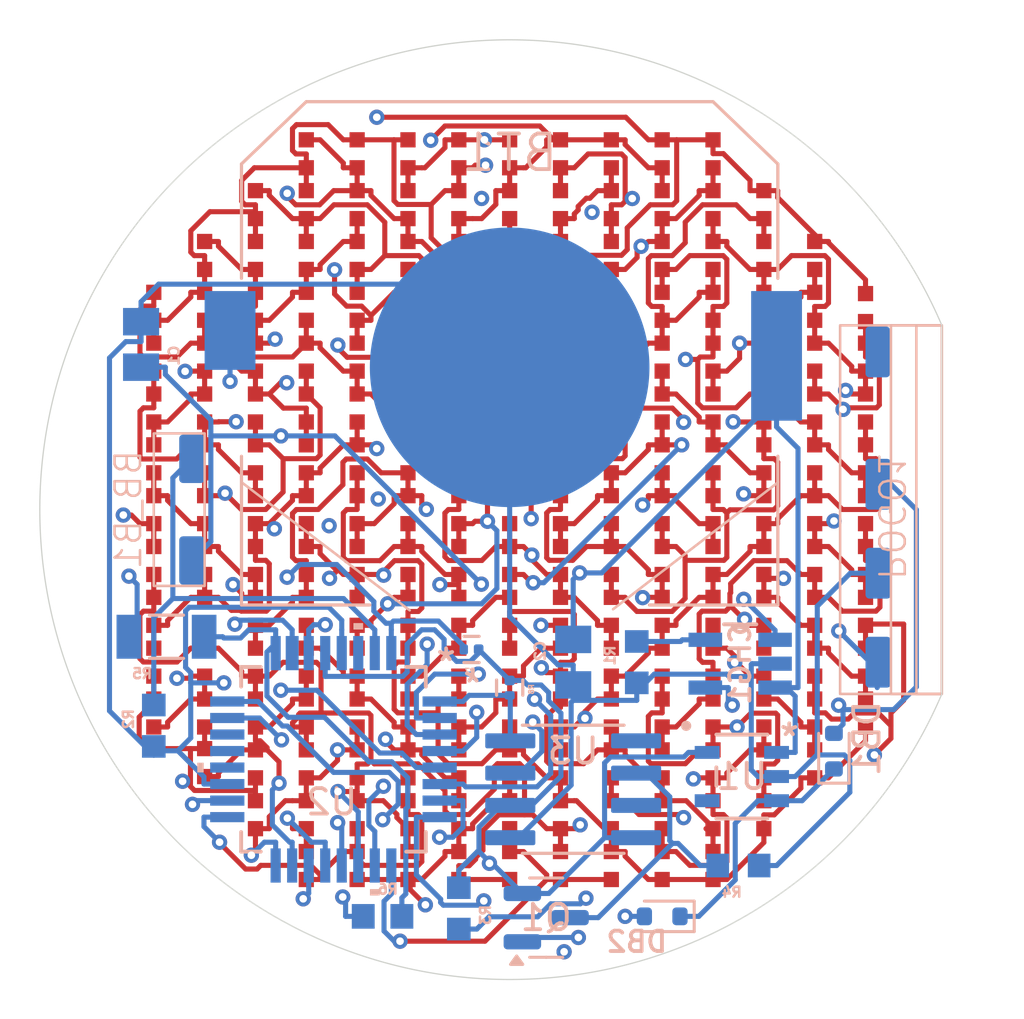
<source format=kicad_pcb>
(kicad_pcb (version 20241229) (generator "pcbnew") (generator_version "9.0")
  (layers (0 "F.Cu" signal) (4 "In1.Cu" signal) (6 "In2.Cu" signal) (2 "B.Cu" signal) (13 "F.Paste" user) (15 "B.Paste" user) (5 "F.SilkS" user "F.Silkscreen") (7 "B.SilkS" user "B.Silkscreen") (1 "F.Mask" user) (3 "B.Mask" user) (25 "Edge.Cuts" user))
  (net 0 "")
  (net 1 "Net-(CHG1-VBAT)")
  (net 2 "USB + ")
  (net 3 "GNDREF")
  (net 4 "BUTT")
  (net 5 "CHIP_POW")
  (net 6 "Net-(CHG1-PROG)")
  (net 7 "Charge_STAT")
  (net 10 "Bat_ON")
  (net 11 "F")
  (net 12 "P")
  (net 13 "N")
  (net 14 "B")
  (net 15 "M")
  (net 16 "O")
  (net 17 "L")
  (net 18 "A")
  (net 19 "J")
  (net 20 "H")
  (net 21 "D")
  (net 22 "K")
  (net 23 "I")
  (net 24 "G")
  (net 26 "C")
  (net 27 "E")
  (net 29 "UPDI")
  (net 30 "Bat_READ")
  (net 31 "RTC_WAKE")
  (net 32 "SDA")
  (net 33 "SCL")
  (net 35 "Net-(DB1-K)")
  (net 39 "Net-(Q1-G)")
  (footprint "WL-SMCC_0402:WL-SMCC_0402" (layer "F.Cu") (at 216 89.5 -90)
    (property "Reference" "D126" (hide yes))
    (property "Value" "WL-SMCC_0402")
  )
  (footprint "WL-SMCC_0402:WL-SMCC_0402" (layer "F.Cu") (at 226 95.5 -90)
    (property "Reference" "D175" (hide yes))
    (property "Value" "WL-SMCC_0402")
  )
  (footprint "WL-SMCC_0402:WL-SMCC_0402" (layer "F.Cu") (at 224 77.5 -90)
    (property "Reference" "D40" (hide yes))
    (property "Value" "WL-SMCC_0402")
  )
  (footprint "WL-SMCC_0402:WL-SMCC_0402" (layer "F.Cu") (at 226 75.5 -90)
    (property "Reference" "D27" (hide yes))
    (property "Value" "WL-SMCC_0402")
  )
  (footprint "WL-SMCC_0402:WL-SMCC_0402" (layer "F.Cu") (at 236 75.5 -90)
    (property "Reference" "D32" (hide yes))
    (property "Value" "WL-SMCC_0402")
  )
  (footprint "WL-SMCC_0402:WL-SMCC_0402" (layer "F.Cu") (at 238 89.5 -90)
    (property "Reference" "D137" (hide yes))
    (property "Value" "WL-SMCC_0402")
  )
  (footprint "WL-SMCC_0402:WL-SMCC_0402" (layer "F.Cu") (at 228 79.5 -90)
    (property "Reference" "D57" (hide yes))
    (property "Value" "WL-SMCC_0402")
  )
  (footprint "WL-SMCC_0402:WL-SMCC_0402" (layer "F.Cu") (at 230 77.5 -90)
    (property "Reference" "D43" (hide yes))
    (property "Value" "WL-SMCC_0402")
  )
  (footprint "WL-SMCC_0402:WL-SMCC_0402" (layer "F.Cu") (at 216 81.5 -90)
    (property "Reference" "D66" (hide yes))
    (property "Value" "WL-SMCC_0402")
  )
  (footprint "WL-SMCC_0402:WL-SMCC_0402" (layer "F.Cu") (at 222 75.5 -90)
    (property "Reference" "D25" (hide yes))
    (property "Value" "WL-SMCC_0402")
  )
  (footprint "WL-SMCC_0402:WL-SMCC_0402" (layer "F.Cu") (at 232 91.5 -90)
    (property "Reference" "D149" (hide yes))
    (property "Value" "WL-SMCC_0402")
  )
  (footprint "WL-SMCC_0402:WL-SMCC_0402" (layer "F.Cu") (at 222 83.5 -90)
    (property "Reference" "D84" (hide yes))
    (property "Value" "WL-SMCC_0402")
  )
  (footprint "WL-SMCC_0402:WL-SMCC_0402" (layer "F.Cu") (at 220 91.5 -90)
    (property "Reference" "D143" (hide yes))
    (property "Value" "WL-SMCC_0402")
  )
  (footprint "WL-SMCC_0402:WL-SMCC_0402" (layer "F.Cu") (at 238 81.5 -90)
    (property "Reference" "D77" (hide yes))
    (property "Value" "WL-SMCC_0402")
  )
  (footprint "WL-SMCC_0402:WL-SMCC_0402" (layer "F.Cu") (at 236 73.5 -90)
    (property "Reference" "D20" (hide yes))
    (property "Value" "WL-SMCC_0402")
  )
  (footprint "WL-SMCC_0402:WL-SMCC_0402" (layer "F.Cu") (at 238 75.5 -90)
    (property "Reference" "D33" (hide yes))
    (property "Value" "WL-SMCC_0402")
  )
  (footprint "WL-SMCC_0402:WL-SMCC_0402" (layer "F.Cu") (at 218 79.5 -90)
    (property "Reference" "D52" (hide yes))
    (property "Value" "WL-SMCC_0402")
  )
  (footprint "WL-SMCC_0402:WL-SMCC_0402" (layer "F.Cu") (at 236 81.5 -90)
    (property "Reference" "D76" (hide yes))
    (property "Value" "WL-SMCC_0402")
  )
  (footprint "WL-SMCC_0402:WL-SMCC_0402" (layer "F.Cu") (at 226 97.5 -90)
    (property "Reference" "D187" (hide yes))
    (property "Value" "WL-SMCC_0402")
  )
  (footprint "WL-SMCC_0402:WL-SMCC_0402" (layer "F.Cu") (at 228 75.5 -90)
    (property "Reference" "D28" (hide yes))
    (property "Value" "WL-SMCC_0402")
  )
  (footprint "WL-SMCC_0402:WL-SMCC_0402" (layer "F.Cu") (at 240 91.5 -90)
    (property "Reference" "D153" (hide yes))
    (property "Value" "WL-SMCC_0402")
  )
  (footprint "WL-SMCC_0402:WL-SMCC_0402" (layer "F.Cu") (at 236 95.5 -90)
    (property "Reference" "D180" (hide yes))
    (property "Value" "WL-SMCC_0402")
  )
  (footprint "WL-SMCC_0402:WL-SMCC_0402" (layer "F.Cu") (at 216 97.5 -90)
    (property "Reference" "D182" (hide yes))
    (property "Value" "WL-SMCC_0402")
  )
  (footprint "WL-SMCC_0402:WL-SMCC_0402" (layer "F.Cu") (at 214 89.5 -90)
    (property "Reference" "D125" (hide yes))
    (property "Value" "WL-SMCC_0402")
  )
  (footprint "WL-SMCC_0402:WL-SMCC_0402" (layer "F.Cu") (at 234 85.5 -90)
    (property "Reference" "D105" (hide yes))
    (property "Value" "WL-SMCC_0402")
  )
  (footprint "WL-SMCC_0402:WL-SMCC_0402" (layer "F.Cu") (at 230 99.5 -90)
    (property "Reference" "D199" (hide yes))
    (property "Value" "WL-SMCC_0402")
  )
  (footprint "WL-SMCC_0402:WL-SMCC_0402" (layer "F.Cu") (at 224 97.5 -90)
    (property "Reference" "D186" (hide yes))
    (property "Value" "WL-SMCC_0402")
  )
  (footprint "WL-SMCC_0402:WL-SMCC_0402" (layer "F.Cu") (at 226 71.5 -90)
    (property "Reference" "D5" (hide yes))
    (property "Value" "WL-SMCC_0402")
  )
  (footprint "WL-SMCC_0402:WL-SMCC_0402" (layer "F.Cu") (at 222 81.5 -90)
    (property "Reference" "D69" (hide yes))
    (property "Value" "WL-SMCC_0402")
  )
  (footprint "WL-SMCC_0402:WL-SMCC_0402" (layer "F.Cu") (at 212 85.5 -90)
    (property "Reference" "D94" (hide yes))
    (property "Value" "WL-SMCC_0402")
  )
  (footprint "WL-SMCC_0402:WL-SMCC_0402" (layer "F.Cu") (at 238 87.5 -90)
    (property "Reference" "D122" (hide yes))
    (property "Value" "WL-SMCC_0402")
  )
  (footprint "WL-SMCC_0402:WL-SMCC_0402" (layer "F.Cu") (at 212 83.5 -90)
    (property "Reference" "D79" (hide yes))
    (property "Value" "WL-SMCC_0402")
  )
  (footprint "WL-SMCC_0402:WL-SMCC_0402" (layer "F.Cu") (at 212 93.5 -90)
    (property "Reference" "D154" (hide yes))
    (property "Value" "WL-SMCC_0402")
  )
  (footprint "WL-SMCC_0402:WL-SMCC_0402" (layer "F.Cu") (at 234 77.5 -90)
    (property "Reference" "D45" (hide yes))
    (property "Value" "WL-SMCC_0402")
  )
  (footprint "WL-SMCC_0402:WL-SMCC_0402" (layer "F.Cu") (at 226 99.5 -90)
    (property "Reference" "D197" (hide yes))
    (property "Value" "WL-SMCC_0402")
  )
  (footprint "WL-SMCC_0402:WL-SMCC_0402" (layer "F.Cu") (at 234 91.5 -90)
    (property "Reference" "D150" (hide yes))
    (property "Value" "WL-SMCC_0402")
  )
  (footprint "WL-SMCC_0402:WL-SMCC_0402" (layer "F.Cu") (at 220 95.5 -90)
    (property "Reference" "D172" (hide yes))
    (property "Value" "WL-SMCC_0402")
  )
  (footprint "WL-SMCC_0402:WL-SMCC_0402" (layer "F.Cu") (at 222 93.5 -90)
    (property "Reference" "D159" (hide yes))
    (property "Value" "WL-SMCC_0402")
  )
  (footprint "WL-SMCC_0402:WL-SMCC_0402" (layer "F.Cu") (at 228 97.5 -90)
    (property "Reference" "D188" (hide yes))
    (property "Value" "WL-SMCC_0402")
  )
  (footprint "WL-SMCC_0402:WL-SMCC_0402" (layer "F.Cu") (at 232 81.5 -90)
    (property "Reference" "D74" (hide yes))
    (property "Value" "WL-SMCC_0402")
  )
  (footprint "WL-SMCC_0402:WL-SMCC_0402" (layer "F.Cu") (at 232 99.5 -90)
    (property "Reference" "D200" (hide yes))
    (property "Value" "WL-SMCC_0402")
  )
  (footprint "WL-SMCC_0402:WL-SMCC_0402" (layer "F.Cu") (at 222 79.5 -90)
    (property "Reference" "D54" (hide yes))
    (property "Value" "WL-SMCC_0402")
  )
  (footprint "WL-SMCC_0402:WL-SMCC_0402" (layer "F.Cu") (at 240 81.5 -90)
    (property "Reference" "D78" (hide yes))
    (property "Value" "WL-SMCC_0402")
  )
  (footprint "WL-SMCC_0402:WL-SMCC_0402" (layer "F.Cu") (at 218 89.5 -90)
    (property "Reference" "D127" (hide yes))
    (property "Value" "WL-SMCC_0402")
  )
  (footprint "WL-SMCC_0402:WL-SMCC_0402" (layer "F.Cu") (at 232 71.5 -90)
    (property "Reference" "D8" (hide yes))
    (property "Value" "WL-SMCC_0402")
  )
  (footprint "WL-SMCC_0402:WL-SMCC_0402" (layer "F.Cu") (at 222 99.5 -90)
    (property "Reference" "D195" (hide yes))
    (property "Value" "WL-SMCC_0402")
  )
  (footprint "WL-SMCC_0402:WL-SMCC_0402" (layer "F.Cu") (at 230 85.5 -90)
    (property "Reference" "D103" (hide yes))
    (property "Value" "WL-SMCC_0402")
  )
  (footprint "WL-SMCC_0402:WL-SMCC_0402" (layer "F.Cu") (at 222 95.5 -90)
    (property "Reference" "D173" (hide yes))
    (property "Value" "WL-SMCC_0402")
  )
  (footprint "WL-SMCC_0402:WL-SMCC_0402" (layer "F.Cu") (at 240 89.5 -90)
    (property "Reference" "D138" (hide yes))
    (property "Value" "WL-SMCC_0402")
  )
  (footprint "WL-SMCC_0402:WL-SMCC_0402" (layer "F.Cu") (at 216 87.5 -90)
    (property "Reference" "D111" (hide yes))
    (property "Value" "WL-SMCC_0402")
  )
  (footprint "WL-SMCC_0402:WL-SMCC_0402" (layer "F.Cu") (at 222 87.5 -90)
    (property "Reference" "D114" (hide yes))
    (property "Value" "WL-SMCC_0402")
  )
  (footprint "WL-SMCC_0402:WL-SMCC_0402" (layer "F.Cu") (at 240 83.5 -90)
    (property "Reference" "D93" (hide yes))
    (property "Value" "WL-SMCC_0402")
  )
  (footprint "WL-SMCC_0402:WL-SMCC_0402" (layer "F.Cu") (at 222 71.5 -90)
    (property "Reference" "D3" (hide yes))
    (property "Value" "WL-SMCC_0402")
  )
  (footprint "WL-SMCC_0402:WL-SMCC_0402" (layer "F.Cu") (at 218 75.5 -90)
    (property "Reference" "D23" (hide yes))
    (property "Value" "WL-SMCC_0402")
  )
  (footprint "WL-SMCC_0402:WL-SMCC_0402" (layer "F.Cu") (at 230 89.5 -90)
    (property "Reference" "D133" (hide yes))
    (property "Value" "WL-SMCC_0402")
  )
  (footprint "WL-SMCC_0402:WL-SMCC_0402" (layer "F.Cu") (at 224 91.5 -90)
    (property "Reference" "D145" (hide yes))
    (property "Value" "WL-SMCC_0402")
  )
  (footprint "WL-SMCC_0402:WL-SMCC_0402" (layer "F.Cu") (at 228 81.5 -90)
    (property "Reference" "D72" (hide yes))
    (property "Value" "WL-SMCC_0402")
  )
  (footprint "WL-SMCC_0402:WL-SMCC_0402" (layer "F.Cu") (at 232 75.5 -90)
    (property "Reference" "D30" (hide yes))
    (property "Value" "WL-SMCC_0402")
  )
  (footprint "WL-SMCC_0402:WL-SMCC_0402" (layer "F.Cu") (at 224 73.5 -90)
    (property "Reference" "D14" (hide yes))
    (property "Value" "WL-SMCC_0402")
  )
  (footprint "WL-SMCC_0402:WL-SMCC_0402" (layer "F.Cu") (at 220 81.5 -90)
    (property "Reference" "D68" (hide yes))
    (property "Value" "WL-SMCC_0402")
  )
  (footprint "WL-SMCC_0402:WL-SMCC_0402" (layer "F.Cu") (at 212 89.5 -90)
    (property "Reference" "D124" (hide yes))
    (property "Value" "WL-SMCC_0402")
  )
  (footprint "WL-SMCC_0402:WL-SMCC_0402" (layer "F.Cu") (at 234 73.5 -90)
    (property "Reference" "D19" (hide yes))
    (property "Value" "WL-SMCC_0402")
  )
  (footprint "WL-SMCC_0402:WL-SMCC_0402" (layer "F.Cu") (at 214 81.5 -90)
    (property "Reference" "D65" (hide yes))
    (property "Value" "WL-SMCC_0402")
  )
  (footprint "WL-SMCC_0402:WL-SMCC_0402" (layer "F.Cu") (at 212 77.5 -90)
    (property "Reference" "D34" (hide yes))
    (property "Value" "WL-SMCC_0402")
  )
  (footprint "WL-SMCC_0402:WL-SMCC_0402" (layer "F.Cu") (at 218 97.5 -90)
    (property "Reference" "D183" (hide yes))
    (property "Value" "WL-SMCC_0402")
  )
  (footprint "WL-SMCC_0402:WL-SMCC_0402" (layer "F.Cu") (at 238 83.5 -90)
    (property "Reference" "D92" (hide yes))
    (property "Value" "WL-SMCC_0402")
  )
  (footprint "WL-SMCC_0402:WL-SMCC_0402" (layer "F.Cu") (at 238 91.5 -90)
    (property "Reference" "D152" (hide yes))
    (property "Value" "WL-SMCC_0402")
  )
  (footprint "WL-SMCC_0402:WL-SMCC_0402" (layer "F.Cu") (at 228 91.5 -90)
    (property "Reference" "D147" (hide yes))
    (property "Value" "WL-SMCC_0402")
  )
  (footprint "WL-SMCC_0402:WL-SMCC_0402" (layer "F.Cu") (at 224 79.5 -90)
    (property "Reference" "D55" (hide yes))
    (property "Value" "WL-SMCC_0402")
  )
  (footprint "WL-SMCC_0402:WL-SMCC_0402" (layer "F.Cu") (at 236 89.5 -90)
    (property "Reference" "D136" (hide yes))
    (property "Value" "WL-SMCC_0402")
  )
  (footprint "WL-SMCC_0402:WL-SMCC_0402" (layer "F.Cu") (at 228 87.5 -90)
    (property "Reference" "D117" (hide yes))
    (property "Value" "WL-SMCC_0402")
  )
  (footprint "WL-SMCC_0402:WL-SMCC_0402" (layer "F.Cu") (at 230 97.5 -90)
    (property "Reference" "D189" (hide yes))
    (property "Value" "WL-SMCC_0402")
  )
  (footprint "WL-SMCC_0402:WL-SMCC_0402" (layer "F.Cu") (at 228 95.5 -90)
    (property "Reference" "D176" (hide yes))
    (property "Value" "WL-SMCC_0402")
  )
  (footprint "WL-SMCC_0402:WL-SMCC_0402" (layer "F.Cu") (at 230 93.5 -90)
    (property "Reference" "D163" (hide yes))
    (property "Value" "WL-SMCC_0402")
  )
  (footprint "WL-SMCC_0402:WL-SMCC_0402" (layer "F.Cu") (at 226 87.5 -90)
    (property "Reference" "D116" (hide yes))
    (property "Value" "WL-SMCC_0402")
  )
  (footprint "WL-SMCC_0402:WL-SMCC_0402" (layer "F.Cu") (at 224 81.5 -90)
    (property "Reference" "D70" (hide yes))
    (property "Value" "WL-SMCC_0402")
  )
  (footprint "WL-SMCC_0402:WL-SMCC_0402" (layer "F.Cu") (at 212 87.5 -90)
    (property "Reference" "D109" (hide yes))
    (property "Value" "WL-SMCC_0402")
  )
  (footprint "WL-SMCC_0402:WL-SMCC_0402" (layer "F.Cu") (at 226 91.5 -90)
    (property "Reference" "D146" (hide yes))
    (property "Value" "WL-SMCC_0402")
  )
  (footprint "WL-SMCC_0402:WL-SMCC_0402" (layer "F.Cu") (at 218 83.5 -90)
    (property "Reference" "D82" (hide yes))
    (property "Value" "WL-SMCC_0402")
  )
  (footprint "WL-SMCC_0402:WL-SMCC_0402" (layer "F.Cu") (at 228 71.5 -90)
    (property "Reference" "D6" (hide yes))
    (property "Value" "WL-SMCC_0402")
  )
  (footprint "WL-SMCC_0402:WL-SMCC_0402" (layer "F.Cu") (at 220 99.5 -90)
    (property "Reference" "D194" (hide yes))
    (property "Value" "WL-SMCC_0402")
  )
  (footprint "WL-SMCC_0402:WL-SMCC_0402" (layer "F.Cu") (at 236 87.5 -90)
    (property "Reference" "D121" (hide yes))
    (property "Value" "WL-SMCC_0402")
  )
  (footprint "WL-SMCC_0402:WL-SMCC_0402" (layer "F.Cu") (at 224 99.5 -90)
    (property "Reference" "D196" (hide yes))
    (property "Value" "WL-SMCC_0402")
  )
  (footprint "WL-SMCC_0402:WL-SMCC_0402" (layer "F.Cu") (at 230 73.5 -90)
    (property "Reference" "D17" (hide yes))
    (property "Value" "WL-SMCC_0402")
  )
  (footprint "WL-SMCC_0402:WL-SMCC_0402" (layer "F.Cu") (at 224 75.5 -90)
    (property "Reference" "D26" (hide yes))
    (property "Value" "WL-SMCC_0402")
  )
  (footprint "WL-SMCC_0402:WL-SMCC_0402" (layer "F.Cu") (at 220 85.5 -90)
    (property "Reference" "D98" (hide yes))
    (property "Value" "WL-SMCC_0402")
  )
  (footprint "WL-SMCC_0402:WL-SMCC_0402" (layer "F.Cu") (at 220 73.5 -90)
    (property "Reference" "D12" (hide yes))
    (property "Value" "WL-SMCC_0402")
  )
  (footprint "WL-SMCC_0402:WL-SMCC_0402" (layer "F.Cu") (at 232 83.5 -90)
    (property "Reference" "D89" (hide yes))
    (property "Value" "WL-SMCC_0402")
  )
  (footprint "WL-SMCC_0402:WL-SMCC_0402" (layer "F.Cu") (at 222 73.5 -90)
    (property "Reference" "D13" (hide yes))
    (property "Value" "WL-SMCC_0402")
  )
  (footprint "WL-SMCC_0402:WL-SMCC_0402" (layer "F.Cu") (at 222 77.5 -90)
    (property "Reference" "D39" (hide yes))
    (property "Value" "WL-SMCC_0402")
  )
  (footprint "WL-SMCC_0402:WL-SMCC_0402" (layer "F.Cu") (at 216 85.5 -90)
    (property "Reference" "D96" (hide yes))
    (property "Value" "WL-SMCC_0402")
  )
  (footprint "WL-SMCC_0402:WL-SMCC_0402" (layer "F.Cu") (at 222 97.5 -90)
    (property "Reference" "D185" (hide yes))
    (property "Value" "WL-SMCC_0402")
  )
  (footprint "WL-SMCC_0402:WL-SMCC_0402" (layer "F.Cu") (at 212 91.5 -90)
    (property "Reference" "D139" (hide yes))
    (property "Value" "WL-SMCC_0402")
  )
  (footprint "WL-SMCC_0402:WL-SMCC_0402" (layer "F.Cu") (at 216 77.5 -90)
    (property "Reference" "D36" (hide yes))
    (property "Value" "WL-SMCC_0402")
  )
  (footprint "WL-SMCC_0402:WL-SMCC_0402" (layer "F.Cu") (at 212 81.5 -90)
    (property "Reference" "D64" (hide yes))
    (property "Value" "WL-SMCC_0402")
  )
  (footprint "WL-SMCC_0402:WL-SMCC_0402" (layer "F.Cu") (at 232 93.5 -90)
    (property "Reference" "D164" (hide yes))
    (property "Value" "WL-SMCC_0402")
  )
  (footprint "WL-SMCC_0402:WL-SMCC_0402" (layer "F.Cu") (at 236 85.5 -90)
    (property "Reference" "D106" (hide yes))
    (property "Value" "WL-SMCC_0402")
  )
  (footprint "WL-SMCC_0402:WL-SMCC_0402" (layer "F.Cu") (at 234 79.5 -90)
    (property "Reference" "D60" (hide yes))
    (property "Value" "WL-SMCC_0402")
  )
  (footprint "WL-SMCC_0402:WL-SMCC_0402" (layer "F.Cu") (at 224 93.5 -90)
    (property "Reference" "D160" (hide yes))
    (property "Value" "WL-SMCC_0402")
  )
  (footprint "WL-SMCC_0402:WL-SMCC_0402" (layer "F.Cu") (at 234 83.5 -90)
    (property "Reference" "D90" (hide yes))
    (property "Value" "WL-SMCC_0402")
  )
  (footprint "WL-SMCC_0402:WL-SMCC_0402" (layer "F.Cu") (at 232 87.5 -90)
    (property "Reference" "D119" (hide yes))
    (property "Value" "WL-SMCC_0402")
  )
  (footprint "WL-SMCC_0402:WL-SMCC_0402" (layer "F.Cu") (at 226 89.5 -90)
    (property "Reference" "D131" (hide yes))
    (property "Value" "WL-SMCC_0402")
  )
  (footprint "WL-SMCC_0402:WL-SMCC_0402" (layer "F.Cu") (at 230 95.5 -90)
    (property "Reference" "D177" (hide yes))
    (property "Value" "WL-SMCC_0402")
  )
  (footprint "WL-SMCC_0402:WL-SMCC_0402" (layer "F.Cu") (at 218 91.5 -90)
    (property "Reference" "D142" (hide yes))
    (property "Value" "WL-SMCC_0402")
  )
  (footprint "WL-SMCC_0402:WL-SMCC_0402" (layer "F.Cu") (at 230 87.5 -90)
    (property "Reference" "D118" (hide yes))
    (property "Value" "WL-SMCC_0402")
  )
  (footprint "WL-SMCC_0402:WL-SMCC_0402" (layer "F.Cu") (at 238 77.5 -90)
    (property "Reference" "D47" (hide yes))
    (property "Value" "WL-SMCC_0402")
  )
  (footprint "WL-SMCC_0402:WL-SMCC_0402" (layer "F.Cu") (at 214 79.5 -90)
    (property "Reference" "D50" (hide yes))
    (property "Value" "WL-SMCC_0402")
  )
  (footprint "WL-SMCC_0402:WL-SMCC_0402" (layer "F.Cu") (at 222 89.5 -90)
    (property "Reference" "D129" (hide yes))
    (property "Value" "WL-SMCC_0402")
  )
  (footprint "WL-SMCC_0402:WL-SMCC_0402" (layer "F.Cu") (at 214 75.5 -90)
    (property "Reference" "D21" (hide yes))
    (property "Value" "WL-SMCC_0402")
  )
  (footprint "WL-SMCC_0402:WL-SMCC_0402" (layer "F.Cu") (at 232 85.5 -90)
    (property "Reference" "D104" (hide yes))
    (property "Value" "WL-SMCC_0402")
  )
  (footprint "WL-SMCC_0402:WL-SMCC_0402" (layer "F.Cu") (at 214 93.5 -90)
    (property "Reference" "D155" (hide yes))
    (property "Value" "WL-SMCC_0402")
  )
  (footprint "WL-SMCC_0402:WL-SMCC_0402" (layer "F.Cu") (at 230 91.5 -90)
    (property "Reference" "D148" (hide yes))
    (property "Value" "WL-SMCC_0402")
  )
  (footprint "WL-SMCC_0402:WL-SMCC_0402" (layer "F.Cu") (at 216 95.5 -90)
    (property "Reference" "D170" (hide yes))
    (property "Value" "WL-SMCC_0402")
  )
  (footprint "WL-SMCC_0402:WL-SMCC_0402" (layer "F.Cu") (at 234 87.5 -90)
    (property "Reference" "D120" (hide yes))
    (property "Value" "WL-SMCC_0402")
  )
  (footprint "WL-SMCC_0402:WL-SMCC_0402" (layer "F.Cu") (at 234 99.5 -90)
    (property "Reference" "D201" (hide yes))
    (property "Value" "WL-SMCC_0402")
  )
  (footprint "WL-SMCC_0402:WL-SMCC_0402" (layer "F.Cu") (at 218 85.5 -90)
    (property "Reference" "D97" (hide yes))
    (property "Value" "WL-SMCC_0402")
  )
  (footprint "WL-SMCC_0402:WL-SMCC_0402" (layer "F.Cu") (at 238 95.5 -90)
    (property "Reference" "D181" (hide yes))
    (property "Value" "WL-SMCC_0402")
  )
  (footprint "WL-SMCC_0402:WL-SMCC_0402" (layer "F.Cu") (at 234 97.5 -90)
    (property "Reference" "D191" (hide yes))
    (property "Value" "WL-SMCC_0402")
  )
  (footprint "WL-SMCC_0402:WL-SMCC_0402" (layer "F.Cu") (at 218 73.5 -90)
    (property "Reference" "D11" (hide yes))
    (property "Value" "WL-SMCC_0402")
  )
  (footprint "WL-SMCC_0402:WL-SMCC_0402" (layer "F.Cu") (at 228 85.5 -90)
    (property "Reference" "D102" (hide yes))
    (property "Value" "WL-SMCC_0402")
  )
  (footprint "WL-SMCC_0402:WL-SMCC_0402" (layer "F.Cu") (at 214 85.5 -90)
    (property "Reference" "D95" (hide yes))
    (property "Value" "WL-SMCC_0402")
  )
  (footprint "WL-SMCC_0402:WL-SMCC_0402" (layer "F.Cu") (at 240 77.55 -90)
    (property "Reference" "D48" (hide yes))
    (property "Value" "WL-SMCC_0402")
  )
  (footprint "WL-SMCC_0402:WL-SMCC_0402" (layer "F.Cu") (at 226 93.5 -90)
    (property "Reference" "D161" (hide yes))
    (property "Value" "WL-SMCC_0402")
  )
  (footprint "WL-SMCC_0402:WL-SMCC_0402" (layer "F.Cu") (at 230 81.5 -90)
    (property "Reference" "D73" (hide yes))
    (property "Value" "WL-SMCC_0402")
  )
  (footprint "WL-SMCC_0402:WL-SMCC_0402" (layer "F.Cu") (at 220 71.5 -90)
    (property "Reference" "D2" (hide yes))
    (property "Value" "WL-SMCC_0402")
  )
  (footprint "WL-SMCC_0402:WL-SMCC_0402" (layer "F.Cu") (at 226 85.5 -90)
    (property "Reference" "D101" (hide yes))
    (property "Value" "WL-SMCC_0402")
  )
  (footprint "WL-SMCC_0402:WL-SMCC_0402" (layer "F.Cu") (at 234 95.5 -90)
    (property "Reference" "D179" (hide yes))
    (property "Value" "WL-SMCC_0402")
  )
  (footprint "WL-SMCC_0402:WL-SMCC_0402" (layer "F.Cu") (at 226 79.5 -90)
    (property "Reference" "D56" (hide yes))
    (property "Value" "WL-SMCC_0402")
  )
  (footprint "WL-SMCC_0402:WL-SMCC_0402" (layer "F.Cu") (at 220 75.5 -90)
    (property "Reference" "D24" (hide yes))
    (property "Value" "WL-SMCC_0402")
  )
  (footprint "WL-SMCC_0402:WL-SMCC_0402" (layer "F.Cu") (at 216 91.5 -90)
    (property "Reference" "D141" (hide yes))
    (property "Value" "WL-SMCC_0402")
  )
  (footprint "WL-SMCC_0402:WL-SMCC_0402" (layer "F.Cu") (at 240 93.5 -90)
    (property "Reference" "D168" (hide yes))
    (property "Value" "WL-SMCC_0402")
  )
  (footprint "WL-SMCC_0402:WL-SMCC_0402" (layer "F.Cu") (at 214 77.5 -90)
    (property "Reference" "D35" (hide yes))
    (property "Value" "WL-SMCC_0402")
  )
  (footprint "WL-SMCC_0402:WL-SMCC_0402" (layer "F.Cu") (at 238 79.5 -90)
    (property "Reference" "D62" (hide yes))
    (property "Value" "WL-SMCC_0402")
  )
  (footprint "WL-SMCC_0402:WL-SMCC_0402" (layer "F.Cu") (at 220 83.5 -90)
    (property "Reference" "D83" (hide yes))
    (property "Value" "WL-SMCC_0402")
  )
  (footprint "WL-SMCC_0402:WL-SMCC_0402" (layer "F.Cu") (at 238 85.5 -90)
    (property "Reference" "D107" (hide yes))
    (property "Value" "WL-SMCC_0402")
  )
  (footprint "WL-SMCC_0402:WL-SMCC_0402" (layer "F.Cu") (at 220 93.5 -90)
    (property "Reference" "D158" (hide yes))
    (property "Value" "WL-SMCC_0402")
  )
  (footprint "WL-SMCC_0402:WL-SMCC_0402" (layer "F.Cu") (at 216 79.5 -90)
    (property "Reference" "D51" (hide yes))
    (property "Value" "WL-SMCC_0402")
  )
  (footprint "WL-SMCC_0402:WL-SMCC_0402" (layer "F.Cu") (at 234 93.5 -90)
    (property "Reference" "D165" (hide yes))
    (property "Value" "WL-SMCC_0402")
  )
  (footprint "WL-SMCC_0402:WL-SMCC_0402" (layer "F.Cu") (at 218 93.5 -90)
    (property "Reference" "D157" (hide yes))
    (property "Value" "WL-SMCC_0402")
  )
  (footprint "WL-SMCC_0402:WL-SMCC_0402" (layer "F.Cu") (at 240 79.5 -90)
    (property "Reference" "D63" (hide yes))
    (property "Value" "WL-SMCC_0402")
  )
  (footprint "WL-SMCC_0402:WL-SMCC_0402" (layer "F.Cu") (at 232 79.5 -90)
    (property "Reference" "D59" (hide yes))
    (property "Value" "WL-SMCC_0402")
  )
  (footprint "WL-SMCC_0402:WL-SMCC_0402" (layer "F.Cu") (at 224 83.5 -90)
    (property "Reference" "D85" (hide yes))
    (property "Value" "WL-SMCC_0402")
  )
  (footprint "WL-SMCC_0402:WL-SMCC_0402" (layer "F.Cu") (at 214 91.5 -90)
    (property "Reference" "D140" (hide yes))
    (property "Value" "WL-SMCC_0402")
  )
  (footprint "WL-SMCC_0402:WL-SMCC_0402" (layer "F.Cu") (at 224 95.5 -90)
    (property "Reference" "D174" (hide yes))
    (property "Value" "WL-SMCC_0402")
  )
  (footprint "WL-SMCC_0402:WL-SMCC_0402" (layer "F.Cu") (at 216 75.5 -90)
    (property "Reference" "D22" (hide yes))
    (property "Value" "WL-SMCC_0402")
  )
  (footprint "WL-SMCC_0402:WL-SMCC_0402" (layer "F.Cu") (at 234 71.5 -90)
    (property "Reference" "D9" (hide yes))
    (property "Value" "WL-SMCC_0402")
  )
  (footprint "WL-SMCC_0402:WL-SMCC_0402" (layer "F.Cu") (at 214 95.45 -90)
    (property "Reference" "D169" (hide yes))
    (property "Value" "WL-SMCC_0402")
  )
  (footprint "WL-SMCC_0402:WL-SMCC_0402" (layer "F.Cu") (at 234 89.5 -90)
    (property "Reference" "D135" (hide yes))
    (property "Value" "WL-SMCC_0402")
  )
  (footprint "WL-SMCC_0402:WL-SMCC_0402" (layer "F.Cu") (at 228 93.5 -90)
    (property "Reference" "D162" (hide yes))
    (property "Value" "WL-SMCC_0402")
  )
  (footprint "WL-SMCC_0402:WL-SMCC_0402" (layer "F.Cu") (at 212 79.5 -90)
    (property "Reference" "D49" (hide yes))
    (property "Value" "WL-SMCC_0402")
  )
  (footprint "WL-SMCC_0402:WL-SMCC_0402" (layer "F.Cu") (at 226 83.5 -90)
    (property "Reference" "D86" (hide yes))
    (property "Value" "WL-SMCC_0402")
  )
  (footprint "WL-SMCC_0402:WL-SMCC_0402" (layer "F.Cu") (at 218 99.5 -90)
    (property "Reference" "D193" (hide yes))
    (property "Value" "WL-SMCC_0402")
  )
  (footprint "WL-SMCC_0402:WL-SMCC_0402" (layer "F.Cu") (at 216 83.5 -90)
    (property "Reference" "D81" (hide yes))
    (property "Value" "WL-SMCC_0402")
  )
  (footprint "WL-SMCC_0402:WL-SMCC_0402" (layer "F.Cu") (at 220 97.5 -90)
    (property "Reference" "D184" (hide yes))
    (property "Value" "WL-SMCC_0402")
  )
  (footprint "WL-SMCC_0402:WL-SMCC_0402" (layer "F.Cu") (at 224 89.5 -90)
    (property "Reference" "D130" (hide yes))
    (property "Value" "WL-SMCC_0402")
  )
  (footprint "WL-SMCC_0402:WL-SMCC_0402" (layer "F.Cu") (at 228 77.5 -90)
    (property "Reference" "D42" (hide yes))
    (property "Value" "WL-SMCC_0402")
  )
  (footprint "WL-SMCC_0402:WL-SMCC_0402" (layer "F.Cu") (at 232 89.5 -90)
    (property "Reference" "D134" (hide yes))
    (property "Value" "WL-SMCC_0402")
  )
  (footprint "WL-SMCC_0402:WL-SMCC_0402" (layer "F.Cu") (at 218 77.5 -90)
    (property "Reference" "D37" (hide yes))
    (property "Value" "WL-SMCC_0402")
  )
  (footprint "WL-SMCC_0402:WL-SMCC_0402" (layer "F.Cu") (at 236 79.5 -90)
    (property "Reference" "D61" (hide yes))
    (property "Value" "WL-SMCC_0402")
  )
  (footprint "WL-SMCC_0402:WL-SMCC_0402" (layer "F.Cu") (at 230 71.5 -90)
    (property "Reference" "D7" (hide yes))
    (property "Value" "WL-SMCC_0402")
  )
  (footprint "WL-SMCC_0402:WL-SMCC_0402" (layer "F.Cu") (at 218 95.5 -90)
    (property "Reference" "D171" (hide yes))
    (property "Value" "WL-SMCC_0402")
  )
  (footprint "WL-SMCC_0402:WL-SMCC_0402" (layer "F.Cu") (at 238 93.5 -90)
    (property "Reference" "D167" (hide yes))
    (property "Value" "WL-SMCC_0402")
  )
  (footprint "WL-SMCC_0402:WL-SMCC_0402" (layer "F.Cu") (at 218 87.5 -90)
    (property "Reference" "D112" (hide yes))
    (property "Value" "WL-SMCC_0402")
  )
  (footprint "WL-SMCC_0402:WL-SMCC_0402" (layer "F.Cu") (at 218 81.5 -90)
    (property "Reference" "D67" (hide yes))
    (property "Value" "WL-SMCC_0402")
  )
  (footprint "WL-SMCC_0402:WL-SMCC_0402" (layer "F.Cu") (at 226 77.5 -90)
    (property "Reference" "D41" (hide yes))
    (property "Value" "WL-SMCC_0402")
  )
  (footprint "WL-SMCC_0402:WL-SMCC_0402" (layer "F.Cu") (at 226 81.5 -90)
    (property "Reference" "D71" (hide yes))
    (property "Value" "WL-SMCC_0402")
  )
  (footprint "WL-SMCC_0402:WL-SMCC_0402" (layer "F.Cu") (at 234 81.5 -90)
    (property "Reference" "D75" (hide yes))
    (property "Value" "WL-SMCC_0402")
  )
  (footprint "WL-SMCC_0402:WL-SMCC_0402" (layer "F.Cu") (at 214 83.5 -90)
    (property "Reference" "D80" (hide yes))
    (property "Value" "WL-SMCC_0402")
  )
  (footprint "WL-SMCC_0402:WL-SMCC_0402" (layer "F.Cu") (at 220 89.5 -90)
    (property "Reference" "D128" (hide yes))
    (property "Value" "WL-SMCC_0402")
  )
  (footprint "WL-SMCC_0402:WL-SMCC_0402" (layer "F.Cu") (at 228 89.5 -90)
    (property "Reference" "D132" (hide yes))
    (property "Value" "WL-SMCC_0402")
  )
  (footprint "WL-SMCC_0402:WL-SMCC_0402" (layer "F.Cu") (at 230 75.5 -90)
    (property "Reference" "D29" (hide yes))
    (property "Value" "WL-SMCC_0402")
  )
  (footprint "WL-SMCC_0402:WL-SMCC_0402" (layer "F.Cu") (at 222 91.5 -90)
    (property "Reference" "D144" (hide yes))
    (property "Value" "WL-SMCC_0402")
  )
  (footprint "WL-SMCC_0402:WL-SMCC_0402" (layer "F.Cu") (at 240 87.5 -90)
    (property "Reference" "D123" (hide yes))
    (property "Value" "WL-SMCC_0402")
  )
  (footprint "WL-SMCC_0402:WL-SMCC_0402" (layer "F.Cu") (at 216 93.5 -90)
    (property "Reference" "D156" (hide yes))
    (property "Value" "WL-SMCC_0402")
  )
  (footprint "WL-SMCC_0402:WL-SMCC_0402" (layer "F.Cu") (at 214 87.5 -90)
    (property "Reference" "D110" (hide yes))
    (property "Value" "WL-SMCC_0402")
  )
  (footprint "WL-SMCC_0402:WL-SMCC_0402" (layer "F.Cu") (at 236 91.5 -90)
    (property "Reference" "D151" (hide yes))
    (property "Value" "WL-SMCC_0402")
  )
  (footprint "WL-SMCC_0402:WL-SMCC_0402" (layer "F.Cu") (at 222 85.5 -90)
    (property "Reference" "D99" (hide yes))
    (property "Value" "WL-SMCC_0402")
  )
  (footprint "WL-SMCC_0402:WL-SMCC_0402" (layer "F.Cu") (at 220 79.5 -90)
    (property "Reference" "D53" (hide yes))
    (property "Value" "WL-SMCC_0402")
  )
  (footprint "WL-SMCC_0402:WL-SMCC_0402" (layer "F.Cu") (at 240 85.5 -90)
    (property "Reference" "D108" (hide yes))
    (property "Value" "WL-SMCC_0402")
  )
  (footprint "WL-SMCC_0402:WL-SMCC_0402" (layer "F.Cu") (at 232 73.5 -90)
    (property "Reference" "D18" (hide yes))
    (property "Value" "WL-SMCC_0402")
  )
  (footprint "WL-SMCC_0402:WL-SMCC_0402" (layer "F.Cu") (at 230 83.5 -90)
    (property "Reference" "D88" (hide yes))
    (property "Value" "WL-SMCC_0402")
  )
  (footprint "WL-SMCC_0402:WL-SMCC_0402" (layer "F.Cu") (at 232 95.5 -90)
    (property "Reference" "D178" (hide yes))
    (property "Value" "WL-SMCC_0402")
  )
  (footprint "WL-SMCC_0402:WL-SMCC_0402" (layer "F.Cu") (at 220 87.5 -90)
    (property "Reference" "D113" (hide yes))
    (property "Value" "WL-SMCC_0402")
  )
  (footprint "WL-SMCC_0402:WL-SMCC_0402" (layer "F.Cu") (at 236 97.5 -90)
    (property "Reference" "D192" (hide yes))
    (property "Value" "WL-SMCC_0402")
  )
  (footprint "WL-SMCC_0402:WL-SMCC_0402" (layer "F.Cu") (at 226 73.5 -90)
    (property "Reference" "D15" (hide yes))
    (property "Value" "WL-SMCC_0402")
  )
  (footprint "WL-SMCC_0402:WL-SMCC_0402" (layer "F.Cu") (at 228 83.5 -90)
    (property "Reference" "D87" (hide yes))
    (property "Value" "WL-SMCC_0402")
  )
  (footprint "WL-SMCC_0402:WL-SMCC_0402" (layer "F.Cu") (at 224 85.5 -90)
    (property "Reference" "D100" (hide yes))
    (property "Value" "WL-SMCC_0402")
  )
  (footprint "WL-SMCC_0402:WL-SMCC_0402" (layer "F.Cu") (at 234 75.5 -90)
    (property "Reference" "D31" (hide yes))
    (property "Value" "WL-SMCC_0402")
  )
  (footprint "WL-SMCC_0402:WL-SMCC_0402" (layer "F.Cu") (at 220 77.5 -90)
    (property "Reference" "D38" (hide yes))
    (property "Value" "WL-SMCC_0402")
  )
  (footprint "WL-SMCC_0402:WL-SMCC_0402" (layer "F.Cu") (at 228 73.5 -90)
    (property "Reference" "D16" (hide yes))
    (property "Value" "WL-SMCC_0402")
  )
  (footprint "WL-SMCC_0402:WL-SMCC_0402" (layer "F.Cu") (at 232 77.5 -90)
    (property "Reference" "D44" (hide yes))
    (property "Value" "WL-SMCC_0402")
  )
  (footprint "WL-SMCC_0402:WL-SMCC_0402" (layer "F.Cu") (at 224 71.5 -90)
    (property "Reference" "D4" (hide yes))
    (property "Value" "WL-SMCC_0402")
  )
  (footprint "WL-SMCC_0402:WL-SMCC_0402" (layer "F.Cu") (at 236 77.5 -90)
    (property "Reference" "D46" (hide yes))
    (property "Value" "WL-SMCC_0402")
  )
  (footprint "WL-SMCC_0402:WL-SMCC_0402" (layer "F.Cu") (at 236 83.5 -90)
    (property "Reference" "D91" (hide yes))
    (property "Value" "WL-SMCC_0402")
  )
  (footprint "WL-SMCC_0402:WL-SMCC_0402" (layer "F.Cu") (at 218 71.5 -90)
    (property "Reference" "D1" (hide yes))
    (property "Value" "WL-SMCC_0402")
  )
  (footprint "WL-SMCC_0402:WL-SMCC_0402" (layer "F.Cu") (at 236 93.5 -90)
    (property "Reference" "D166" (hide yes))
    (property "Value" "WL-SMCC_0402")
  )
  (footprint "WL-SMCC_0402:WL-SMCC_0402" (layer "F.Cu") (at 232 97.5 -90)
    (property "Reference" "D190" (hide yes))
    (property "Value" "WL-SMCC_0402")
  )
  (footprint "WL-SMCC_0402:WL-SMCC_0402" (layer "F.Cu") (at 224 87.5 -90)
    (property "Reference" "D115" (hide yes))
    (property "Value" "WL-SMCC_0402")
  )
  (footprint "WL-SMCC_0402:WL-SMCC_0402" (layer "F.Cu") (at 216 73.5 -90)
    (property "Reference" "D10" (hide yes))
    (property "Value" "WL-SMCC_0402")
  )
  (footprint "WL-SMCC_0402:WL-SMCC_0402" (layer "F.Cu") (at 228 99.5 -90)
    (property "Reference" "D198" (hide yes))
    (property "Value" "WL-SMCC_0402")
  )
  (footprint "WL-SMCC_0402:WL-SMCC_0402" (layer "F.Cu") (at 230 79.5 -90)
    (property "Reference" "D58" (hide yes))
    (property "Value" "WL-SMCC_0402")
  )
  (footprint "Button_breakout:BB_B" (layer "B.Cu") (at 213 85.5)
    (property "Reference" "BB_B1")
    (property "Value" "~")
  )
  (footprint "Package_TO_SOT_SMD:SOT-23" (layer "B.Cu") (at 227.4375 101.55)
    (property "Reference" "Q1")
    (property "Value" "IRLML6402")
  )
  (footprint "ATMEGA4808-AU:ATMEGA4808-AU" (layer "B.Cu") (at 219.0692 95.3212 180)
    (property "Reference" "U2")
    (property "Value" "ATMEGA4808-AU")
  )
  (footprint "Diode_SMD:D_SOD-523" (layer "B.Cu") (at 232 101.5 180)
    (property "Reference" "DB2")
    (property "Value" "1N4148WT")
  )
  (footprint "MCP73832T_2ACI_OT:SOT95P270X145-5N" (layer "B.Cu") (at 235.0692 91.5602 180)
    (property "Reference" "CHG1")
    (property "Value" "MCP73832T-2ACI_OT")
  )
  (footprint "WL-SMCC_0402:Untitled" (layer "B.Cu") (at 246 85.5 180)
    (property "Reference" "POGO1")
    (property "Value" "~")
  )
  (footprint "RN73H1JTTD5052F50:RN73H1JTTD5052F50" (layer "B.Cu") (at 235 99.5)
    (property "Reference" "R4")
    (property "Value" "RN73H1JTTD5052F50")
  )
  (footprint "BAT-HLD-003-SMT:BAT_BAT-HLD-003-SMT_CUT" (layer "B.Cu") (at 226 80 180)
    (property "Reference" "BT1")
    (property "Value" "BAT-HLD-003-SMT")
  )
  (footprint "RN73H1JTTD5052F50:RN73H1JTTD5052F50" (layer "B.Cu") (at 224 101.186 90)
    (property "Reference" "R3")
    (property "Value" "RN73H1JTTD5052F50")
  )
  (footprint "RN73H1JTTD5052F50:RN73H1JTTD5052F50" (layer "B.Cu") (at 212 94 -90)
    (property "Reference" "R2")
    (property "Value" "RN73H1JTTD5052F50")
  )
  (footprint "RMCF0603FT300K:RMCF0603FT300K" (layer "B.Cu") (at 221 101.5 180)
    (property "Reference" "R6")
    (property "Value" "RMCF0603FT300K")
  )
  (footprint "GRM21BC81E106ME51K:CAPC2012X140N" (layer "B.Cu") (at 211.5 79 90)
    (property "Reference" "C1")
    (property "Value" "GRM21BC81E106ME51K")
  )
  (footprint "GRM21BC81E106ME51K:CAPC2012X140N" (layer "B.Cu") (at 228.5 91.5 -90)
    (property "Reference" "C2")
    (property "Value" "GRM21BC81E106ME51K")
  )
  (footprint "RC0201FR_074K7L:RESC0603X26N" (layer "B.Cu") (at 226 92.5 90)
    (property "Reference" "R8")
    (property "Value" "RC0201FR-074K7L")
  )
  (footprint "RC1206FR_07120KL:RC1206FR_07120KL" (layer "B.Cu") (at 212.5 90.5)
    (property "Reference" "R5")
    (property "Value" "RC1206FR-07120KL")
  )
  (footprint "DS3231MZ:DS3231MZ_" (layer "B.Cu") (at 228.5 96.5 180)
    (property "Reference" "U3")
    (property "Value" "DS3231MZ_")
  )
  (footprint "Diode_SMD:D_SOD-523" (layer "B.Cu") (at 238.7568 95 90)
    (property "Reference" "DB1")
    (property "Value" "1N4148WT")
  )
  (footprint "TPS7A0230PDBVR:TPS7A0230PDBVR" (layer "B.Cu") (at 235.1348 96 180)
    (property "Reference" "U1")
    (property "Value" "TPS7A0230PDBVR")
  )
  (footprint "RC0201FR_074K7L:RESC0603X26N" (layer "B.Cu") (at 224.5 91)
    (property "Reference" "R7")
    (property "Value" "RC0201FR-074K7L")
  )
  (footprint "RN73H1JTTD5052F50:RN73H1JTTD5052F50" (layer "B.Cu") (at 231 91.5 -90)
    (property "Reference" "R1")
    (property "Value" "RN73H1JTTD5052F50")
  )
  (gr_line (start 215.448434 84.418577) (end 222.067634 89.460877) (stroke (width 0.1)) (layer "B.SilkS"))
  (gr_line (start 236.567634 84.418577) (end 230.067634 89.418577) (stroke (width 0.1)) (layer "B.SilkS"))
  (gr_line (start 242.996441 78.235686) (end 242.996439 92.764311) (stroke (width 0.05)) (layer "Edge.Cuts"))
  (gr_arc (start 242.996439 92.764311) (mid 207.516257 85.499995) (end 242.996441 78.235674) (stroke (width 0.05)) (layer "Edge.Cuts"))
  (via (at 215 80.4522) (size 0.6) (drill 0.3) (layers "F.Cu" "B.Cu") (net 1))
  (via (at 211.0216 88.1155) (size 0.6) (drill 0.3) (layers "F.Cu" "B.Cu") (net 1))
  (via (at 228.7544 87.9887) (size 0.6) (drill 0.3) (layers "F.Cu" "B.Cu") (net 1))
  (segment (start 236.8929 92.5) (end 237.3449 92.5) (width 0.2) (layer "B.Cu") (net 1))
  (segment (start 236.5 79.45) (end 236.5 80.8468) (width 0.2) (layer "B.Cu") (net 1))
  (segment (start 228.5 88.2431) (end 228.7544 87.9887) (width 0.2) (layer "B.Cu") (net 1))
  (segment (start 229.6159 87.9887) (end 236.5 81.1046) (width 0.2) (layer "B.Cu") (net 1))
  (segment (start 236.5 81.1046) (end 236.5 80.8468) (width 0.2) (layer "B.Cu") (net 1))
  (segment (start 215 78.45) (end 215 80.4522) (width 0.2) (layer "B.Cu") (net 1))
  (segment (start 211.3447 90.1753) (end 211.3447 88.4386) (width 0.2) (layer "B.Cu") (net 1))
  (segment (start 228.5 90.605) (end 228.5 88.2431) (width 0.2) (layer "B.Cu") (net 1))
  (segment (start 237.3449 83.0886) (end 236.5 82.2437) (width 0.2) (layer "B.Cu") (net 1))
  (segment (start 236.5 80.8468) (end 236.5 82.2437) (width 0.2) (layer "B.Cu") (net 1))
  (segment (start 236.4408 92.5) (end 236.8929 92.5) (width 0.2) (layer "B.Cu") (net 1))
  (segment (start 211.3447 88.4386) (end 211.0216 88.1155) (width 0.2) (layer "B.Cu") (net 1))
  (segment (start 228.7544 87.9887) (end 229.6159 87.9887) (width 0.2) (layer "B.Cu") (net 1))
  (segment (start 236.5 95.05) (end 237.2326 95.05) (width 0.2) (layer "B.Cu") (net 1))
  (segment (start 237.3449 92.5) (end 237.3449 83.0886) (width 0.2) (layer "B.Cu") (net 1))
  (segment (start 236.8929 92.5) (end 237.2326 92.8397) (width 0.2) (layer "B.Cu") (net 1))
  (segment (start 237.2326 92.8397) (end 237.2326 95.05) (width 0.2) (layer "B.Cu") (net 1))
  (segment (start 211.02 90.5) (end 211.3447 90.1753) (width 0.2) (layer "B.Cu") (net 1))
  (via (at 234.7564 93.1918) (size 0.6) (drill 0.3) (layers "F.Cu" "B.Cu") (net 2))
  (via (at 238.9413 93.1918) (size 0.6) (drill 0.3) (layers "F.Cu" "B.Cu") (net 2))
  (segment (start 234.6017 92.5) (end 234.6017 93.0371) (width 0.2) (layer "B.Cu") (net 2))
  (segment (start 241.107075 93.366) (end 239.1155 93.366) (width 0.2) (layer "B.Cu") (net 2))
  (segment (start 241 84.5) (end 242 85.5) (width 0.2) (layer "B.Cu") (net 2))
  (segment (start 238.7568 94.3) (end 239.1155 93.9413) (width 0.2) (layer "B.Cu") (net 2))
  (segment (start 239.1155 93.366) (end 238.9413 93.1918) (width 0.2) (layer "B.Cu") (net 2))
  (segment (start 242 92.473075) (end 241.107075 93.366) (width 0.2) (layer "B.Cu") (net 2))
  (segment (start 242 85.5) (end 242 92.473075) (width 0.2) (layer "B.Cu") (net 2))
  (segment (start 239.1155 93.9413) (end 239.1155 93.366) (width 0.2) (layer "B.Cu") (net 2))
  (segment (start 234.6017 93.0371) (end 234.7564 93.1918) (width 0.2) (layer "B.Cu") (net 2))
  (segment (start 233.6976 92.5) (end 234.6017 92.5) (width 0.2) (layer "B.Cu") (net 2))
  (via (at 214.7552 92.3143) (size 0.6) (drill 0.3) (layers "F.Cu" "B.Cu") (net 3))
  (via (at 219.4336 100.7373) (size 0.6) (drill 0.3) (layers "F.Cu" "B.Cu") (net 3))
  (segment (start 210.2573 79.5314) (end 210.2573 93.4156) (width 0.2) (layer "B.Cu") (net 3))
  (segment (start 219.3942 89.8494) (end 218.8847 89.3399) (width 0.2) (layer "B.Cu") (net 3))
  (segment (start 235.814 99.5) (end 236.5027 99.5) (width 0.2) (layer "B.Cu") (net 3))
  (segment (start 226 79.9) (end 222.7294 76.6294) (width 0.2) (layer "B.Cu") (net 3))
  (segment (start 231 92.6583) (end 231 93.0027) (width 0.2) (layer "B.Cu") (net 3))
  (segment (start 211.5 78.105) (end 211.5 77.3213) (width 0.2) (layer "B.Cu") (net 3))
  (segment (start 239.4 88) (end 240.5 88) (width 0.2) (layer "B.Cu") (net 3))
  (segment (start 231 92.6583) (end 231.6863 91.972) (width 0.2) (layer "B.Cu") (net 3))
  (segment (start 210.2573 93.4156) (end 212 95.1583) (width 0.2) (layer "B.Cu") (net 3))
  (segment (start 213.4534 91.9075) (end 213.4534 92.3143) (width 0.2) (layer "B.Cu") (net 3))
  (segment (start 213.3892 89.3399) (end 213.2505 89.4786) (width 0.2) (layer "B.Cu") (net 3))
  (segment (start 236.5 96) (end 237.2326 96) (width 0.2) (layer "B.Cu") (net 3))
  (segment (start 214.4325 96.2962) (end 214.8909 96.2962) (width 0.2) (layer "B.Cu") (net 3))
  (segment (start 213.2505 89.4786) (end 213.2505 91.7046) (width 0.2) (layer "B.Cu") (net 3))
  (segment (start 228.5 92.395) (end 228.5 93.0027) (width 0.2) (layer "B.Cu") (net 3))
  (segment (start 231.6863 91.972) (end 234.5359 91.972) (width 0.2) (layer "B.Cu") (net 3))
  (segment (start 212.949 94.9861) (end 213.4534 94.4817) (width 0.2) (layer "B.Cu") (net 3))
  (segment (start 219.5463 100.85) (end 219.4336 100.7373) (width 0.2) (layer "B.Cu") (net 3))
  (segment (start 238.1023 89.2977) (end 239.4 88) (width 0.2) (layer "B.Cu") (net 3))
  (segment (start 238.084 95.1486) (end 238.1023 95.1486) (width 0.2) (layer "B.Cu") (net 3))
  (segment (start 212 94.9861) (end 212 95.1583) (width 0.2) (layer "B.Cu") (net 3))
  (segment (start 235.5055 91.5914) (end 235.5367 91.5602) (width 0.2) (layer "B.Cu") (net 3))
  (segment (start 228.5 91.6113) (end 227.9065 91.6113) (width 0.2) (layer "B.Cu") (net 3))
  (segment (start 239.1639 95.1486) (end 239.3825 95.3672) (width 0.2) (layer "B.Cu") (net 3))
  (segment (start 231 92.314) (end 231 92.6583) (width 0.2) (layer "B.Cu") (net 3))
  (segment (start 228.5 92.395) (end 228.5 91.6113) (width 0.2) (layer "B.Cu") (net 3))
  (segment (start 239.3825 96.6202) (end 236.5027 99.5) (width 0.2) (layer "B.Cu") (net 3))
  (segment (start 213.2505 91.7046) (end 213.4534 91.9075) (width 0.2) (layer "B.Cu") (net 3))
  (segment (start 211.5 78.8887) (end 210.9 78.8887) (width 0.2) (layer "B.Cu") (net 3))
  (segment (start 236.4408 91.5602) (end 235.5367 91.5602) (width 0.2) (layer "B.Cu") (net 3))
  (segment (start 218.8847 89.3399) (end 213.3892 89.3399) (width 0.2) (layer "B.Cu") (net 3))
  (segment (start 235.5055 92.0638) (end 235.5055 91.5914) (width 0.2) (layer "B.Cu") (net 3))
  (segment (start 236.5 96) (end 235.7673 96) (width 0.2) (layer "B.Cu") (net 3))
  (segment (start 228.5 93.0027) (end 231 93.0027) (width 0.2) (layer "B.Cu") (net 3))
  (segment (start 213.9741 96.0112) (end 213.9741 96.2962) (width 0.2) (layer "B.Cu") (net 3))
  (segment (start 238.1023 95.1486) (end 239.1639 95.1486) (width 0.2) (layer "B.Cu") (net 3))
  (segment (start 237.2326 96) (end 238.084 95.1486) (width 0.2) (layer "B.Cu") (net 3))
  (segment (start 212 94.814) (end 212 94.9861) (width 0.2) (layer "B.Cu") (net 3))
  (segment (start 226.3513 98.405) (end 228.4191 96.3372) (width 0.2) (layer "B.Cu") (net 3))
  (segment (start 219.3942 90.2261) (end 219.3942 89.8494) (width 0.2) (layer "B.Cu") (net 3))
  (segment (start 222.7294 76.6294) (end 212.1919 76.6294) (width 0.2) (layer "B.Cu") (net 3))
  (segment (start 226.025 98.405) (end 226.3513 98.405) (width 0.2) (layer "B.Cu") (net 3))
  (segment (start 235.5055 95.7382) (end 235.5055 92.0638) (width 0.2) (layer "B.Cu") (net 3))
  (segment (start 214.4325 96.2962) (end 213.9741 96.2962) (width 0.2) (layer "B.Cu") (net 3))
  (segment (start 213.4534 94.4817) (end 213.4534 92.3143) (width 0.2) (layer "B.Cu") (net 3))
  (segment (start 235.7673 96) (end 235.5055 95.7382) (width 0.2) (layer "B.Cu") (net 3))
  (segment (start 210.9 78.8887) (end 210.2573 79.5314) (width 0.2) (layer "B.Cu") (net 3))
  (segment (start 228.4191 96.3372) (end 228.4191 93.0836) (width 0.2) (layer "B.Cu") (net 3))
  (segment (start 213.4534 92.3143) (end 214.7552 92.3143) (width 0.2) (layer "B.Cu") (net 3))
  (segment (start 219.5463 101.5) (end 219.5463 100.85) (width 0.2) (layer "B.Cu") (net 3))
  (segment (start 228.4191 93.0836) (end 228.5 93.0027) (width 0.2) (layer "B.Cu") (net 3))
  (segment (start 212 94.9861) (end 212.949 94.9861) (width 0.2) (layer "B.Cu") (net 3))
  (segment (start 212.1919 76.6294) (end 211.5 77.3213) (width 0.2) (layer "B.Cu") (net 3))
  (segment (start 220.24 101.5) (end 219.5463 101.5) (width 0.2) (layer "B.Cu") (net 3))
  (segment (start 227.9065 91.6113) (end 226 89.7048) (width 0.2) (layer "B.Cu") (net 3))
  (segment (start 234.6277 92.0638) (end 235.5055 92.0638) (width 0.2) (layer "B.Cu") (net 3))
  (segment (start 239.3825 95.3672) (end 239.3825 96.6202) (width 0.2) (layer "B.Cu") (net 3))
  (segment (start 219.3942 91.1429) (end 219.3942 90.2261) (width 0.2) (layer "B.Cu") (net 3))
  (segment (start 226 89.7048) (end 226 79.9) (width 0.2) (layer "B.Cu") (net 3))
  (segment (start 212.949 94.9861) (end 213.9741 96.0112) (width 0.2) (layer "B.Cu") (net 3))
  (segment (start 234.5359 91.972) (end 234.6277 92.0638) (width 0.2) (layer "B.Cu") (net 3))
  (segment (start 211.5 78.105) (end 211.5 78.8887) (width 0.2) (layer "B.Cu") (net 3))
  (segment (start 238.1023 95.1486) (end 238.1023 89.2977) (width 0.2) (layer "B.Cu") (net 3))
  (segment (start 212.75 84.25) (end 212.75 88.9962) (width 0.2) (layer "B.Cu") (net 4))
  (segment (start 220.6942 90.2261) (end 219.4643 88.9962) (width 0.2) (layer "B.Cu") (net 4))
  (segment (start 212.75 88.9962) (end 212 89.7462) (width 0.2) (layer "B.Cu") (net 4))
  (segment (start 220.6942 91.1429) (end 220.6942 90.2261) (width 0.2) (layer "B.Cu") (net 4))
  (segment (start 212 89.7462) (end 212 92.4973) (width 0.2) (layer "B.Cu") (net 4))
  (segment (start 219.4643 88.9962) (end 212.75 88.9962) (width 0.2) (layer "B.Cu") (net 4))
  (segment (start 213.5 83.5) (end 212.75 84.25) (width 0.2) (layer "B.Cu") (net 4))
  (segment (start 212 93.186) (end 212 92.4973) (width 0.2) (layer "B.Cu") (net 4))
  (via (at 224.8876 88.4314) (size 0.6) (drill 0.3) (layers "F.Cu" "B.Cu") (net 5))
  (via (at 213.5225 97.0942) (size 0.6) (drill 0.3) (layers "F.Cu" "B.Cu") (net 5))
  (via (at 217.0019 82.5986) (size 0.6) (drill 0.3) (layers "F.Cu" "B.Cu") (net 5))
  (via (at 225.2051 99.4133) (size 0.6) (drill 0.3) (layers "F.Cu" "B.Cu") (net 5))
  (segment (start 221.9686 91.8872) (end 221.7961 92.0597) (width 0.2) (layer "B.Cu") (net 5))
  (segment (start 223.0466 90.2261) (end 222.5387 90.2261) (width 0.2) (layer "B.Cu") (net 5))
  (segment (start 224.8172 91.1073) (end 224.4546 91.4699) (width 0.2) (layer "B.Cu") (net 5))
  (segment (start 228.0168 93.5063) (end 227.5347 93.0242) (width 0.2) (layer "B.Cu") (net 5))
  (segment (start 214.2447 81.9697) (end 214.2447 82.5986) (width 0.2) (layer "B.Cu") (net 5))
  (segment (start 226.5 100.6) (end 227.5396 100.6) (width 0.2) (layer "B.Cu") (net 5))
  (segment (start 227.5396 100.6) (end 229.7346 98.405) (width 0.2) (layer "B.Cu") (net 5))
  (segment (start 221.5594 85.1032) (end 224.8876 88.4314) (width 0.2) (layer "B.Cu") (net 5))
  (segment (start 229.9677 95.23) (end 232.8568 95.23) (width 0.2) (layer "B.Cu") (net 5))
  (segment (start 227.5347 92.6955) (end 227.2367 92.3975) (width 0.2) (layer "B.Cu") (net 5))
  (segment (start 226.025 97.135) (end 226.8651 97.135) (width 0.2) (layer "B.Cu") (net 5))
  (segment (start 224.7917 97.9922) (end 225.6489 97.135) (width 0.2) (layer "B.Cu") (net 5))
  (segment (start 226.7047 92.3975) (end 226.5272 92.22) (width 0.2) (layer "B.Cu") (net 5))
  (segment (start 233.7695 95.05) (end 233.0368 95.05) (width 0.2) (layer "B.Cu") (net 5))
  (segment (start 223.4211 90.6006) (end 223.0466 90.2261) (width 0.2) (layer "B.Cu") (net 5))
  (segment (start 221.7961 92.0597) (end 218.7442 92.0597) (width 0.2) (layer "B.Cu") (net 5))
  (segment (start 224.8873 91.1073) (end 226 92.22) (width 0.2) (layer "B.Cu") (net 5))
  (segment (start 226.5 100.6) (end 225.3133 99.4133) (width 0.2) (layer "B.Cu") (net 5))
  (segment (start 214.8909 96.9462) (end 213.6705 96.9462) (width 0.2) (layer "B.Cu") (net 5))
  (segment (start 225.2051 99.4133) (end 225.2051 99.3592) (width 0.2) (layer "B.Cu") (net 5))
  (segment (start 224.7375 98.9458) (end 224.7917 98.9458) (width 0.2) (layer "B.Cu") (net 5))
  (segment (start 223.4211 90.9753) (end 223.4211 90.6006) (width 0.2) (layer "B.Cu") (net 5))
  (segment (start 214.2447 82.5986) (end 217.0019 82.5986) (width 0.2) (layer "B.Cu") (net 5))
  (segment (start 219.1253 82.5986) (end 221.5594 85.0327) (width 0.2) (layer "B.Cu") (net 5))
  (segment (start 225.6489 97.135) (end 226.025 97.135) (width 0.2) (layer "B.Cu") (net 5))
  (segment (start 222.5387 90.2261) (end 221.9686 90.7962) (width 0.2) (layer "B.Cu") (net 5))
  (segment (start 218.7442 91.1429) (end 218.7442 92.0597) (width 0.2) (layer "B.Cu") (net 5))
  (segment (start 225.3133 99.4133) (end 225.2051 99.4133) (width 0.2) (layer "B.Cu") (net 5))
  (segment (start 212.4537 80.1787) (end 214.2447 81.9697) (width 0.2) (layer "B.Cu") (net 5))
  (segment (start 224 100.372) (end 224 99.6833) (width 0.2) (layer "B.Cu") (net 5))
  (segment (start 224.8172 91.0372) (end 224.8172 91.1073) (width 0.2) (layer "B.Cu") (net 5))
  (segment (start 230.975 98.405) (end 229.7346 98.405) (width 0.2) (layer "B.Cu") (net 5))
  (segment (start 232.8568 95.23) (end 233.0368 95.05) (width 0.2) (layer "B.Cu") (net 5))
  (segment (start 213.6705 96.9462) (end 213.5225 97.0942) (width 0.2) (layer "B.Cu") (net 5))
  (segment (start 224.7917 98.9458) (end 224.7917 97.9922) (width 0.2) (layer "B.Cu") (net 5))
  (segment (start 221.9686 90.7962) (end 221.9686 91.8872) (width 0.2) (layer "B.Cu") (net 5))
  (segment (start 224.4546 91.4699) (end 223.9157 91.4699) (width 0.2) (layer "B.Cu") (net 5))
  (segment (start 214.2447 82.5986) (end 214.2447 86.7553) (width 0.2) (layer "B.Cu") (net 5))
  (segment (start 229.7346 98.405) (end 229.7346 95.4631) (width 0.2) (layer "B.Cu") (net 5))
  (segment (start 228.0168 95.9833) (end 228.0168 93.5063) (width 0.2) (layer "B.Cu") (net 5))
  (segment (start 217.0019 82.5986) (end 219.1253 82.5986) (width 0.2) (layer "B.Cu") (net 5))
  (segment (start 212.4537 79.895) (end 212.4537 80.1787) (width 0.2) (layer "B.Cu") (net 5))
  (segment (start 214.2447 86.7553) (end 213.5 87.5) (width 0.2) (layer "B.Cu") (net 5))
  (segment (start 221.5594 85.0327) (end 221.5594 85.1032) (width 0.2) (layer "B.Cu") (net 5))
  (segment (start 227.2367 92.3975) (end 226.7047 92.3975) (width 0.2) (layer "B.Cu") (net 5))
  (segment (start 224 99.6833) (end 224.7375 98.9458) (width 0.2) (layer "B.Cu") (net 5))
  (segment (start 226.8651 97.135) (end 228.0168 95.9833) (width 0.2) (layer "B.Cu") (net 5))
  (segment (start 226.5272 92.22) (end 226 92.22) (width 0.2) (layer "B.Cu") (net 5))
  (segment (start 211.5 79.895) (end 212.4537 79.895) (width 0.2) (layer "B.Cu") (net 5))
  (segment (start 229.7346 95.4631) (end 229.9677 95.23) (width 0.2) (layer "B.Cu") (net 5))
  (segment (start 224.8172 91.1073) (end 224.8873 91.1073) (width 0.2) (layer "B.Cu") (net 5))
  (segment (start 224.78 91) (end 224.8172 91.0372) (width 0.2) (layer "B.Cu") (net 5))
  (segment (start 223.9157 91.4699) (end 223.4211 90.9753) (width 0.2) (layer "B.Cu") (net 5))
  (segment (start 227.5347 93.0242) (end 227.5347 92.6955) (width 0.2) (layer "B.Cu") (net 5))
  (segment (start 225.2051 99.3592) (end 224.7917 98.9458) (width 0.2) (layer "B.Cu") (net 5))
  (segment (start 232.7279 90.686) (end 232.7935 90.6204) (width 0.2) (layer "B.Cu") (net 6))
  (segment (start 231 90.686) (end 232.7279 90.686) (width 0.2) (layer "B.Cu") (net 6))
  (segment (start 233.6976 90.6204) (end 232.7935 90.6204) (width 0.2) (layer "B.Cu") (net 6))
  (via (at 229.0018 100.7853) (size 0.6) (drill 0.3) (layers "F.Cu" "B.Cu") (net 7))
  (via (at 221.0055 97.6952) (size 0.6) (drill 0.3) (layers "F.Cu" "B.Cu") (net 7))
  (via (at 235.2077 89.028) (size 0.6) (drill 0.3) (layers "F.Cu" "B.Cu") (net 7))
  (segment (start 235.2253 89.028) (end 235.2077 89.028) (width 0.2) (layer "B.Cu") (net 7))
  (segment (start 217.2503 94.012) (end 217.0673 94.012) (width 0.2) (layer "B.Cu") (net 7))
  (segment (start 217.0673 94.012) (end 216.1015 93.0462) (width 0.2) (layer "B.Cu") (net 7))
  (segment (start 224 102) (end 224.7087 102) (width 0.2) (layer "B.Cu") (net 7))
  (segment (start 236.4408 90.6204) (end 236.4408 90.2435) (width 0.2) (layer "B.Cu") (net 7))
  (segment (start 236.4408 90.2435) (end 235.2253 89.028) (width 0.2) (layer "B.Cu") (net 7))
  (segment (start 225.1917 101.517) (end 227.1065 101.517) (width 0.2) (layer "B.Cu") (net 7))
  (segment (start 221.0055 97.6931) (end 221.6145 97.0841) (width 0.2) (layer "B.Cu") (net 7))
  (segment (start 216.1015 93.0462) (end 214.8909 93.0462) (width 0.2) (layer "B.Cu") (net 7))
  (segment (start 227.6178 101.0057) (end 228.7814 101.0057) (width 0.2) (layer "B.Cu") (net 7))
  (segment (start 221.6145 97.0841) (end 221.6145 96.1868) (width 0.2) (layer "B.Cu") (net 7))
  (segment (start 221.6145 96.1868) (end 221.2638 95.8361) (width 0.2) (layer "B.Cu") (net 7))
  (segment (start 228.7814 101.0057) (end 229.0018 100.7853) (width 0.2) (layer "B.Cu") (net 7))
  (segment (start 224.7087 102) (end 225.1917 101.517) (width 0.2) (layer "B.Cu") (net 7))
  (segment (start 221.0055 97.6952) (end 221.0055 97.6931) (width 0.2) (layer "B.Cu") (net 7))
  (segment (start 219.0744 95.8361) (end 217.2503 94.012) (width 0.2) (layer "B.Cu") (net 7))
  (segment (start 221.2638 95.8361) (end 219.0744 95.8361) (width 0.2) (layer "B.Cu") (net 7))
  (segment (start 227.1065 101.517) (end 227.6178 101.0057) (width 0.2) (layer "B.Cu") (net 7))
  (via (at 230.5437 101.5) (size 0.6) (drill 0.3) (layers "F.Cu" "B.Cu") (net 10))
  (via (at 215.1886 90.0059) (size 0.6) (drill 0.3) (layers "F.Cu" "B.Cu") (net 10))
  (segment (start 217.4442 91.1429) (end 217.4442 90.2261) (width 0.2) (layer "B.Cu") (net 10))
  (segment (start 215.3456 89.8489) (end 215.1886 90.0059) (width 0.2) (layer "B.Cu") (net 10))
  (segment (start 231.3 101.5) (end 230.5437 101.5) (width 0.2) (layer "B.Cu") (net 10))
  (segment (start 217.4442 90.2261) (end 217.067 89.8489) (width 0.2) (layer "B.Cu") (net 10))
  (segment (start 217.067 89.8489) (end 215.3456 89.8489) (width 0.2) (layer "B.Cu") (net 10))
  (segment (start 230 98.5) (end 230 98.3196) (width 0.2) (layer "F.Cu") (net 11))
  (segment (start 228 96.05) (end 227.4563 96.05) (width 0.2) (layer "F.Cu") (net 11))
  (segment (start 220.5437 88.05) (end 220.9267 88.05) (width 0.2) (layer "F.Cu") (net 11))
  (segment (start 224 92.95) (end 223.4563 92.95) (width 0.2) (layer "F.Cu") (net 11))
  (segment (start 219.3068 87.9005) (end 219.211 87.9005) (width 0.2) (layer "F.Cu") (net 11))
  (segment (start 232 100.05) (end 231.4563 100.05) (width 0.2) (layer "F.Cu") (net 11))
  (segment (start 228 96.95) (end 228.5437 96.95) (width 0.2) (layer "F.Cu") (net 11))
  (segment (start 236.4078 97.5063) (end 237.4563 96.4578) (width 0.2) (layer "F.Cu") (net 11))
  (segment (start 218.9135 88.198) (end 218.9135 88.2012) (width 0.2) (layer "F.Cu") (net 11))
  (segment (start 220 88.05) (end 220 88.95) (width 0.2) (layer "F.Cu") (net 11))
  (segment (start 224 92.05) (end 224 92.95) (width 0.2) (layer "F.Cu") (net 11))
  (segment (start 212.9 83.5063) (end 211.529 83.5063) (width 0.2) (layer "F.Cu") (net 11))
  (segment (start 223.1845 93.4937) (end 221.5991 93.4937) (width 0.2) (layer "F.Cu") (net 11))
  (segment (start 220 88.05) (end 220.5437 88.05) (width 0.2) (layer "F.Cu") (net 11))
  (segment (start 240 94.05) (end 240 94.5937) (width 0.2) (layer "F.Cu") (net 11))
  (segment (start 222 90.95) (end 222 91.4937) (width 0.2) (layer "F.Cu") (net 11))
  (segment (start 214.2719 82.95) (end 214.5437 82.95) (width 0.2) (layer "F.Cu") (net 11))
  (segment (start 225.4563 94.95) (end 224.9126 95.4937) (width 0.2) (layer "F.Cu") (net 11))
  (segment (start 219.4563 88.05) (end 219.3068 87.9005) (width 0.2) (layer "F.Cu") (net 11))
  (segment (start 236 98.05) (end 236 98.5937) (width 0.2) (layer "F.Cu") (net 11))
  (segment (start 221.4563 93.3509) (end 221.4563 91.6296) (width 0.2) (layer "F.Cu") (net 11))
  (segment (start 214.5437 82.95) (end 214.5437 83.1374) (width 0.2) (layer "F.Cu") (net 11))
  (segment (start 213.4563 82.95) (end 212.9 83.5063) (width 0.2) (layer "F.Cu") (net 11))
  (segment (start 218 86.95) (end 218 86.05) (width 0.2) (layer "F.Cu") (net 11))
  (segment (start 228.6305 96.9501) (end 228.5437 96.9501) (width 0.2) (layer "F.Cu") (net 11))
  (segment (start 214 82.95) (end 214 82.05) (width 0.2) (layer "F.Cu") (net 11))
  (segment (start 222.5437 87.6491) (end 222.5437 89.3704) (width 0.2) (layer "F.Cu") (net 11))
  (segment (start 222 90.05) (end 222 89.5063) (width 0.2) (layer "F.Cu") (net 11))
  (segment (start 226 94.95) (end 226.5437 94.95) (width 0.2) (layer "F.Cu") (net 11))
  (segment (start 218.2719 86.95) (end 218.0126 86.95) (width 0.2) (layer "F.Cu") (net 11))
  (segment (start 226.5437 95.1374) (end 226.5437 94.95) (width 0.2) (layer "F.Cu") (net 11))
  (segment (start 214.5437 82.05) (end 214.5533 82.0404) (width 0.2) (layer "F.Cu") (net 11))
  (segment (start 228 96.05) (end 228 96.95) (width 0.2) (layer "F.Cu") (net 11))
  (segment (start 223.4563 92.95) (end 223.1845 93.2218) (width 0.2) (layer "F.Cu") (net 11))
  (segment (start 211.4563 81.6296) (end 211.5922 81.4937) (width 0.2) (layer "F.Cu") (net 11))
  (segment (start 222.4009 87.5063) (end 222.5437 87.6491) (width 0.2) (layer "F.Cu") (net 11))
  (segment (start 230.5437 99.1374) (end 230.5437 98.95) (width 0.2) (layer "F.Cu") (net 11))
  (segment (start 238 96.05) (end 237.4563 96.05) (width 0.2) (layer "F.Cu") (net 11))
  (segment (start 222.5437 89.3704) (end 222.4078 89.5063) (width 0.2) (layer "F.Cu") (net 11))
  (segment (start 219.211 87.9005) (end 218.9135 88.198) (width 0.2) (layer "F.Cu") (net 11))
  (segment (start 214.5437 83.1374) (end 215.4563 84.05) (width 0.2) (layer "F.Cu") (net 11))
  (segment (start 234 100.05) (end 232 100.05) (width 0.2) (layer "F.Cu") (net 11))
  (segment (start 236 98.05) (end 236 97.5063) (width 0.2) (layer "F.Cu") (net 11))
  (segment (start 221.5991 93.4937) (end 221.4563 93.3509) (width 0.2) (layer "F.Cu") (net 11))
  (segment (start 218.2719 86.95) (end 218.5437 86.95) (width 0.2) (layer "F.Cu") (net 11))
  (segment (start 212 80.05) (end 212 80.95) (width 0.2) (layer "F.Cu") (net 11))
  (segment (start 224.9126 95.4937) (end 223.5713 95.4937) (width 0.2) (layer "F.Cu") (net 11))
  (segment (start 231.4563 100.05) (end 230.5437 99.1374) (width 0.2) (layer "F.Cu") (net 11))
  (segment (start 226 94.05) (end 226 94.95) (width 0.2) (layer "F.Cu") (net 11))
  (segment (start 218 86.95) (end 218.0126 86.95) (width 0.2) (layer "F.Cu") (net 11))
  (segment (start 212 80.95) (end 212 81.4937) (width 0.2) (layer "F.Cu") (net 11))
  (segment (start 240 94.5937) (end 238.5437 96.05) (width 0.2) (layer "F.Cu") (net 11))
  (segment (start 211.529 83.5063) (end 211.4563 83.4336) (width 0.2) (layer "F.Cu") (net 11))
  (segment (start 230 98.5) (end 230 98.05) (width 0.2) (layer "F.Cu") (net 11))
  (segment (start 220.9267 88.05) (end 221.4704 87.5063) (width 0.2) (layer "F.Cu") (net 11))
  (segment (start 223.5713 95.4937) (end 223.1845 95.1069) (width 0.2) (layer "F.Cu") (net 11))
  (segment (start 222 90.95) (end 222 90.05) (width 0.2) (layer "F.Cu") (net 11))
  (segment (start 216 84.05) (end 215.4563 84.05) (width 0.2) (layer "F.Cu") (net 11))
  (segment (start 222.4078 89.5063) (end 222 89.5063) (width 0.2) (layer "F.Cu") (net 11))
  (segment (start 234.2719 100.05) (end 234 100.05) (width 0.2) (layer "F.Cu") (net 11))
  (segment (start 221.4704 87.5063) (end 222.4009 87.5063) (width 0.2) (layer "F.Cu") (net 11))
  (segment (start 214 82.05) (end 214.5437 82.05) (width 0.2) (layer "F.Cu") (net 11))
  (segment (start 211.5922 81.4937) (end 212 81.4937) (width 0.2) (layer "F.Cu") (net 11))
  (segment (start 221.4563 91.6296) (end 221.5922 91.4937) (width 0.2) (layer "F.Cu") (net 11))
  (segment (start 237.4563 96.4578) (end 237.4563 96.05) (width 0.2) (layer "F.Cu") (net 11))
  (segment (start 223.1845 95.1069) (end 223.1845 93.4937) (width 0.2) (layer "F.Cu") (net 11))
  (segment (start 230 98.95) (end 230 98.5) (width 0.2) (layer "F.Cu") (net 11))
  (segment (start 228.5437 96.9501) (end 228.5437 96.95) (width 0.2) (layer "F.Cu") (net 11))
  (segment (start 236 97.5063) (end 236.4078 97.5063) (width 0.2) (layer "F.Cu") (net 11))
  (segment (start 211.4563 83.4336) (end 211.4563 81.6296) (width 0.2) (layer "F.Cu") (net 11))
  (segment (start 220 88.05) (end 219.4563 88.05) (width 0.2) (layer "F.Cu") (net 11))
  (segment (start 221.5922 91.4937) (end 222 91.4937) (width 0.2) (layer "F.Cu") (net 11))
  (segment (start 230 98.95) (end 230.5437 98.95) (width 0.2) (layer "F.Cu") (net 11))
  (segment (start 234.2719 100.05) (end 234.5437 100.05) (width 0.2) (layer "F.Cu") (net 11))
  (segment (start 218.5437 87.2332) (end 218.5437 86.95) (width 0.2) (layer "F.Cu") (net 11))
  (segment (start 214.5533 82.0404) (end 215.2394 82.0404) (width 0.2) (layer "F.Cu") (net 11))
  (segment (start 219.211 87.9005) (end 218.5437 87.2332) (width 0.2) (layer "F.Cu") (net 11))
  (segment (start 227.4563 96.05) (end 226.5437 95.1374) (width 0.2) (layer "F.Cu") (net 11))
  (segment (start 214 82.95) (end 213.4563 82.95) (width 0.2) (layer "F.Cu") (net 11))
  (segment (start 216 84.95) (end 216 84.05) (width 0.2) (layer "F.Cu") (net 11))
  (segment (start 223.1845 93.2218) (end 223.1845 93.4937) (width 0.2) (layer "F.Cu") (net 11))
  (segment (start 236 98.5937) (end 234.5437 100.05) (width 0.2) (layer "F.Cu") (net 11))
  (segment (start 238 96.05) (end 238.5437 96.05) (width 0.2) (layer "F.Cu") (net 11))
  (segment (start 226 94.95) (end 225.4563 94.95) (width 0.2) (layer "F.Cu") (net 11))
  (segment (start 230 98.3196) (end 228.6305 96.9501) (width 0.2) (layer "F.Cu") (net 11))
  (segment (start 214.2719 82.95) (end 214 82.95) (width 0.2) (layer "F.Cu") (net 11))
  (via (at 215.2394 82.0404) (size 0.6) (drill 0.3) (layers "F.Cu" "B.Cu") (net 11))
  (via (at 218.9135 88.2012) (size 0.6) (drill 0.3) (layers "F.Cu" "B.Cu") (net 11))
  (via (at 223.243 98.386) (size 0.6) (drill 0.3) (layers "F.Cu" "B.Cu") (net 11))
  (via (at 221.0416 88.0768) (size 0.6) (drill 0.3) (layers "F.Cu" "B.Cu") (net 11))
  (segment (start 224.1643 96.9462) (end 224.1643 97.9894) (width 0.2) (layer "B.Cu") (net 11))
  (segment (start 223.2475 96.9462) (end 224.1643 96.9462) (width 0.2) (layer "B.Cu") (net 11))
  (segment (start 223.7677 98.386) (end 223.243 98.386) (width 0.2) (layer "B.Cu") (net 11))
  (segment (start 224.1643 97.9894) (end 223.7677 98.386) (width 0.2) (layer "B.Cu") (net 11))
  (segment (start 227.4563 90.05) (end 227.2296 90.05) (width 0.2) (layer "F.Cu") (net 12))
  (segment (start 240.4078 79.4937) (end 240.5437 79.6296) (width 0.2) (layer "F.Cu") (net 12))
  (segment (start 232.903 87.4937) (end 234.4287 87.4937) (width 0.2) (layer "F.Cu") (net 12))
  (segment (start 231.0074 89.5049) (end 230.5437 89.0412) (width 0.2) (layer "F.Cu") (net 12))
  (segment (start 226 92.95) (end 226 92.05) (width 0.2) (layer "F.Cu") (net 12))
  (segment (start 224.8965 94.05) (end 225.4563 93.4902) (width 0.2) (layer "F.Cu") (net 12))
  (segment (start 222 96.95) (end 222 96.05) (width 0.2) (layer "F.Cu") (net 12))
  (segment (start 224 94.05) (end 224.5437 94.05) (width 0.2) (layer "F.Cu") (net 12))
  (segment (start 220 98.05) (end 220 98.95) (width 0.2) (layer "F.Cu") (net 12))
  (segment (start 232.903 87.3093) (end 232.903 87.4937) (width 0.2) (layer "F.Cu") (net 12))
  (segment (start 234.5437 87.3787) (end 234.5437 85.6296) (width 0.2) (layer "F.Cu") (net 12))
  (segment (start 222.5437 99.3509) (end 222.5437 97.6296) (width 0.2) (layer "F.Cu") (net 12))
  (segment (start 222.4009 99.4937) (end 222.5437 99.3509) (width 0.2) (layer "F.Cu") (net 12))
  (segment (start 234.4287 87.4937) (end 234.5437 87.3787) (width 0.2) (layer "F.Cu") (net 12))
  (segment (start 232.5437 86.95) (end 232.903 87.3093) (width 0.2) (layer "F.Cu") (net 12))
  (segment (start 218 100.05) (end 218.5437 100.05) (width 0.2) (layer "F.Cu") (net 12))
  (segment (start 240.5437 81.3818) (end 240.4318 81.4937) (width 0.2) (layer "F.Cu") (net 12))
  (segment (start 239.1155 81.5553) (end 239.1155 81.4937) (width 0.2) (layer "F.Cu") (net 12))
  (segment (start 239.0874 81.4937) (end 238.5437 80.95) (width 0.2) (layer "F.Cu") (net 12))
  (segment (start 226.5437 91.6445) (end 226.5437 92.05) (width 0.2) (layer "F.Cu") (net 12))
  (segment (start 240 78.95) (end 240 79.4937) (width 0.2) (layer "F.Cu") (net 12))
  (segment (start 220.2719 99.4937) (end 222.4009 99.4937) (width 0.2) (layer "F.Cu") (net 12))
  (segment (start 232.3897 89.5049) (end 231.0074 89.5049) (width 0.2) (layer "F.Cu") (net 12))
  (segment (start 238 80.95) (end 238.5437 80.95) (width 0.2) (layer "F.Cu") (net 12))
  (segment (start 224.5437 94.05) (end 224.8965 94.05) (width 0.2) (layer "F.Cu") (net 12))
  (segment (start 228 90.05) (end 227.4563 90.05) (width 0.2) (layer "F.Cu") (net 12))
  (segment (start 236.5437 85.3509) (end 236.5437 83.6296) (width 0.2) (layer "F.Cu") (net 12))
  (segment (start 216.2092 99.4937) (end 218.1748 99.4937) (width 0.2) (layer "F.Cu") (net 12))
  (segment (start 232.903 88.9916) (end 232.3897 89.5049) (width 0.2) (layer "F.Cu") (net 12))
  (segment (start 236.5437 83.6296) (end 236.4078 83.4937) (width 0.2) (layer "F.Cu") (net 12))
  (segment (start 239.1155 81.4937) (end 239.0874 81.4937) (width 0.2) (layer "F.Cu") (net 12))
  (segment (start 240.5437 79.6296) (end 240.5437 81.3818) (width 0.2) (layer "F.Cu") (net 12))
  (segment (start 218.1748 99.4937) (end 218.5437 99.8626) (width 0.2) (layer "F.Cu") (net 12))
  (segment (start 216.064 99.6389) (end 216.2092 99.4937) (width 0.2) (layer "F.Cu") (net 12))
  (segment (start 218.5437 100.05) (end 218.5437 99.8626) (width 0.2) (layer "F.Cu") (net 12))
  (segment (start 234.5437 85.6296) (end 234.667 85.5063) (width 0.2) (layer "F.Cu") (net 12))
  (segment (start 232 86.95) (end 232.5437 86.95) (width 0.2) (layer "F.Cu") (net 12))
  (segment (start 236.4078 83.4937) (end 236 83.4937) (width 0.2) (layer "F.Cu") (net 12))
  (segment (start 230.5437 89.0412) (end 230.5437 88.95) (width 0.2) (layer "F.Cu") (net 12))
  (segment (start 236 82.95) (end 236 83.4937) (width 0.2) (layer "F.Cu") (net 12))
  (segment (start 234.667 85.5063) (end 236.3883 85.5063) (width 0.2) (layer "F.Cu") (net 12))
  (segment (start 232 86.05) (end 232 86.95) (width 0.2) (layer "F.Cu") (net 12))
  (segment (start 235.4563 82.05) (end 234.7983 82.05) (width 0.2) (layer "F.Cu") (net 12))
  (segment (start 227.2382 90.95) (end 226.5437 91.6445) (width 0.2) (layer "F.Cu") (net 12))
  (segment (start 232.903 87.4937) (end 232.903 88.9916) (width 0.2) (layer "F.Cu") (net 12))
  (segment (start 226 92.05) (end 226.5437 92.05) (width 0.2) (layer "F.Cu") (net 12))
  (segment (start 238 80.05) (end 238 80.95) (width 0.2) (layer "F.Cu") (net 12))
  (segment (start 228 90.95) (end 228 90.05) (width 0.2) (layer "F.Cu") (net 12))
  (segment (start 234.7983 82.05) (end 234.792 82.0437) (width 0.2) (layer "F.Cu") (net 12))
  (segment (start 218.5437 99.8626) (end 219.4563 98.95) (width 0.2) (layer "F.Cu") (net 12))
  (segment (start 240 79.4937) (end 240.4078 79.4937) (width 0.2) (layer "F.Cu") (net 12))
  (segment (start 225.4563 93.4902) (end 225.4563 92.95) (width 0.2) (layer "F.Cu") (net 12))
  (segment (start 219.7282 98.95) (end 220.2719 99.4937) (width 0.2) (layer "F.Cu") (net 12))
  (segment (start 236 82.05) (end 235.4563 82.05) (width 0.2) (layer "F.Cu") (net 12))
  (segment (start 234.5437 85.6296) (end 234.4078 85.4937) (width 0.2) (layer "F.Cu") (net 12))
  (segment (start 230 88.05) (end 230 88.95) (width 0.2) (layer "F.Cu") (net 12))
  (segment (start 214.5872 98.5826) (end 214.5872 98.6124) (width 0.2) (layer "F.Cu") (net 12))
  (segment (start 222.5437 97.6296) (end 222.4078 97.4937) (width 0.2) (layer "F.Cu") (net 12))
  (segment (start 234 84.05) (end 234 84.95) (width 0.2) (layer "F.Cu") (net 12))
  (segment (start 214.5872 98.6124) (end 215.6137 99.6389) (width 0.2) (layer "F.Cu") (net 12))
  (segment (start 222 96.95) (end 222 97.4937) (width 0.2) (layer "F.Cu") (net 12))
  (segment (start 236 82.95) (end 236 82.05) (width 0.2) (layer "F.Cu") (net 12))
  (segment (start 219.7282 98.95) (end 219.4563 98.95) (width 0.2) (layer "F.Cu") (net 12))
  (segment (start 240 78.95) (end 240 78.1) (width 0.2) (layer "F.Cu") (net 12))
  (segment (start 226 92.95) (end 225.4563 92.95) (width 0.2) (layer "F.Cu") (net 12))
  (segment (start 227.4563 90.95) (end 227.2382 90.95) (width 0.2) (layer "F.Cu") (net 12))
  (segment (start 236.3883 85.5063) (end 236.5437 85.3509) (width 0.2) (layer "F.Cu") (net 12))
  (segment (start 222.4078 97.4937) (end 222 97.4937) (width 0.2) (layer "F.Cu") (net 12))
  (segment (start 234 84.95) (end 234 85.4937) (width 0.2) (layer "F.Cu") (net 12))
  (segment (start 234.4078 85.4937) (end 234 85.4937) (width 0.2) (layer "F.Cu") (net 12))
  (segment (start 228 90.95) (end 227.4563 90.95) (width 0.2) (layer "F.Cu") (net 12))
  (segment (start 224 94.05) (end 224 94.95) (width 0.2) (layer "F.Cu") (net 12))
  (segment (start 230 88.95) (end 230.5437 88.95) (width 0.2) (layer "F.Cu") (net 12))
  (segment (start 220 98.95) (end 219.7282 98.95) (width 0.2) (layer "F.Cu") (net 12))
  (segment (start 215.6137 99.6389) (end 216.064 99.6389) (width 0.2) (layer "F.Cu") (net 12))
  (segment (start 240.4318 81.4937) (end 239.1155 81.4937) (width 0.2) (layer "F.Cu") (net 12))
  (via (at 214.5872 98.5826) (size 0.6) (drill 0.3) (layers "F.Cu" "B.Cu") (net 12))
  (via (at 239.1155 81.5553) (size 0.6) (drill 0.3) (layers "F.Cu" "B.Cu") (net 12))
  (via (at 228.1425 102.8927) (size 0.6) (drill 0.3) (layers "F.Cu" "B.Cu") (net 12))
  (via (at 234.792 82.0437) (size 0.6) (drill 0.3) (layers "F.Cu" "B.Cu") (net 12))
  (via (at 227.2296 90.05) (size 0.6) (drill 0.3) (layers "F.Cu" "B.Cu") (net 12))
  (segment (start 213.9741 97.5962) (end 213.9741 97.9695) (width 0.2) (layer "B.Cu") (net 12))
  (segment (start 213.9741 97.9695) (end 214.5872 98.5826) (width 0.2) (layer "B.Cu") (net 12))
  (segment (start 214.8909 97.5962) (end 213.9741 97.5962) (width 0.2) (layer "B.Cu") (net 12))
  (segment (start 230.667 81.5063) (end 230.5437 81.6296) (width 0.2) (layer "F.Cu") (net 13))
  (segment (start 228 82.95) (end 228.5437 82.95) (width 0.2) (layer "F.Cu") (net 13))
  (segment (start 214.5437 96) (end 214.5437 95.8626) (width 0.2) (layer "F.Cu") (net 13))
  (segment (start 217.4563 93.1374) (end 216.5437 94.05) (width 0.2) (layer "F.Cu") (net 13))
  (segment (start 230 80.95) (end 230 81.4937) (width 0.2) (layer "F.Cu") (net 13))
  (segment (start 233.4563 76.95) (end 233.4563 77.1374) (width 0.2) (layer "F.Cu") (net 13))
  (segment (start 228.5437 82.95) (end 229.0874 83.4937) (width 0.2) (layer "F.Cu") (net 13))
  (segment (start 220 90.05) (end 220 90.95) (width 0.2) (layer "F.Cu") (net 13))
  (segment (start 218 92.95) (end 218 92.05) (width 0.2) (layer "F.Cu") (net 13))
  (segment (start 228 82.05) (end 228 82.95) (width 0.2) (layer "F.Cu") (net 13))
  (segment (start 232.1855 78.05) (end 232.5437 78.05) (width 0.2) (layer "F.Cu") (net 13))
  (segment (start 230 80.05) (end 230 80.95) (width 0.2) (layer "F.Cu") (net 13))
  (segment (start 218 92.95) (end 217.4563 92.95) (width 0.2) (layer "F.Cu") (net 13))
  (segment (start 217.4563 92.95) (end 217.4563 93.1374) (width 0.2) (layer "F.Cu") (net 13))
  (segment (start 236 74.05) (end 236 74.95) (width 0.2) (layer "F.Cu") (net 13))
  (segment (start 216 94.95) (end 215.4563 94.95) (width 0.2) (layer "F.Cu") (net 13))
  (segment (start 236 74.05) (end 235.4563 74.05) (width 0.2) (layer "F.Cu") (net 13))
  (segment (start 224.5437 86.05) (end 224.6374 85.9563) (width 0.2) (layer "F.Cu") (net 13))
  (segment (start 216.4574 94.95) (end 216.9271 95.4197) (width 0.2) (layer "F.Cu") (net 13))
  (segment (start 232.4009 81.5063) (end 230.667 81.5063) (width 0.2) (layer "F.Cu") (net 13))
  (segment (start 232 78.05) (end 232 77.5063) (width 0.2) (layer "F.Cu") (net 13))
  (segment (start 214 96) (end 214.5437 96) (width 0.2) (layer "F.Cu") (net 13))
  (segment (start 216 94.05) (end 216 94.5937) (width 0.2) (layer "F.Cu") (net 13))
  (segment (start 231.5729 75.5063) (end 232.4007 75.5063) (width 0.2) (layer "F.Cu") (net 13))
  (segment (start 233.5886 73.5063) (end 234.9126 73.5063) (width 0.2) (layer "F.Cu") (net 13))
  (segment (start 230.5437 81.6296) (end 230.4078 81.4937) (width 0.2) (layer "F.Cu") (net 13))
  (segment (start 216 94.95) (end 216.4574 94.95) (width 0.2) (layer "F.Cu") (net 13))
  (segment (start 216 94.05) (end 216.5437 94.05) (width 0.2) (layer "F.Cu") (net 13))
  (segment (start 232.1855 78.05) (end 232 78.05) (width 0.2) (layer "F.Cu") (net 13))
  (segment (start 232.9076 74.1873) (end 233.5886 73.5063) (width 0.2) (layer "F.Cu") (net 13))
  (segment (start 232.8437 81.9491) (end 232.4009 81.5063) (width 0.2) (layer "F.Cu") (net 13))
  (segment (start 234.9126 73.5063) (end 235.4563 74.05) (width 0.2) (layer "F.Cu") (net 13))
  (segment (start 234 76.05) (end 234 76.95) (width 0.2) (layer "F.Cu") (net 13))
  (segment (start 214.5437 95.8626) (end 215.4563 94.95) (width 0.2) (layer "F.Cu") (net 13))
  (segment (start 232 78.95) (end 231.4563 78.95) (width 0.2) (layer "F.Cu") (net 13))
  (segment (start 232.9076 74.9994) (end 232.9076 74.1873) (width 0.2) (layer "F.Cu") (net 13))
  (segment (start 230.4328 83.4937) (end 230.5437 83.3828) (width 0.2) (layer "F.Cu") (net 13))
  (segment (start 222 88.95) (end 221.4563 88.95) (width 0.2) (layer "F.Cu") (net 13))
  (segment (start 231.5922 77.5063) (end 231.4563 77.3704) (width 0.2) (layer "F.Cu") (net 13))
  (segment (start 220.5437 89.861) (end 221.2005 89.2042) (width 0.2) (layer "F.Cu") (net 13))
  (segment (start 216.1874 94.5937) (end 216.4574 94.8637) (width 0.2) (layer "F.Cu") (net 13))
  (segment (start 220 90.05) (end 220.5437 90.05) (width 0.2) (layer "F.Cu") (net 13))
  (segment (start 232 78.05) (end 232 78.95) (width 0.2) (layer "F.Cu") (net 13))
  (segment (start 225.1279 85.2784) (end 225.1279 85.9563) (width 0.2) (layer "F.Cu") (net 13))
  (segment (start 226 84.05) (end 226 84.95) (width 0.2) (layer "F.Cu") (net 13))
  (segment (start 233.4563 77.1374) (end 232.5437 78.05) (width 0.2) (layer "F.Cu") (net 13))
  (segment (start 232 77.5063) (end 231.5922 77.5063) (width 0.2) (layer "F.Cu") (net 13))
  (segment (start 224 86.95) (end 224 86.05) (width 0.2) (layer "F.Cu") (net 13))
  (segment (start 220.5437 90.05) (end 220.5437 89.861) (width 0.2) (layer "F.Cu") (net 13))
  (segment (start 234 76.95) (end 233.4563 76.95) (width 0.2) (layer "F.Cu") (net 13))
  (segment (start 226 84.95) (end 225.4563 84.95) (width 0.2) (layer "F.Cu") (net 13))
  (segment (start 231.4563 77.3704) (end 231.4563 75.6229) (width 0.2) (layer "F.Cu") (net 13))
  (segment (start 230.5437 83.3828) (end 230.5437 81.6296) (width 0.2) (layer "F.Cu") (net 13))
  (segment (start 232.4007 75.5063) (end 232.9076 74.9994) (width 0.2) (layer "F.Cu") (net 13))
  (segment (start 230.5437 80.05) (end 230.5437 79.8626) (width 0.2) (layer "F.Cu") (net 13))
  (segment (start 222 88.95) (end 222 88.05) (width 0.2) (layer "F.Cu") (net 13))
  (segment (start 224 86.05) (end 224.5437 86.05) (width 0.2) (layer "F.Cu") (net 13))
  (segment (start 221.2005 89.2042) (end 221.2021 89.2042) (width 0.2) (layer "F.Cu") (net 13))
  (segment (start 221.2021 89.2042) (end 221.4563 88.95) (width 0.2) (layer "F.Cu") (net 13))
  (segment (start 230.5437 79.8626) (end 231.4563 78.95) (width 0.2) (layer "F.Cu") (net 13))
  (segment (start 216.4574 94.8637) (end 216.4574 94.95) (width 0.2) (layer "F.Cu") (net 13))
  (segment (start 224.6374 85.9563) (end 225.1279 85.9563) (width 0.2) (layer "F.Cu") (net 13))
  (segment (start 225.4563 84.95) (end 225.1279 85.2784) (width 0.2) (layer "F.Cu") (net 13))
  (segment (start 216 94.5937) (end 216.1874 94.5937) (width 0.2) (layer "F.Cu") (net 13))
  (segment (start 232.8437 82.0613) (end 232.8437 81.9491) (width 0.2) (layer "F.Cu") (net 13))
  (segment (start 229.0874 83.4937) (end 230.4328 83.4937) (width 0.2) (layer "F.Cu") (net 13))
  (segment (start 230 80.05) (end 230.5437 80.05) (width 0.2) (layer "F.Cu") (net 13))
  (segment (start 231.4563 75.6229) (end 231.5729 75.5063) (width 0.2) (layer "F.Cu") (net 13))
  (segment (start 230.4078 81.4937) (end 230 81.4937) (width 0.2) (layer "F.Cu") (net 13))
  (segment (start 216.9271 95.4197) (end 216.9271 96.2618) (width 0.2) (layer "F.Cu") (net 13))
  (via (at 225.1279 85.9563) (size 0.6) (drill 0.3) (layers "F.Cu" "B.Cu") (net 13))
  (via (at 232.8437 82.0613) (size 0.6) (drill 0.3) (layers "F.Cu" "B.Cu") (net 13))
  (via (at 216.9271 96.2618) (size 0.6) (drill 0.3) (layers "F.Cu" "B.Cu") (net 13))
  (via (at 221.2005 89.2042) (size 0.6) (drill 0.3) (layers "F.Cu" "B.Cu") (net 13))
  (segment (start 216.6648 96.5241) (end 216.9271 96.2618) (width 0.2) (layer "B.Cu") (net 13))
  (segment (start 225.4969 86.3253) (end 225.4969 88.6022) (width 0.2) (layer "B.Cu") (net 13))
  (segment (start 225.1279 85.9563) (end 225.4969 86.3253) (width 0.2) (layer "B.Cu") (net 13))
  (segment (start 217.4442 98.5827) (end 217.3461 98.5827) (width 0.2) (layer "B.Cu") (net 13))
  (segment (start 217.3461 98.5827) (end 216.6648 97.9014) (width 0.2) (layer "B.Cu") (net 13))
  (segment (start 216.6648 97.9014) (end 216.6648 96.5241) (width 0.2) (layer "B.Cu") (net 13))
  (segment (start 225.4969 88.6022) (end 224.8949 89.2042) (width 0.2) (layer "B.Cu") (net 13))
  (segment (start 217.4442 99.4995) (end 217.4442 98.5827) (width 0.2) (layer "B.Cu") (net 13))
  (segment (start 224.8949 89.2042) (end 221.2005 89.2042) (width 0.2) (layer "B.Cu") (net 13))
  (segment (start 232 88.05) (end 232 88.95) (width 0.2) (layer "F.Cu") (net 14))
  (segment (start 220.5437 76.05) (end 221.0874 75.5063) (width 0.2) (layer "F.Cu") (net 14))
  (segment (start 224.4078 79.5063) (end 224 79.5063) (width 0.2) (layer "F.Cu") (net 14))
  (segment (start 222.4078 77.5063) (end 222 77.5063) (width 0.2) (layer "F.Cu") (net 14))
  (segment (start 227.4563 83.8626) (end 226.5437 82.95) (width 0.2) (layer "F.Cu") (net 14))
  (segment (start 228.4806 87.4937) (end 227.5563 87.4937) (width 0.2) (layer "F.Cu") (net 14))
  (segment (start 217.7282 74.05) (end 217.4563 74.05) (width 0.2) (layer "F.Cu") (net 14))
  (segment (start 218 74.05) (end 218.5437 74.05) (width 0.2) (layer "F.Cu") (net 14))
  (segment (start 228 84.05) (end 228 84.95) (width 0.2) (layer "F.Cu") (net 14))
  (segment (start 226.3883 79.4937) (end 226.5437 79.6491) (width 0.2) (layer "F.Cu") (net 14))
  (segment (start 218.5437 74.05) (end 219.0874 73.5063) (width 0.2) (layer "F.Cu") (net 14))
  (segment (start 234.9265 91.5202) (end 234.8528 91.5202) (width 0.2) (layer "F.Cu") (net 14))
  (segment (start 228 84.95) (end 228 85.4937) (width 0.2) (layer "F.Cu") (net 14))
  (segment (start 235.4563 92.05) (end 234.9265 91.5202) (width 0.2) (layer "F.Cu") (net 14))
  (segment (start 238 94.05) (end 237.4563 94.05) (width 0.2) (layer "F.Cu") (net 14))
  (segment (start 221.0874 74.1928) (end 221.0874 75.5063) (width 0.2) (layer "F.Cu") (net 14))
  (segment (start 234 90.05) (end 234 90.95) (width 0.2) (layer "F.Cu") (net 14))
  (segment (start 230 86.95) (end 229.4563 86.95) (width 0.2) (layer "F.Cu") (net 14))
  (segment (start 216.5437 73.1374) (end 217.4563 74.05) (width 0.2) (layer "F.Cu") (net 14))
  (segment (start 231.4463 88.96) (end 231.2321 88.96) (width 0.2) (layer "F.Cu") (net 14))
  (segment (start 236.5437 92.95) (end 237.4563 93.8626) (width 0.2) (layer "F.Cu") (net 14))
  (segment (start 231.4563 88.95) (end 231.4463 88.96) (width 0.2) (layer "F.Cu") (net 14))
  (segment (start 234.2719 90.95) (end 234 90.95) (width 0.2) (layer "F.Cu") (net 14))
  (segment (start 227.5922 85.4937) (end 228 85.4937) (width 0.2) (layer "F.Cu") (net 14))
  (segment (start 217.7282 74.05) (end 218 74.3218) (width 0.2) (layer "F.Cu") (net 14))
  (segment (start 224.5437 79.3704) (end 224.667 79.4937) (width 0.2) (layer "F.Cu") (net 14))
  (segment (start 222.5437 77.3704) (end 222.4078 77.5063) (width 0.2) (layer "F.Cu") (net 14))
  (segment (start 217.8641 74.05) (end 218 74.05) (width 0.2) (layer "F.Cu") (net 14))
  (segment (start 230 86.95) (end 230 86.05) (width 0.2) (layer "F.Cu") (net 14))
  (segment (start 226.5437 81.3704) (end 226.4078 81.5063) (width 0.2) (layer "F.Cu") (net 14))
  (segment (start 231.4563 87.8626) (end 231.4563 88.05) (width 0.2) (layer "F.Cu") (net 14))
  (segment (start 234.8528 91.5202) (end 234.8528 91.5201) (width 0.2) (layer "F.Cu") (net 14))
  (segment (start 228 84.05) (end 227.4563 84.05) (width 0.2) (layer "F.Cu") (net 14))
  (segment (start 227.5563 87.4937) (end 227.4563 87.3937) (width 0.2) (layer "F.Cu") (net 14))
  (segment (start 218 74.3218) (end 218 74.95) (width 0.2) (layer "F.Cu") (net 14))
  (segment (start 234.2719 90.95) (end 234.5437 90.95) (width 0.2) (layer "F.Cu") (net 14))
  (segment (start 222.5437 77.3704) (end 222.667 77.4937) (width 0.2) (layer "F.Cu") (net 14))
  (segment (start 224.667 79.4937) (end 226.3883 79.4937) (width 0.2) (layer "F.Cu") (net 14))
  (segment (start 232 88.05) (end 231.4563 88.05) (width 0.2) (layer "F.Cu") (net 14))
  (segment (start 227.4563 85.6296) (end 227.5922 85.4937) (width 0.2) (layer "F.Cu") (net 14))
  (segment (start 222 78.05) (end 222 78.95) (width 0.2) (layer "F.Cu") (net 14))
  (segment (start 226.4078 81.5063) (end 226 81.5063) (width 0.2) (layer "F.Cu") (net 14))
  (segment (start 236 92.95) (end 236.5437 92.95) (width 0.2) (layer "F.Cu") (net 14))
  (segment (start 224 80.95) (end 224 80.05) (width 0.2) (layer "F.Cu") (net 14))
  (segment (start 222 78.05) (end 222 77.5063) (width 0.2) (layer "F.Cu") (net 14))
  (segment (start 226 82.05) (end 226 81.5063) (width 0.2) (layer "F.Cu") (net 14))
  (segment (start 220 76.05) (end 220.5437 76.05) (width 0.2) (layer "F.Cu") (net 14))
  (segment (start 230 86.95) (end 230.5437 86.95) (width 0.2) (layer "F.Cu") (net 14))
  (segment (start 216 72.95) (end 216.5437 72.95) (width 0.2) (layer "F.Cu") (net 14))
  (segment (start 224 80.05) (end 224 79.5063) (width 0.2) (layer "F.Cu") (net 14))
  (segment (start 224.5437 77.6213) (end 224.5437 79.3704) (width 0.2) (layer "F.Cu") (net 14))
  (segment (start 224.4161 77.4937) (end 224.5437 77.6213) (width 0.2) (layer "F.Cu") (net 14))
  (segment (start 234.8528 91.5201) (end 234.8528 91.2591) (width 0.2) (layer "F.Cu") (net 14))
  (segment (start 222.5437 75.6213) (end 222.5437 77.3704) (width 0.2) (layer "F.Cu") (net 14))
  (segment (start 227.4563 87.3937) (end 227.4563 85.6296) (width 0.2) (layer "F.Cu") (net 14))
  (segment (start 238 94.05) (end 238 94.95) (width 0.2) (layer "F.Cu") (net 14))
  (segment (start 220 76.95) (end 220 76.05) (width 0.2) (layer "F.Cu") (net 14))
  (segment (start 230.5437 86.95) (end 231.4563 87.8626) (width 0.2) (layer "F.Cu") (net 14))
  (segment (start 227.4563 84.05) (end 227.4563 83.8626) (width 0.2) (layer "F.Cu") (net 14))
  (segment (start 221.0874 75.5063) (end 222.4287 75.5063) (width 0.2) (layer "F.Cu") (net 14))
  (segment (start 232 88.95) (end 231.4563 88.95) (width 0.2) (layer "F.Cu") (net 14))
  (segment (start 234.8528 91.2591) (end 234.5437 90.95) (width 0.2) (layer "F.Cu") (net 14))
  (segment (start 237.4563 93.8626) (end 237.4563 94.05) (width 0.2) (layer "F.Cu") (net 14))
  (segment (start 216.5437 72.95) (end 216.5437 73.1374) (width 0.2) (layer "F.Cu") (net 14))
  (segment (start 226.5437 79.6491) (end 226.5437 81.3704) (width 0.2) (layer "F.Cu") (net 14))
  (segment (start 217.8641 74.05) (end 217.7282 74.05) (width 0.2) (layer "F.Cu") (net 14))
  (segment (start 236 92.05) (end 235.4563 92.05) (width 0.2) (layer "F.Cu") (net 14))
  (segment (start 226 82.95) (end 226.5437 82.95) (width 0.2) (layer "F.Cu") (net 14))
  (segment (start 229.0243 86.95) (end 228.4806 87.4937) (width 0.2) (layer "F.Cu") (net 14))
  (segment (start 222.667 77.4937) (end 224.4161 77.4937) (width 0.2) (layer "F.Cu") (net 14))
  (segment (start 226 82.05) (end 226 82.95) (width 0.2) (layer "F.Cu") (net 14))
  (segment (start 236 92.95) (end 236 92.05) (width 0.2) (layer "F.Cu") (net 14))
  (segment (start 229.4563 86.95) (end 229.0243 86.95) (width 0.2) (layer "F.Cu") (net 14))
  (segment (start 219.0874 73.5063) (end 220.4009 73.5063) (width 0.2) (layer "F.Cu") (net 14))
  (segment (start 220.4009 73.5063) (end 221.0874 74.1928) (width 0.2) (layer "F.Cu") (net 14))
  (segment (start 222.4287 75.5063) (end 222.5437 75.6213) (width 0.2) (layer "F.Cu") (net 14))
  (segment (start 224.5437 79.3704) (end 224.4078 79.5063) (width 0.2) (layer "F.Cu") (net 14))
  (via (at 222.7534 90.7914) (size 0.6) (drill 0.3) (layers "F.Cu" "B.Cu") (net 14))
  (via (at 234.8528 91.5201) (size 0.6) (drill 0.3) (layers "F.Cu" "B.Cu") (net 14))
  (via (at 231.2321 88.96) (size 0.6) (drill 0.3) (layers "F.Cu" "B.Cu") (net 14))
  (segment (start 222.3307 94.3462) (end 221.9686 93.9841) (width 0.2) (layer "B.Cu") (net 14))
  (segment (start 222.7534 91.5884) (end 222.7534 90.7914) (width 0.2) (layer "B.Cu") (net 14))
  (segment (start 221.9686 92.3732) (end 222.7534 91.5884) (width 0.2) (layer "B.Cu") (net 14))
  (segment (start 223.2475 94.3462) (end 222.3307 94.3462) (width 0.2) (layer "B.Cu") (net 14))
  (segment (start 221.9686 93.9841) (end 221.9686 92.3732) (width 0.2) (layer "B.Cu") (net 14))
  (segment (start 221.7282 84.95) (end 222 84.95) (width 0.2) (layer "F.Cu") (net 15))
  (segment (start 221.4563 85.2668) (end 221.4563 84.95) (width 0.2) (layer "F.Cu") (net 15))
  (segment (start 225.4563 81.1374) (end 224.5437 82.05) (width 0.2) (layer "F.Cu") (net 15))
  (segment (start 233.4563 72.95) (end 233.4563 73.1374) (width 0.2) (layer "F.Cu") (net 15))
  (segment (start 226.3883 83.4937) (end 226.8457 83.9511) (width 0.2) (layer "F.Cu") (net 15))
  (segment (start 219.5713 83.5063) (end 219.4397 83.6379) (width 0.2) (layer "F.Cu") (net 15))
  (segment (start 232 74.95) (end 232 74.05) (width 0.2) (layer "F.Cu") (net 15))
  (segment (start 222 84.95) (end 222 84.05) (width 0.2) (layer "F.Cu") (net 15))
  (segment (start 217.5922 87.5063) (end 218 87.5063) (width 0.2) (layer "F.Cu") (net 15))
  (segment (start 232 74.95) (end 231.4563 74.95) (width 0.2) (layer "F.Cu") (net 15))
  (segment (start 220.6731 86.05) (end 221.4563 85.2668) (width 0.2) (layer "F.Cu") (net 15))
  (segment (start 229.4563 76.95) (end 229.4563 77.1374) (width 0.2) (layer "F.Cu") (net 15))
  (segment (start 230.5437 76.05) (end 231.0135 75.5802) (width 0.2) (layer "F.Cu") (net 15))
  (segment (start 224 82.95) (end 224 82.05) (width 0.2) (layer "F.Cu") (net 15))
  (segment (start 231.1698 75.1405) (end 231.1698 75.14) (width 0.2) (layer "F.Cu") (net 15))
  (segment (start 220 86.95) (end 220 86.05) (width 0.2) (layer "F.Cu") (net 15))
  (segment (start 231.1714 75.1389) (end 231.1703 75.14) (width 0.2) (layer "F.Cu") (net 15))
  (segment (start 228 78.05) (end 228.5437 78.05) (width 0.2) (layer "F.Cu") (net 15))
  (segment (start 212 94.05) (end 212.5437 94.05) (width 0.2) (layer "F.Cu") (net 15))
  (segment (start 219.4397 83.6379) (end 219.4397 84.5214) (width 0.2) (layer "F.Cu") (net 15))
  (segment (start 234 72.05) (end 234 72.95) (width 0.2) (layer "F.Cu") (net 15))
  (segment (start 212.5437 94.05) (end 212.5437 93.8626) (width 0.2) (layer "F.Cu") (net 15))
  (segment (start 218 88.05) (end 218 87.5063) (width 0.2) (layer "F.Cu") (net 15))
  (segment (start 231.1703 75.14) (end 231.1698 75.14) (width 0.2) (layer "F.Cu") (net 15))
  (segment (start 213.3737 92.1326) (end 213.4563 92.05) (width 0.2) (layer "F.Cu") (net 15))
  (segment (start 216 90.05) (end 216.5437 90.05) (width 0.2) (layer "F.Cu") (net 15))
  (segment (start 214 92.95) (end 213.4563 92.95) (width 0.2) (layer "F.Cu") (net 15))
  (segment (start 221.7282 84.95) (end 221.4563 84.95) (width 0.2) (layer "F.Cu") (net 15))
  (segment (start 222 84.95) (end 222.5437 84.95) (width 0.2) (layer "F.Cu") (net 15))
  (segment (start 234 72.95) (end 233.4563 72.95) (width 0.2) (layer "F.Cu") (net 15))
  (segment (start 224 82.95) (end 224.5437 82.95) (width 0.2) (layer "F.Cu") (net 15))
  (segment (start 220 86.05) (end 220.5437 86.05) (width 0.2) (layer "F.Cu") (net 15))
  (segment (start 222.5437 84.95) (end 222.5437 85.3082) (width 0.2) (layer "F.Cu") (net 15))
  (segment (start 220.4009 83.5063) (end 219.5713 83.5063) (width 0.2) (layer "F.Cu") (net 15))
  (segment (start 212.5437 93.8626) (end 213.4563 92.95) (width 0.2) (layer "F.Cu") (net 15))
  (segment (start 224.5437 82.95) (end 225.0874 83.4937) (width 0.2) (layer "F.Cu") (net 15))
  (segment (start 222.5437 85.3082) (end 222.7226 85.4871) (width 0.2) (layer "F.Cu") (net 15))
  (segment (start 220.9446 84.05) (end 220.4009 83.5063) (width 0.2) (layer "F.Cu") (net 15))
  (segment (start 212.9097 92.1326) (end 213.3737 92.1326) (width 0.2) (layer "F.Cu") (net 15))
  (segment (start 231.2674 75.1389) (end 231.1714 75.1389) (width 0.2) (layer "F.Cu") (net 15))
  (segment (start 220.5437 86.05) (end 220.6731 86.05) (width 0.2) (layer "F.Cu") (net 15))
  (segment (start 231.0135 75.5802) (end 231.0135 75.2968) (width 0.2) (layer "F.Cu") (net 15))
  (segment (start 217.4563 88.95) (end 217.4563 89.1374) (width 0.2) (layer "F.Cu") (net 15))
  (segment (start 225.0874 83.4937) (end 226.3883 83.4937) (width 0.2) (layer "F.Cu") (net 15))
  (segment (start 222 84.05) (end 220.9446 84.05) (width 0.2) (layer "F.Cu") (net 15))
  (segment (start 231.4563 74.95) (end 231.2674 75.1389) (width 0.2) (layer "F.Cu") (net 15))
  (segment (start 230 76.95) (end 229.4563 76.95) (width 0.2) (layer "F.Cu") (net 15))
  (segment (start 232 74.05) (end 232.5437 74.05) (width 0.2) (layer "F.Cu") (net 15))
  (segment (start 218 88.95) (end 218 88.05) (width 0.2) (layer "F.Cu") (net 15))
  (segment (start 217.4563 87.3704) (end 217.5922 87.5063) (width 0.2) (layer "F.Cu") (net 15))
  (segment (start 217.4563 89.1374) (end 216.5437 90.05) (width 0.2) (layer "F.Cu") (net 15))
  (segment (start 226 80.95) (end 226 80.05) (width 0.2) (layer "F.Cu") (net 15))
  (segment (start 219.4397 84.5214) (end 218.4674 85.4937) (width 0.2) (layer "F.Cu") (net 15))
  (segment (start 214 92.05) (end 214 92.95) (width 0.2) (layer "F.Cu") (net 15))
  (segment (start 226 80.95) (end 225.4563 80.95) (width 0.2) (layer "F.Cu") (net 15))
  (segment (start 230 76.05) (end 230.5437 76.05) (width 0.2) (layer "F.Cu") (net 15))
  (segment (start 233.4563 73.1374) (end 232.5437 74.05) (width 0.2) (layer "F.Cu") (net 15))
  (segment (start 231.0135 75.2968) (end 231.1698 75.1405) (width 0.2) (layer "F.Cu") (net 15))
  (segment (start 214 92.05) (end 213.4563 92.05) (width 0.2) (layer "F.Cu") (net 15))
  (segment (start 217.4563 85.649) (end 217.4563 87.3704) (width 0.2) (layer "F.Cu") (net 15))
  (segment (start 218 88.95) (end 217.4563 88.95) (width 0.2) (layer "F.Cu") (net 15))
  (segment (start 217.6116 85.4937) (end 217.4563 85.649) (width 0.2) (layer "F.Cu") (net 15))
  (segment (start 226.8457 83.9511) (end 226.8457 85.8533) (width 0.2) (layer "F.Cu") (net 15))
  (segment (start 218.4674 85.4937) (end 217.6116 85.4937) (width 0.2) (layer "F.Cu") (net 15))
  (segment (start 230 76.05) (end 230 76.95) (width 0.2) (layer "F.Cu") (net 15))
  (segment (start 229.4563 77.1374) (end 228.5437 78.05) (width 0.2) (layer "F.Cu") (net 15))
  (segment (start 228 78.05) (end 228 78.95) (width 0.2) (layer "F.Cu") (net 15))
  (segment (start 224 82.05) (end 224.5437 82.05) (width 0.2) (layer "F.Cu") (net 15))
  (segment (start 216 90.95) (end 216 90.05) (width 0.2) (layer "F.Cu") (net 15))
  (segment (start 225.4563 80.95) (end 225.4563 81.1374) (width 0.2) (layer "F.Cu") (net 15))
  (via (at 222.7226 85.4871) (size 0.6) (drill 0.3) (layers "F.Cu" "B.Cu") (net 15))
  (via (at 226.8457 85.8533) (size 0.6) (drill 0.3) (layers "F.Cu" "B.Cu") (net 15))
  (via (at 231.1698 75.14) (size 0.6) (drill 0.3) (layers "F.Cu" "B.Cu") (net 15))
  (via (at 212.9097 92.1326) (size 0.6) (drill 0.3) (layers "F.Cu" "B.Cu") (net 15))
  (via (at 217.879 100.8092) (size 0.6) (drill 0.3) (layers "F.Cu" "B.Cu") (net 15))
  (segment (start 218.0942 99.4995) (end 218.0942 100.594) (width 0.2) (layer "B.Cu") (net 15))
  (segment (start 218.0942 100.594) (end 217.879 100.8092) (width 0.2) (layer "B.Cu") (net 15))
  (segment (start 235.8145 78.95) (end 235.5427 78.95) (width 0.2) (layer "F.Cu") (net 16))
  (segment (start 226 88.95) (end 225.4563 88.95) (width 0.2) (layer "F.Cu") (net 16))
  (segment (start 230 84.05) (end 230 84.95) (width 0.2) (layer "F.Cu") (net 16))
  (segment (start 216 98.934) (end 216 98.05) (width 0.2) (layer "F.Cu") (net 16))
  (segment (start 236 78.05) (end 236 78.95) (width 0.2) (layer "F.Cu") (net 16))
  (segment (start 217.4563 96.95) (end 217.1741 96.95) (width 0.2) (layer "F.Cu") (net 16))
  (segment (start 231.4563 83.1374) (end 231.4563 82.95) (width 0.2) (layer "F.Cu") (net 16))
  (segment (start 229.4563 85.1374) (end 229.4563 84.95) (width 0.2) (layer "F.Cu") (net 16))
  (segment (start 235.0454 78.95) (end 235.0454 79.5483) (width 0.2) (layer "F.Cu") (net 16))
  (segment (start 224.5437 89.8626) (end 224.5437 90.05) (width 0.2) (layer "F.Cu") (net 16))
  (segment (start 226 88.05) (end 226.5437 88.05) (width 0.2) (layer "F.Cu") (net 16))
  (segment (start 220 94.95) (end 219.4563 94.95) (width 0.2) (layer "F.Cu") (net 16))
  (segment (start 232 82.95) (end 232.7674 82.95) (width 0.2) (layer "F.Cu") (net 16))
  (segment (start 219.4552 94.9511) (end 219.4563 94.95) (width 0.2) (layer "F.Cu") (net 16))
  (segment (start 226.8678 88.3741) (end 226.9245 88.3741) (width 0.2) (layer "F.Cu") (net 16))
  (segment (start 226 88.95) (end 226 88.05) (width 0.2) (layer "F.Cu") (net 16))
  (segment (start 215.8388 99.0952) (end 216 98.934) (width 0.2) (layer "F.Cu") (net 16))
  (segment (start 218 96.95) (end 217.4563 96.95) (width 0.2) (layer "F.Cu") (net 16))
  (segment (start 219.228 95.3657) (end 219.228 94.9511) (width 0.2) (layer "F.Cu") (net 16))
  (segment (start 216 98.05) (end 216.5437 98.05) (width 0.2) (layer "F.Cu") (net 16))
  (segment (start 225.4563 88.95) (end 224.5437 89.8626) (width 0.2) (layer "F.Cu") (net 16))
  (segment (start 220 94.05) (end 220 94.95) (width 0.2) (layer "F.Cu") (net 16))
  (segment (start 222 92.05) (end 222.5437 92.05) (width 0.2) (layer "F.Cu") (net 16))
  (segment (start 237.4563 76.95) (end 237.4563 77.1374) (width 0.2) (layer "F.Cu") (net 16))
  (segment (start 228 86.05) (end 228.5437 86.05) (width 0.2) (layer "F.Cu") (net 16))
  (segment (start 219.228 94.9511) (end 219.4552 94.9511) (width 0.2) (layer "F.Cu") (net 16))
  (segment (start 238 76.05) (end 238 76.95) (width 0.2) (layer "F.Cu") (net 16))
  (segment (start 237.4563 77.1374) (end 236.5437 78.05) (width 0.2) (layer "F.Cu") (net 16))
  (segment (start 230.5437 84.05) (end 231.4563 83.1374) (width 0.2) (layer "F.Cu") (net 16))
  (segment (start 235.8145 78.95) (end 236 78.95) (width 0.2) (layer "F.Cu") (net 16))
  (segment (start 218.5437 96.05) (end 219.228 95.3657) (width 0.2) (layer "F.Cu") (net 16))
  (segment (start 232 82.95) (end 232 82.05) (width 0.2) (layer "F.Cu") (net 16))
  (segment (start 224 90.05) (end 224 90.95) (width 0.2) (layer "F.Cu") (net 16))
  (segment (start 223.4563 91.1374) (end 223.4563 90.95) (width 0.2) (layer "F.Cu") (net 16))
  (segment (start 216.5437 97.5804) (end 216.5437 98.05) (width 0.2) (layer "F.Cu") (net 16))
  (segment (start 224 90.05) (end 224.5437 90.05) (width 0.2) (layer "F.Cu") (net 16))
  (segment (start 223.7282 90.95) (end 224 90.95) (width 0.2) (layer "F.Cu") (net 16))
  (segment (start 222.5437 92.05) (end 223.4563 91.1374) (width 0.2) (layer "F.Cu") (net 16))
  (segment (start 217.1741 96.95) (end 216.5437 97.5804) (width 0.2) (layer "F.Cu") (net 16))
  (segment (start 236 78.05) (end 236.5437 78.05) (width 0.2) (layer "F.Cu") (net 16))
  (segment (start 238 76.95) (end 237.4563 76.95) (width 0.2) (layer "F.Cu") (net 16))
  (segment (start 228 86.95) (end 228 86.05) (width 0.2) (layer "F.Cu") (net 16))
  (segment (start 222 92.05) (end 222 92.95) (width 0.2) (layer "F.Cu") (net 16))
  (segment (start 218 96.05) (end 218.5437 96.05) (width 0.2) (layer "F.Cu") (net 16))
  (segment (start 232 82.95) (end 231.4563 82.95) (width 0.2) (layer "F.Cu") (net 16))
  (segment (start 232.7674 82.95) (end 232.7677 82.9503) (width 0.2) (layer "F.Cu") (net 16))
  (segment (start 226.5437 88.05) (end 226.8678 88.3741) (width 0.2) (layer "F.Cu") (net 16))
  (segment (start 218 96.05) (end 218 96.95) (width 0.2) (layer "F.Cu") (net 16))
  (segment (start 235.0454 79.5483) (end 234.5437 80.05) (width 0.2) (layer "F.Cu") (net 16))
  (segment (start 223.7282 90.95) (end 223.4563 90.95) (width 0.2) (layer "F.Cu") (net 16))
  (segment (start 230 84.95) (end 229.4563 84.95) (width 0.2) (layer "F.Cu") (net 16))
  (segment (start 228.5437 86.05) (end 229.4563 85.1374) (width 0.2) (layer "F.Cu") (net 16))
  (segment (start 235.5427 78.95) (end 235.0454 78.95) (width 0.2) (layer "F.Cu") (net 16))
  (segment (start 234 80.95) (end 234 80.05) (width 0.2) (layer "F.Cu") (net 16))
  (segment (start 234 80.05) (end 234.5437 80.05) (width 0.2) (layer "F.Cu") (net 16))
  (segment (start 230 84.05) (end 230.5437 84.05) (width 0.2) (layer "F.Cu") (net 16))
  (via (at 232.7677 82.9503) (size 0.6) (drill 0.3) (layers "F.Cu" "B.Cu") (net 16))
  (via (at 218.8972 86.1309) (size 0.6) (drill 0.3) (layers "F.Cu" "B.Cu") (net 16))
  (via (at 235.0454 78.95) (size 0.6) (drill 0.3) (layers "F.Cu" "B.Cu") (net 16))
  (via (at 215.8388 99.0952) (size 0.6) (drill 0.3) (layers "F.Cu" "B.Cu") (net 16))
  (via (at 219.228 94.9511) (size 0.6) (drill 0.3) (layers "F.Cu" "B.Cu") (net 16))
  (via (at 226.9245 88.3741) (size 0.6) (drill 0.3) (layers "F.Cu" "B.Cu") (net 16))
  (segment (start 226.9245 88.3741) (end 227.3439 88.3741) (width 0.2) (layer "B.Cu") (net 16))
  (segment (start 216.7942 98.5827) (end 216.3513 98.5827) (width 0.2) (layer "B.Cu") (net 16))
  (segment (start 227.3439 88.3741) (end 232.7677 82.9503) (width 0.2) (layer "B.Cu") (net 16))
  (segment (start 216.3513 98.5827) (end 215.8388 99.0952) (width 0.2) (layer "B.Cu") (net 16))
  (segment (start 216.7942 99.4995) (end 216.7942 98.5827) (width 0.2) (layer "B.Cu") (net 16))
  (segment (start 229.8145 92.95) (end 230 92.95) (width 0.2) (layer "F.Cu") (net 17))
  (segment (start 222.0864 100.05) (end 222.0864 100.4479) (width 0.2) (layer "F.Cu") (net 17))
  (segment (start 234 88.05) (end 234.5437 88.05) (width 0.2) (layer "F.Cu") (net 17))
  (segment (start 228.8879 93.7058) (end 228.963 93.7058) (width 0.2) (layer "F.Cu") (net 17))
  (segment (start 232 90.95) (end 231.4563 90.95) (width 0.2) (layer "F.Cu") (net 17))
  (segment (start 228 94.05) (end 228.5437 94.05) (width 0.2) (layer "F.Cu") (net 17))
  (segment (start 211.5922 93.4937) (end 211.4259 93.66) (width 0.2) (layer "F.Cu") (net 17))
  (segment (start 238 84.05) (end 238 84.95) (width 0.2) (layer "F.Cu") (net 17))
  (segment (start 235.4563 86.95) (end 235.4563 87.1374) (width 0.2) (layer "F.Cu") (net 17))
  (segment (start 236.5437 85.8626) (end 237.4563 84.95) (width 0.2) (layer "F.Cu") (net 17))
  (segment (start 213.4427 96.1855) (end 213.4427 96.3873) (width 0.2) (layer "F.Cu") (net 17))
  (segment (start 212 92.95) (end 212 93.4937) (width 0.2) (layer "F.Cu") (net 17))
  (segment (start 222.0864 100.4479) (end 222.6844 101.0459) (width 0.2) (layer "F.Cu") (net 17))
  (segment (start 216 96.5476) (end 216 96.95) (width 0.2) (layer "F.Cu") (net 17))
  (segment (start 236 86.95) (end 235.4563 86.95) (width 0.2) (layer "F.Cu") (net 17))
  (segment (start 217.4563 97.8372) (end 217.256 97.6369) (width 0.2) (layer "F.Cu") (net 17))
  (segment (start 225.8641 96.95) (end 226 96.95) (width 0.2) (layer "F.Cu") (net 17))
  (segment (start 218 98.05) (end 217.4563 98.05) (width 0.2) (layer "F.Cu") (net 17))
  (segment (start 214 94.9) (end 214 94.05) (width 0.2) (layer "F.Cu") (net 17))
  (segment (start 224.5437 98.05) (end 224.5437 97.8626) (width 0.2) (layer "F.Cu") (net 17))
  (segment (start 211.4259 94.4833) (end 211.8426 94.9) (width 0.2) (layer "F.Cu") (net 17))
  (segment (start 234 88.95) (end 234 88.05) (width 0.2) (layer "F.Cu") (net 17))
  (segment (start 240.5437 85.3728) (end 240.4228 85.4937) (width 0.2) (layer "F.Cu") (net 17))
  (segment (start 232.5437 90.05) (end 232.5437 89.8626) (width 0.2) (layer "F.Cu") (net 17))
  (segment (start 218 98.95) (end 218 98.05) (width 0.2) (layer "F.Cu") (net 17))
  (segment (start 230 92.05) (end 230 92.95) (width 0.2) (layer "F.Cu") (net 17))
  (segment (start 236 86.05) (end 236 86.95) (width 0.2) (layer "F.Cu") (net 17))
  (segment (start 226 96.6782) (end 226 96.05) (width 0.2) (layer "F.Cu") (net 17))
  (segment (start 228.963 93.4433) (end 229.4563 92.95) (width 0.2) (layer "F.Cu") (net 17))
  (segment (start 213.1333 96.1855) (end 213.4427 96.1855) (width 0.2) (layer "F.Cu") (net 17))
  (segment (start 240 82.95) (end 240 83.4937) (width 0.2) (layer "F.Cu") (net 17))
  (segment (start 216 96.05) (end 216 96.5476) (width 0.2) (layer "F.Cu") (net 17))
  (segment (start 240.4228 85.4937) (end 239.0874 85.4937) (width 0.2) (layer "F.Cu") (net 17))
  (segment (start 232.5437 89.8626) (end 233.4563 88.95) (width 0.2) (layer "F.Cu") (net 17))
  (segment (start 212 93.4937) (end 211.5922 93.4937) (width 0.2) (layer "F.Cu") (net 17))
  (segment (start 211.8426 94.9) (end 213.4427 94.9) (width 0.2) (layer "F.Cu") (net 17))
  (segment (start 222.0864 100.05) (end 222.5437 100.05) (width 0.2) (layer "F.Cu") (net 17))
  (segment (start 222.5437 100.05) (end 223.4563 99.1374) (width 0.2) (layer "F.Cu") (net 17))
  (segment (start 217.4563 98.05) (end 217.4563 97.8372) (width 0.2) (layer "F.Cu") (net 17))
  (segment (start 238 84.95) (end 238.5437 84.95) (width 0.2) (layer "F.Cu") (net 17))
  (segment (start 240 83.4937) (end 240.4078 83.4937) (width 0.2) (layer "F.Cu") (net 17))
  (segment (start 220 100.05) (end 222 100.05) (width 0.2) (layer "F.Cu") (net 17))
  (segment (start 224 98.95) (end 224 98.05) (width 0.2) (layer "F.Cu") (net 17))
  (segment (start 213.4427 96.3873) (end 213.603 96.5476) (width 0.2) (layer "F.Cu") (net 17))
  (segment (start 238 84.95) (end 237.4563 84.95) (width 0.2) (layer "F.Cu") (net 17))
  (segment (start 236.5437 86.05) (end 236.5437 85.8626) (width 0.2) (layer "F.Cu") (net 17))
  (segment (start 212 92.05) (end 212 92.95) (width 0.2) (layer "F.Cu") (net 17))
  (segment (start 225.8641 96.95) (end 225.7282 96.95) (width 0.2) (layer "F.Cu") (net 17))
  (segment (start 240.5437 83.6296) (end 240.5437 85.3728) (width 0.2) (layer "F.Cu") (net 17))
  (segment (start 231.4563 91.1374) (end 230.5437 92.05) (width 0.2) (layer "F.Cu") (net 17))
  (segment (start 231.4563 90.95) (end 231.4563 91.1374) (width 0.2) (layer "F.Cu") (net 17))
  (segment (start 232 90.05) (end 232 90.95) (width 0.2) (layer "F.Cu") (net 17))
  (segment (start 228.963 93.7058) (end 228.963 93.4433) (width 0.2) (layer "F.Cu") (net 17))
  (segment (start 223.4563 99.1374) (end 223.4563 98.95) (width 0.2) (layer "F.Cu") (net 17))
  (segment (start 229.8145 92.95) (end 229.4563 92.95) (width 0.2) (layer "F.Cu") (net 17))
  (segment (start 240.4078 83.4937) (end 240.5437 83.6296) (width 0.2) (layer "F.Cu") (net 17))
  (segment (start 213.603 96.5476) (end 216 96.5476) (width 0.2) (layer "F.Cu") (net 17))
  (segment (start 236 86.05) (end 236.5437 86.05) (width 0.2) (layer "F.Cu") (net 17))
  (segment (start 225.7282 96.95) (end 225.4563 96.95) (width 0.2) (layer "F.Cu") (net 17))
  (segment (start 234 88.95) (end 233.4563 88.95) (width 0.2) (layer "F.Cu") (net 17))
  (segment (start 235.4563 87.1374) (end 234.5437 88.05) (width 0.2) (layer "F.Cu") (net 17))
  (segment (start 213.4427 94.9) (end 213.4427 96.1855) (width 0.2) (layer "F.Cu") (net 17))
  (segment (start 232 90.05) (end 232.5437 90.05) (width 0.2) (layer "F.Cu") (net 17))
  (segment (start 230 92.05) (end 230.5437 92.05) (width 0.2) (layer "F.Cu") (net 17))
  (segment (start 224 98.95) (end 223.4563 98.95) (width 0.2) (layer "F.Cu") (net 17))
  (segment (start 224 98.05) (end 224.5437 98.05) (width 0.2) (layer "F.Cu") (net 17))
  (segment (start 213.4427 94.9) (end 214 94.9) (width 0.2) (layer "F.Cu") (net 17))
  (segment (start 228.5437 94.05) (end 228.8879 93.7058) (width 0.2) (layer "F.Cu") (net 17))
  (segment (start 239.0874 85.4937) (end 238.5437 84.95) (width 0.2) (layer "F.Cu") (net 17))
  (segment (start 222 100.05) (end 222.0864 100.05) (width 0.2) (layer "F.Cu") (net 17))
  (segment (start 225.7282 96.95) (end 226 96.6782) (width 0.2) (layer "F.Cu") (net 17))
  (segment (start 240 82.95) (end 240 82.05) (width 0.2) (layer "F.Cu") (net 17))
  (segment (start 211.4259 93.66) (end 211.4259 94.4833) (width 0.2) (layer "F.Cu") (net 17))
  (segment (start 228 94.05) (end 228 94.95) (width 0.2) (layer "F.Cu") (net 17))
  (segment (start 224.5437 97.8626) (end 225.4563 96.95) (width 0.2) (layer "F.Cu") (net 17))
  (via (at 217.256 97.6369) (size 0.6) (drill 0.3) (layers "F.Cu" "B.Cu") (net 17))
  (via (at 228.963 93.7058) (size 0.6) (drill 0.3) (layers "F.Cu" "B.Cu") (net 17))
  (via (at 213.1333 96.1855) (size 0.6) (drill 0.3) (layers "F.Cu" "B.Cu") (net 17))
  (via (at 222.6844 101.0459) (size 0.6) (drill 0.3) (layers "F.Cu" "B.Cu") (net 17))
  (segment (start 218.7442 98.5827) (end 218.2018 98.5827) (width 0.2) (layer "B.Cu") (net 17))
  (segment (start 218.7442 99.4995) (end 218.7442 98.5827) (width 0.2) (layer "B.Cu") (net 17))
  (segment (start 218.2018 98.5827) (end 217.256 97.6369) (width 0.2) (layer "B.Cu") (net 17))
  (segment (start 217.5839 73.5063) (end 217.2495 73.1719) (width 0.2) (layer "F.Cu") (net 18))
  (segment (start 236 88.95) (end 236.5437 88.95) (width 0.2) (layer "F.Cu") (net 18))
  (segment (start 222 74.05) (end 222 74.95) (width 0.2) (layer "F.Cu") (net 18))
  (segment (start 226 78.05) (end 226 78.95) (width 0.2) (layer "F.Cu") (net 18))
  (segment (start 232 84.95) (end 232.5437 84.95) (width 0.2) (layer "F.Cu") (net 18))
  (segment (start 233.4563 86.05) (end 232.5437 85.1374) (width 0.2) (layer "F.Cu") (net 18))
  (segment (start 232 84.05) (end 232 84.95) (width 0.2) (layer "F.Cu") (net 18))
  (segment (start 230 82.05) (end 229.4563 82.05) (width 0.2) (layer "F.Cu") (net 18))
  (segment (start 240 92.05) (end 239.4563 92.05) (width 0.2) (layer "F.Cu") (net 18))
  (segment (start 219.4563 71.8626) (end 219.4563 72.05) (width 0.2) (layer "F.Cu") (net 18))
  (segment (start 218.5437 70.95) (end 219.4563 71.8626) (width 0.2) (layer "F.Cu") (net 18))
  (segment (start 223.4563 75.8626) (end 223.4563 76.05) (width 0.2) (layer "F.Cu") (net 18))
  (segment (start 220.0571 72.95) (end 220 72.95) (width 0.2) (layer "F.Cu") (net 18))
  (segment (start 237.4563 90.05) (end 236.5437 89.1374) (width 0.2) (layer "F.Cu") (net 18))
  (segment (start 220.0571 72.95) (end 220.5437 72.95) (width 0.2) (layer "F.Cu") (net 18))
  (segment (start 226.5437 79.1374) (end 226.5437 78.95) (width 0.2) (layer "F.Cu") (net 18))
  (segment (start 224.5437 76.95) (end 225.4563 77.8626) (width 0.2) (layer "F.Cu") (net 18))
  (segment (start 228 80.95) (end 228.5437 80.95) (width 0.2) (layer "F.Cu") (net 18))
  (segment (start 220 72.3218) (end 220 72.95) (width 0.2) (layer "F.Cu") (net 18))
  (segment (start 219.7282 72.05) (end 219.4563 72.05) (width 0.2) (layer "F.Cu") (net 18))
  (segment (start 222 74.05) (end 221.4563 74.05) (width 0.2) (layer "F.Cu") (net 18))
  (segment (start 236 88.2019) (end 236 88.95) (width 0.2) (layer "F.Cu") (net 18))
  (segment (start 221.4563 74.05) (end 220.5437 73.1374) (width 0.2) (layer "F.Cu") (net 18))
  (segment (start 228.5437 81.1374) (end 229.4563 82.05) (width 0.2) (layer "F.Cu") (net 18))
  (segment (start 220 72.95) (end 219.0792 72.95) (width 0.2) (layer "F.Cu") (net 18))
  (segment (start 220.5437 73.1374) (end 220.5437 72.95) (width 0.2) (layer "F.Cu") (net 18))
  (segment (start 238 90.95) (end 238 90.05) (width 0.2) (layer "F.Cu") (net 18))
  (segment (start 224 76.05) (end 223.4563 76.05) (width 0.2) (layer "F.Cu") (net 18))
  (segment (start 226 78.95) (end 226.5437 78.95) (width 0.2) (layer "F.Cu") (net 18))
  (segment (start 232.5437 85.1374) (end 232.5437 84.95) (width 0.2) (layer "F.Cu") (net 18))
  (segment (start 231.4563 85.09) (end 231.2291 85.3172) (width 0.2) (layer "F.Cu") (net 18))
  (segment (start 218.5229 73.5063) (end 217.5839 73.5063) (width 0.2) (layer "F.Cu") (net 18))
  (segment (start 218 70.95) (end 218.5437 70.95) (width 0.2) (layer "F.Cu") (net 18))
  (segment (start 234 86.95) (end 234 86.05) (width 0.2) (layer "F.Cu") (net 18))
  (segment (start 238.5437 90.95) (end 238.5437 91.1374) (width 0.2) (layer "F.Cu") (net 18))
  (segment (start 232 84.95) (end 231.4563 84.95) (width 0.2) (layer "F.Cu") (net 18))
  (segment (start 222.5437 74.95) (end 223.4563 75.8626) (width 0.2) (layer "F.Cu") (net 18))
  (segment (start 224 76.05) (end 224 76.95) (width 0.2) (layer "F.Cu") (net 18))
  (segment (start 234 86.05) (end 233.4563 86.05) (width 0.2) (layer "F.Cu") (net 18))
  (segment (start 238 90.95) (end 238.5437 90.95) (width 0.2) (layer "F.Cu") (net 18))
  (segment (start 228.5437 80.95) (end 228.5437 81.1374) (width 0.2) (layer "F.Cu") (net 18))
  (segment (start 230 82.95) (end 230 82.05) (width 0.2) (layer "F.Cu") (net 18))
  (segment (start 220 72.05) (end 219.7282 72.05) (width 0.2) (layer "F.Cu") (net 18))
  (segment (start 238.5437 91.1374) (end 239.4563 92.05) (width 0.2) (layer "F.Cu") (net 18))
  (segment (start 240 92.95) (end 240 92.05) (width 0.2) (layer "F.Cu") (net 18))
  (segment (start 222 74.95) (end 222.5437 74.95) (width 0.2) (layer "F.Cu") (net 18))
  (segment (start 231.4563 84.95) (end 231.4563 85.09) (width 0.2) (layer "F.Cu") (net 18))
  (segment (start 236 88.05) (end 236 88.2019) (width 0.2) (layer "F.Cu") (net 18))
  (segment (start 228 80.95) (end 228 80.05) (width 0.2) (layer "F.Cu") (net 18))
  (segment (start 224 76.95) (end 224.5437 76.95) (width 0.2) (layer "F.Cu") (net 18))
  (segment (start 236.5437 89.1374) (end 236.5437 88.95) (width 0.2) (layer "F.Cu") (net 18))
  (segment (start 228 80.05) (end 227.4563 80.05) (width 0.2) (layer "F.Cu") (net 18))
  (segment (start 225.4563 77.8626) (end 225.4563 78.05) (width 0.2) (layer "F.Cu") (net 18))
  (segment (start 227.4563 80.05) (end 226.5437 79.1374) (width 0.2) (layer "F.Cu") (net 18))
  (segment (start 236 88.2019) (end 236.7725 88.2019) (width 0.2) (layer "F.Cu") (net 18))
  (segment (start 238 90.05) (end 237.4563 90.05) (width 0.2) (layer "F.Cu") (net 18))
  (segment (start 219.7282 72.05) (end 220 72.3218) (width 0.2) (layer "F.Cu") (net 18))
  (segment (start 219.0792 72.95) (end 218.5229 73.5063) (width 0.2) (layer "F.Cu") (net 18))
  (segment (start 217.2495 73.1719) (end 217.2495 73.0538) (width 0.2) (layer "F.Cu") (net 18))
  (segment (start 226 78.05) (end 225.4563 78.05) (width 0.2) (layer "F.Cu") (net 18))
  (via (at 229.2401 73.8011) (size 0.6) (drill 0.3) (layers "F.Cu" "B.Cu") (net 18))
  (via (at 231.2291 85.3172) (size 0.6) (drill 0.3) (layers "F.Cu" "B.Cu") (net 18))
  (via (at 217.2495 73.0538) (size 0.6) (drill 0.3) (layers "F.Cu" "B.Cu") (net 18))
  (via (at 224.7656 91.9694) (size 0.6) (drill 0.3) (layers "F.Cu" "B.Cu") (net 18))
  (via (at 236.7725 88.2019) (size 0.6) (drill 0.3) (layers "F.Cu" "B.Cu") (net 18))
  (segment (start 223.2475 93.6962) (end 222.3307 93.6962) (width 0.2) (layer "B.Cu") (net 18))
  (segment (start 222.3307 92.6913) (end 223.0526 91.9694) (width 0.2) (layer "B.Cu") (net 18))
  (segment (start 222.3307 93.6962) (end 222.3307 92.6913) (width 0.2) (layer "B.Cu") (net 18))
  (segment (start 223.0526 91.9694) (end 224.7656 91.9694) (width 0.2) (layer "B.Cu") (net 18))
  (segment (start 234 92.05) (end 234 91.5063) (width 0.2) (layer "F.Cu") (net 19))
  (segment (start 232 94.95) (end 232 94.05) (width 0.2) (layer "F.Cu") (net 19))
  (segment (start 238 88.05) (end 237.4563 88.05) (width 0.2) (layer "F.Cu") (net 19))
  (segment (start 217.4982 93.8437) (end 217.6996 93.6423) (width 0.2) (layer "F.Cu") (net 19))
  (segment (start 223.5991 97.4937) (end 224.4009 97.4937) (width 0.2) (layer "F.Cu") (net 19))
  (segment (start 233.5662 89.4937) (end 233.4563 89.6036) (width 0.2) (layer "F.Cu") (net 19))
  (segment (start 223.4563 96.5554) (end 223.4563 97.3509) (width 0.2) (layer "F.Cu") (net 19))
  (segment (start 224.6614 99.1882) (end 224.6614 99.2527) (width 0.2) (layer "F.Cu") (net 19))
  (segment (start 222.4009 95.5) (end 223.4563 96.5554) (width 0.2) (layer "F.Cu") (net 19))
  (segment (start 240.4078 87.4937) (end 240.5685 87.6544) (width 0.2) (layer "F.Cu") (net 19))
  (segment (start 226.9126 97.5063) (end 227.4563 98.05) (width 0.2) (layer "F.Cu") (net 19))
  (segment (start 211.5891 91.4937) (end 212.9126 91.4937) (width 0.2) (layer "F.Cu") (net 19))
  (segment (start 230 96.95) (end 230.5437 96.95) (width 0.2) (layer "F.Cu") (net 19))
  (segment (start 240.4101 89.4937) (end 239.0874 89.4937) (width 0.2) (layer "F.Cu") (net 19))
  (segment (start 216 92.05) (end 216 92.95) (width 0.2) (layer "F.Cu") (net 19))
  (segment (start 228 98.05) (end 228.6251 98.05) (width 0.2) (layer "F.Cu") (net 19))
  (segment (start 218.5802 93.5) (end 220.4495 93.5) (width 0.2) (layer "F.Cu") (net 19))
  (segment (start 212 88.95) (end 212 89.4937) (width 0.2) (layer "F.Cu") (net 19))
  (segment (start 236.9126 87.5063) (end 235.5991 87.5063) (width 0.2) (layer "F.Cu") (net 19))
  (segment (start 217.6996 93.5584) (end 217.758 93.5) (width 0.2) (layer "F.Cu") (net 19))
  (segment (start 232.8419 97.6149) (end 232.7207 97.4937) (width 0.2) (layer "F.Cu") (net 19))
  (segment (start 217.4563 94.05) (end 217.4563 93.8855) (width 0.2) (layer "F.Cu") (net 19))
  (segment (start 212.9126 91.4937) (end 213.4563 90.95) (width 0.2) (layer "F.Cu") (net 19))
  (segment (start 224.9493 98.9003) (end 224.6614 99.1882) (width 0.2) (layer "F.Cu") (net 19))
  (segment (start 224.6614 99.2527) (end 224.4078 99.5063) (width 0.2) (layer "F.Cu") (net 19))
  (segment (start 216 92.05) (end 216.5437 92.05) (width 0.2) (layer "F.Cu") (net 19))
  (segment (start 226.585 97.5063) (end 225.5713 97.5063) (width 0.2) (layer "F.Cu") (net 19))
  (segment (start 218.5802 91.6856) (end 218.4009 91.5063) (width 0.2) (layer "F.Cu") (net 19))
  (segment (start 233.4563 91.3704) (end 233.5922 91.5063) (width 0.2) (layer "F.Cu") (net 19))
  (segment (start 225.3967 96.4979) (end 225.3967 95.6176) (width 0.2) (layer "F.Cu") (net 19))
  (segment (start 234.664 88.8029) (end 234.664 89.2531) (width 0.2) (layer "F.Cu") (net 19))
  (segment (start 234.6953 88.4101) (end 234.6953 88.7716) (width 0.2) (layer "F.Cu") (net 19))
  (segment (start 240 87.4937) (end 240.4078 87.4937) (width 0.2) (layer "F.Cu") (net 19))
  (segment (start 228 98.05) (end 227.4563 98.05) (width 0.2) (layer "F.Cu") (net 19))
  (segment (start 221.0292 96.95) (end 220.5437 96.95) (width 0.2) (layer "F.Cu") (net 19))
  (segment (start 215.4563 92.05) (end 215.4563 91.8626) (width 0.2) (layer "F.Cu") (net 19))
  (segment (start 224 100.05) (end 224 99.5063) (width 0.2) (layer "F.Cu") (net 19))
  (segment (start 222 98.05) (end 222 98.95) (width 0.2) (layer "F.Cu") (net 19))
  (segment (start 212 88.05) (end 212 88.95) (width 0.2) (layer "F.Cu") (net 19))
  (segment (start 226.585 95.6903) (end 226.585 97.5063) (width 0.2) (layer "F.Cu") (net 19))
  (segment (start 220.4495 93.5) (end 220.5437 93.5942) (width 0.2) (layer "F.Cu") (net 19))
  (segment (start 217.0874 91.5063) (end 216.5437 92.05) (width 0.2) (layer "F.Cu") (net 19))
  (segment (start 232.5437 94.05) (end 233.4563 93.1374) (width 0.2) (layer "F.Cu") (net 19))
  (segment (start 234 92.95) (end 234 92.05) (width 0.2) (layer "F.Cu") (net 19))
  (segment (start 234.6953 89.2935) (end 234.4951 89.4937) (width 0.2) (layer "F.Cu") (net 19))
  (segment (start 224.9493 98.1283) (end 224.9493 98.9003) (width 0.2) (layer "F.Cu") (net 19))
  (segment (start 220 96.589) (end 220 96.05) (width 0.2) (layer "F.Cu") (net 19))
  (segment (start 238 88.05) (end 238 88.95) (width 0.2) (layer "F.Cu") (net 19))
  (segment (start 220.6733 95.5) (end 222.4009 95.5) (width 0.2) (layer "F.Cu") (net 19))
  (segment (start 235.5991 87.5063) (end 234.6953 88.4101) (width 0.2) (layer "F.Cu") (net 19))
  (segment (start 214 90.95) (end 214 90.05) (width 0.2) (layer "F.Cu") (net 19))
  (segment (start 211.4532 89.6327) (end 211.4532 91.3578) (width 0.2) (layer "F.Cu") (net 19))
  (segment (start 218 94.05) (end 217.4563 94.05) (width 0.2) (layer "F.Cu") (net 19))
  (segment (start 221.5628 97.4836) (end 221.0292 96.95) (width 0.2) (layer "F.Cu") (net 19))
  (segment (start 220.5437 95.3704) (end 220.4078 95.5063) (width 0.2) (layer "F.Cu") (net 19))
  (segment (start 217.758 93.5) (end 218.5802 93.5) (width 0.2) (layer "F.Cu") (net 19))
  (segment (start 230 96.05) (end 230 96.95) (width 0.2) (layer "F.Cu") (net 19))
  (segment (start 234.6953 88.7716) (end 234.664 88.8029) (width 0.2) (layer "F.Cu") (net 19))
  (segment (start 231.0874 97.4937) (end 230.5437 96.95) (width 0.2) (layer "F.Cu") (net 19))
  (segment (start 218 94.95) (end 218 94.05) (width 0.2) (layer "F.Cu") (net 19))
  (segment (start 240.5685 89.3353) (end 240.4101 89.4937) (width 0.2) (layer "F.Cu") (net 19))
  (segment (start 234.6953 89.2844) (end 234.6953 89.2935) (width 0.2) (layer "F.Cu") (net 19))
  (segment (start 234.4951 89.4937) (end 233.5662 89.4937) (width 0.2) (layer "F.Cu") (net 19))
  (segment (start 218.4009 91.5063) (end 217.0874 91.5063) (width 0.2) (layer "F.Cu") (net 19))
  (segment (start 220 96.05) (end 220 95.5063) (width 0.2) (layer "F.Cu") (net 19))
  (segment (start 223.4563 97.3509) (end 223.5991 97.4937) (width 0.2) (layer "F.Cu") (net 19))
  (segment (start 228 98.95) (end 228 98.05) (width 0.2) (layer "F.Cu") (net 19))
  (segment (start 215.4563 91.8626) (end 214.5437 90.95) (width 0.2) (layer "F.Cu") (net 19))
  (segment (start 217.4563 93.8855) (end 217.4981 93.8437) (width 0.2) (layer "F.Cu") (net 19))
  (segment (start 224.4078 99.5063) (end 224 99.5063) (width 0.2) (layer "F.Cu") (net 19))
  (segment (start 220 96.589) (end 219.2462 96.589) (width 0.2) (layer "F.Cu") (net 19))
  (segment (start 224.4009 97.4937) (end 225.3967 96.4979) (width 0.2) (layer "F.Cu") (net 19))
  (segment (start 236 90.05) (end 235.4563 90.05) (width 0.2) (layer "F.Cu") (net 19))
  (segment (start 217.6996 93.6423) (end 217.6996 93.5584) (width 0.2) (layer "F.Cu") (net 19))
  (segment (start 218.5802 93.5) (end 218.5802 91.6856) (width 0.2) (layer "F.Cu") (net 19))
  (segment (start 228.6251 98.05) (end 228.7744 97.9007) (width 0.2) (layer "F.Cu") (net 19))
  (segment (start 239.0874 89.4937) (end 238.5437 88.95) (width 0.2) (layer "F.Cu") (net 19))
  (segment (start 217.4981 93.8437) (end 217.4982 93.8437) (width 0.2) (layer "F.Cu") (net 19))
  (segment (start 220 96.95) (end 220 96.589) (width 0.2) (layer "F.Cu") (net 19))
  (segment (start 232.7207 97.4937) (end 231.0874 97.4937) (width 0.2) (layer "F.Cu") (net 19))
  (segment (start 233.5922 91.5063) (end 234 91.5063) (width 0.2) (layer "F.Cu") (net 19))
  (segment (start 236 90.05) (end 236 90.95) (width 0.2) (layer "F.Cu") (net 19))
  (segment (start 234.664 89.2531) (end 234.6953 89.2844) (width 0.2) (layer "F.Cu") (net 19))
  (segment (start 220.5437 93.5942) (end 220.5437 95.3704) (width 0.2) (layer "F.Cu") (net 19))
  (segment (start 214 90.95) (end 214.5437 90.95) (width 0.2) (layer "F.Cu") (net 19))
  (segment (start 238 88.95) (end 238.5437 88.95) (width 0.2) (layer "F.Cu") (net 19))
  (segment (start 212 89.4937) (end 211.5922 89.4937) (width 0.2) (layer "F.Cu") (net 19))
  (segment (start 234 92.95) (end 233.4563 92.95) (width 0.2) (layer "F.Cu") (net 19))
  (segment (start 233.4563 93.1374) (end 233.4563 92.95) (width 0.2) (layer "F.Cu") (net 19))
  (segment (start 240 86.95) (end 240 87.4937) (width 0.2) (layer "F.Cu") (net 19))
  (segment (start 226 100.05) (end 224 100.05) (width 0.2) (layer "F.Cu") (net 19))
  (segment (start 222 98.05) (end 221.5628 97.6128) (width 0.2) (layer "F.Cu") (net 19))
  (segment (start 220.5437 95.3704) (end 220.6733 95.5) (width 0.2) (layer "F.Cu") (net 19))
  (segment (start 216 92.05) (end 215.4563 92.05) (width 0.2) (layer "F.Cu") (net 19))
  (segment (start 226.3884 95.4937) (end 226.585 95.6903) (width 0.2) (layer "F.Cu") (net 19))
  (segment (start 225.3967 95.6176) (end 225.5206 95.4937) (width 0.2) (layer "F.Cu") (net 19))
  (segment (start 234.6953 89.2935) (end 235.2147 89.8129) (width 0.2) (layer "F.Cu") (net 19))
  (segment (start 226.585 97.5063) (end 226.9126 97.5063) (width 0.2) (layer "F.Cu") (net 19))
  (segment (start 233.4563 89.6036) (end 233.4563 91.3704) (width 0.2) (layer "F.Cu") (net 19))
  (segment (start 237.4563 88.05) (end 236.9126 87.5063) (width 0.2) (layer "F.Cu") (net 19))
  (segment (start 235.2147 89.8129) (end 235.2413 89.8129) (width 0.2) (layer "F.Cu") (net 19))
  (segment (start 220.4078 95.5063) (end 220 95.5063) (width 0.2) (layer "F.Cu") (net 19))
  (segment (start 240 86.05) (end 240 86.95) (width 0.2) (layer "F.Cu") (net 19))
  (segment (start 232 94.05) (end 232.5437 94.05) (width 0.2) (layer "F.Cu") (net 19))
  (segment (start 225.5713 97.5063) (end 224.9493 98.1283) (width 0.2) (layer "F.Cu") (net 19))
  (segment (start 214 90.95) (end 213.4563 90.95) (width 0.2) (layer "F.Cu") (net 19))
  (segment (start 240.5685 87.6544) (end 240.5685 89.3353) (width 0.2) (layer "F.Cu") (net 19))
  (segment (start 225.5206 95.4937) (end 226.3884 95.4937) (width 0.2) (layer "F.Cu") (net 19))
  (segment (start 211.5922 89.4937) (end 211.4532 89.6327) (width 0.2) (layer "F.Cu") (net 19))
  (segment (start 220 96.95) (end 220.5437 96.95) (width 0.2) (layer "F.Cu") (net 19))
  (segment (start 211.4532 91.3578) (end 211.5891 91.4937) (width 0.2) (layer "F.Cu") (net 19))
  (segment (start 235.4563 90.0279) (end 235.4563 90.05) (width 0.2) (layer "F.Cu") (net 19))
  (segment (start 221.5628 97.6128) (end 221.5628 97.4836) (width 0.2) (layer "F.Cu") (net 19))
  (segment (start 235.2413 89.8129) (end 235.4563 90.0279) (width 0.2) (layer "F.Cu") (net 19))
  (via (at 228.7744 97.9007) (size 0.6) (drill 0.3) (layers "F.Cu" "B.Cu") (net 19))
  (via (at 235.2413 89.8129) (size 0.6) (drill 0.3) (layers "F.Cu" "B.Cu") (net 19))
  (via (at 232.8419 97.6149) (size 0.6) (drill 0.3) (layers "F.Cu" "B.Cu") (net 19))
  (via (at 219.2462 96.589) (size 0.6) (drill 0.3) (layers "F.Cu" "B.Cu") (net 19))
  (segment (start 220.0442 97.387) (end 219.2462 96.589) (width 0.2) (layer "B.Cu") (net 19))
  (segment (start 220.0442 99.4995) (end 220.0442 97.387) (width 0.2) (layer "B.Cu") (net 19))
  (segment (start 212 84.95) (end 212.5437 84.95) (width 0.2) (layer "F.Cu") (net 20))
  (segment (start 214 86.95) (end 214 86.05) (width 0.2) (layer "F.Cu") (net 20))
  (segment (start 241 94.499999) (end 241 94) (width 0.2) (layer "F.Cu") (net 20))
  (segment (start 221.4563 94.95) (end 221.1167 94.6104) (width 0.2) (layer "F.Cu") (net 20))
  (segment (start 219.4563 92.05) (end 219.4563 91.8626) (width 0.2) (layer "F.Cu") (net 20))
  (segment (start 232 98.05) (end 232 98.95) (width 0.2) (layer "F.Cu") (net 20))
  (segment (start 215.4563 88.7879) (end 215.1157 88.4473) (width 0.2) (layer "F.Cu") (net 20))
  (segment (start 236 94.95) (end 235.4563 94.95) (width 0.2) (layer "F.Cu") (net 20))
  (segment (start 238 92.95) (end 238 93.4937) (width 0.2) (layer "F.Cu") (net 20))
  (segment (start 232 98.95) (end 232.5437 98.95) (width 0.2) (layer "F.Cu") (net 20))
  (segment (start 218 90.05) (end 218 90.95) (width 0.2) (layer "F.Cu") (net 20))
  (segment (start 228 100.05) (end 227.4563 100.05) (width 0.2) (layer "F.Cu") (net 20))
  (segment (start 234.4011 99.4937) (end 233.0874 99.4937) (width 0.2) (layer "F.Cu") (net 20))
  (segment (start 219.4563 91.8626) (end 218.5437 90.95) (width 0.2) (layer "F.Cu") (net 20))
  (segment (start 221.1167 94.6104) (end 221.1167 94.5313) (width 0.2) (layer "F.Cu") (net 20))
  (segment (start 222 94.95) (end 222.5437 94.95) (width 0.2) (layer "F.Cu") (net 20))
  (segment (start 240 90.05) (end 240 90.95) (width 0.2) (layer "F.Cu") (net 20))
  (segment (start 214 86.05) (end 213.4563 86.05) (width 0.2) (layer "F.Cu") (net 20))
  (segment (start 233.4563 96.05) (end 233.4163 96.09) (width 0.2) (layer "F.Cu") (net 20))
  (segment (start 240.05 90) (end 240 90.05) (width 0.2) (layer "F.Cu") (net 20))
  (segment (start 234 96.05) (end 234 96.95) (width 0.2) (layer "F.Cu") (net 20))
  (segment (start 240.349314 95.150685) (end 241 94.499999) (width 0.2) (layer "F.Cu") (net 20))
  (segment (start 227.4563 99.8626) (end 226.5437 98.95) (width 0.2) (layer "F.Cu") (net 20))
  (segment (start 240.5 93.5) (end 241 94) (width 0.2) (layer "F.Cu") (net 20))
  (segment (start 234.5478 99.347) (end 234.4011 99.4937) (width 0.2) (layer "F.Cu") (net 20))
  (segment (start 222.5437 95.1374) (end 223.4563 96.05) (width 0.2) (layer "F.Cu") (net 20))
  (segment (start 212.5437 84.95) (end 212.5437 85.1374) (width 0.2) (layer "F.Cu") (net 20))
  (segment (start 227.4563 100.05) (end 227.4563 99.8626) (width 0.2) (layer "F.Cu") (net 20))
  (segment (start 234 96.95) (end 234 97.4937) (width 0.2) (layer "F.Cu") (net 20))
  (segment (start 214.5437 86.95) (end 214.5437 87.1374) (width 0.2) (layer "F.Cu") (net 20))
  (segment (start 225.0295 102.4768) (end 227.4563 100.05) (width 0.2) (layer "F.Cu") (net 20))
  (segment (start 236 94.95) (end 236 94.05) (width 0.2) (layer "F.Cu") (net 20))
  (segment (start 222 94.95) (end 222 94.05) (width 0.2) (layer "F.Cu") (net 20))
  (segment (start 234.5437 96.05) (end 234.5437 95.8626) (width 0.2) (layer "F.Cu") (net 20))
  (segment (start 239.3197 93.7395) (end 239.5592 93.5) (width 0.2) (layer "F.Cu") (net 20))
  (segment (start 221.4563 93.8626) (end 221.4563 94.05) (width 0.2) (layer "F.Cu") (net 20))
  (segment (start 214.5437 87.1374) (end 215.4563 88.05) (width 0.2) (layer "F.Cu") (net 20))
  (segment (start 234.5478 97.6337) (end 234.5478 99.347) (width 0.2) (layer "F.Cu") (net 20))
  (segment (start 216 88.05) (end 215.4563 88.05) (width 0.2) (layer "F.Cu") (net 20))
  (segment (start 238.6643 93.7395) (end 239.3197 93.7395) (width 0.2) (layer "F.Cu") (net 20))
  (segment (start 222 94.95) (end 221.4563 94.95) (width 0.2) (layer "F.Cu") (net 20))
  (segment (start 222.5437 94.95) (end 222.5437 95.1374) (width 0.2) (layer "F.Cu") (net 20))
  (segment (start 233.0874 99.4937) (end 232.5437 98.95) (width 0.2) (layer "F.Cu") (net 20))
  (segment (start 224 96.05) (end 223.4563 96.05) (width 0.2) (layer "F.Cu") (net 20))
  (segment (start 234.5437 95.8626) (end 235.4563 94.95) (width 0.2) (layer "F.Cu") (net 20))
  (segment (start 239.5592 93.5) (end 240.5 93.5) (width 0.2) (layer "F.Cu") (net 20))
  (segment (start 230 100.05) (end 228 100.05) (width 0.2) (layer "F.Cu") (net 20))
  (segment (start 241 93.5) (end 241.5 93) (width 0.2) (layer "F.Cu") (net 20))
  (segment (start 212.5437 85.1374) (end 213.4563 86.05) (width 0.2) (layer "F.Cu") (net 20))
  (segment (start 218 90.95) (end 218.5437 90.95) (width 0.2) (layer "F.Cu") (net 20))
  (segment (start 241 94) (end 241 93.5) (width 0.2) (layer "F.Cu") (net 20))
  (segment (start 221.1167 94.5313) (end 221.1166 94.5313) (width 0.2) (layer "F.Cu") (net 20))
  (segment (start 220 92.95) (end 220 92.05) (width 0.2) (layer "F.Cu") (net 20))
  (segment (start 234 96.05) (end 234.5437 96.05) (width 0.2) (layer "F.Cu") (net 20))
  (segment (start 220 92.05) (end 219.4563 92.05) (width 0.2) (layer "F.Cu") (net 20))
  (segment (start 220.5437 92.95) (end 221.4563 93.8626) (width 0.2) (layer "F.Cu") (net 20))
  (segment (start 238.4185 93.4937) (end 238.6643 93.7395) (width 0.2) (layer "F.Cu") (net 20))
  (segment (start 241.5 93) (end 241.5 90) (width 0.2) (layer "F.Cu") (net 20))
  (segment (start 234.4078 97.4937) (end 234.5478 97.6337) (width 0.2) (layer "F.Cu") (net 20))
  (segment (start 222 94.05) (end 221.4563 94.05) (width 0.2) (layer "F.Cu") (net 20))
  (segment (start 238 93.4937) (end 238.4185 93.4937) (width 0.2) (layer "F.Cu") (net 20))
  (segment (start 234 96.05) (end 233.4563 96.05) (width 0.2) (layer "F.Cu") (net 20))
  (segment (start 241.5 90) (end 240.05 90) (width 0.2) (layer "F.Cu") (net 20))
  (segment (start 212 84.05) (end 212 84.95) (width 0.2) (layer "F.Cu") (net 20))
  (segment (start 221.6882 102.4768) (end 225.0295 102.4768) (width 0.2) (layer "F.Cu") (net 20))
  (segment (start 215.4563 88.95) (end 215.4563 88.7879) (width 0.2) (layer "F.Cu") (net 20))
  (segment (start 214 86.95) (end 214.5437 86.95) (width 0.2) (layer "F.Cu") (net 20))
  (segment (start 234 97.4937) (end 234.4078 97.4937) (width 0.2) (layer "F.Cu") (net 20))
  (segment (start 220 92.95) (end 220.5437 92.95) (width 0.2) (layer "F.Cu") (net 20))
  (segment (start 226 98.95) (end 226.5437 98.95) (width 0.2) (layer "F.Cu") (net 20))
  (segment (start 224 96.05) (end 224 96.95) (width 0.2) (layer "F.Cu") (net 20))
  (segment (start 216 88.95) (end 216 88.05) (width 0.2) (layer "F.Cu") (net 20))
  (segment (start 216 88.95) (end 215.4563 88.95) (width 0.2) (layer "F.Cu") (net 20))
  (segment (start 238 92.95) (end 238 92.05) (width 0.2) (layer "F.Cu") (net 20))
  (segment (start 233.4163 96.09) (end 233.2292 96.09) (width 0.2) (layer "F.Cu") (net 20))
  (segment (start 226 98.95) (end 226 98.05) (width 0.2) (layer "F.Cu") (net 20))
  (via (at 240.349314 95.150685) (size 0.6) (drill 0.3) (layers "F.Cu" "B.Cu") (net 20))
  (via (at 215.1157 88.4473) (size 0.6) (drill 0.3) (layers "F.Cu" "B.Cu") (net 20))
  (via (at 233.2292 96.09) (size 0.6) (drill 0.3) (layers "F.Cu" "B.Cu") (net 20))
  (via (at 221.6882 102.4768) (size 0.6) (drill 0.3) (layers "F.Cu" "B.Cu") (net 20))
  (via (at 221.1166 94.5313) (size 0.6) (drill 0.3) (layers "F.Cu" "B.Cu") (net 20))
  (segment (start 221.3442 99.4995) (end 221.3442 100.6184) (width 0.2) (layer "B.Cu") (net 20))
  (segment (start 221.3442 100.6184) (end 221.0579 100.9047) (width 0.2) (layer "B.Cu") (net 20))
  (segment (start 221.0579 100.9047) (end 221.0579 102.0775) (width 0.2) (layer "B.Cu") (net 20))
  (segment (start 221.0579 102.0775) (end 221.4571 102.4767) (width 0.2) (layer "B.Cu") (net 20))
  (segment (start 221.6882 102.4767) (end 221.6882 102.4768) (width 0.2) (layer "B.Cu") (net 20))
  (segment (start 221.4571 102.4767) (end 221.6882 102.4767) (width 0.2) (layer "B.Cu") (net 20))
  (segment (start 222 86.95) (end 222 86.05) (width 0.2) (layer "F.Cu") (net 21))
  (segment (start 226 89.5063) (end 228.4287 89.5063) (width 0.2) (layer "F.Cu") (net 21))
  (segment (start 224 88.448) (end 224 88.95) (width 0.2) (layer "F.Cu") (net 21))
  (segment (start 214 78.05) (end 214 78.95) (width 0.2) (layer "F.Cu") (net 21))
  (segment (start 227.8057 93.2817) (end 228 93.2817) (width 0.2) (layer "F.Cu") (net 21))
  (segment (start 224 88.05) (end 224 88.448) (width 0.2) (layer "F.Cu") (net 21))
  (segment (start 222 86.95) (end 222.5437 86.95) (width 0.2) (layer "F.Cu") (net 21))
  (segment (start 228.4078 91.5063) (end 228 91.5063) (width 0.2) (layer "F.Cu") (net 21))
  (segment (start 228.5437 89.6213) (end 228.5437 91.3704) (width 0.2) (layer "F.Cu") (net 21))
  (segment (start 233.8641 98.05) (end 233.7282 98.05) (width 0.2) (layer "F.Cu") (net 21))
  (segment (start 228.4287 89.5063) (end 228.5437 89.6213) (width 0.2) (layer "F.Cu") (net 21))
  (segment (start 211.5922 77.4937) (end 212 77.4937) (width 0.2) (layer "F.Cu") (net 21))
  (segment (start 227.4372 91.9108) (end 227.2469 91.7205) (width 0.2) (layer "F.Cu") (net 21))
  (segment (start 228 91.9108) (end 227.4372 91.9108) (width 0.2) (layer "F.Cu") (net 21))
  (segment (start 234 98.05) (end 233.8641 98.05) (width 0.2) (layer "F.Cu") (net 21))
  (segment (start 213.8145 78.95) (end 213.4563 78.95) (width 0.2) (layer "F.Cu") (net 21))
  (segment (start 228.9126 95.4937) (end 227.5535 95.4937) (width 0.2) (layer "F.Cu") (net 21))
  (segment (start 213.8145 78.95) (end 214 78.95) (width 0.2) (layer "F.Cu") (net 21))
  (segment (start 216.9875 80.5062) (end 217.2282 80.5062) (width 0.2) (layer "F.Cu") (net 21))
  (segment (start 233.7282 98.05) (end 234 98.3218) (width 0.2) (layer "F.Cu") (net 21))
  (segment (start 216 80.05) (end 216 80.95) (width 0.2) (layer "F.Cu") (net 21))
  (segment (start 222.5437 87.1374) (end 223.4563 88.05) (width 0.2) (layer "F.Cu") (net 21))
  (segment (start 226 90.05) (end 226 90.95) (width 0.2) (layer "F.Cu") (net 21))
  (segment (start 219.5922 85.4937) (end 219.4563 85.6296) (width 0.2) (layer "F.Cu") (net 21))
  (segment (start 233.8641 97.8682) (end 232.9459 96.95) (width 0.2) (layer "F.Cu") (net 21))
  (segment (start 216 80.95) (end 216.5437 80.95) (width 0.2) (layer "F.Cu") (net 21))
  (segment (start 220 84.05) (end 220 84.95) (width 0.2) (layer "F.Cu") (net 21))
  (segment (start 216 80.05) (end 215.4563 80.05) (width 0.2) (layer "F.Cu") (net 21))
  (segment (start 224 88.448) (end 223.2552 88.448) (width 0.2) (layer "F.Cu") (net 21))
  (segment (start 213.4563 78.95) (end 212.9126 79.4937) (width 0.2) (layer "F.Cu") (net 21))
  (segment (start 216.5437 80.95) (end 216.9875 80.5062) (width 0.2) (layer "F.Cu") (net 21))
  (segment (start 230 94.05) (end 230 94.95) (width 0.2) (layer "F.Cu") (net 21))
  (segment (start 230 94.95) (end 229.4563 94.95) (width 0.2) (layer "F.Cu") (net 21))
  (segment (start 232 96.95) (end 232 96.05) (width 0.2) (layer "F.Cu") (net 21))
  (segment (start 234 98.3218) (end 234 98.95) (width 0.2) (layer "F.Cu") (net 21))
  (segment (start 220 84.95) (end 220 85.4937) (width 0.2) (layer "F.Cu") (net 21))
  (segment (start 230 94.95) (end 230.5437 94.95) (width 0.2) (layer "F.Cu") (net 21))
  (segment (start 228 92.95) (end 228 92.05) (width 0.2) (layer "F.Cu") (net 21))
  (segment (start 211.5889 79.4937) (end 211.4563 79.3611) (width 0.2) (layer "F.Cu") (net 21))
  (segment (start 219.5839 87.5063) (end 220.9 87.5063) (width 0.2) (layer "F.Cu") (net 21))
  (segment (start 211.4563 79.3611) (end 211.4563 77.6296) (width 0.2) (layer "F.Cu") (net 21))
  (segment (start 228 92.95) (end 228 93.2817) (width 0.2) (layer "F.Cu") (net 21))
  (segment (start 217.1 81.5063) (end 216.5437 80.95) (width 0.2) (layer "F.Cu") (net 21))
  (segment (start 231.4563 96.05) (end 230.5437 95.1374) (width 0.2) (layer "F.Cu") (net 21))
  (segment (start 226 90.05) (end 226 89.5063) (width 0.2) (layer "F.Cu") (net 21))
  (segment (start 228.5437 91.3704) (end 228.4078 91.5063) (width 0.2) (layer "F.Cu") (net 21))
  (segment (start 224 88.05) (end 223.4563 88.05) (width 0.2) (layer "F.Cu") (net 21))
  (segment (start 218 82.95) (end 218 82.05) (width 0.2) (layer "F.Cu") (net 21))
  (segment (start 227.5535 95.4937) (end 227.4563 95.3965) (width 0.2) (layer "F.Cu") (net 21))
  (segment (start 211.4563 77.6296) (end 211.5922 77.4937) (width 0.2) (layer "F.Cu") (net 21))
  (segment (start 228 91.9108) (end 228 91.5063) (width 0.2) (layer "F.Cu") (net 21))
  (segment (start 220.9 87.5063) (end 221.4563 86.95) (width 0.2) (layer "F.Cu") (net 21))
  (segment (start 219.4563 85.6296) (end 219.4563 87.3787) (width 0.2) (layer "F.Cu") (net 21))
  (segment (start 227.4563 93.6311) (end 227.8057 93.2817) (width 0.2) (layer "F.Cu") (net 21))
  (segment (start 233.8641 98.05) (end 233.8641 97.8682) (width 0.2) (layer "F.Cu") (net 21))
  (segment (start 230.5437 95.1374) (end 230.5437 94.95) (width 0.2) (layer "F.Cu") (net 21))
  (segment (start 212.9126 79.4937) (end 211.5889 79.4937) (width 0.2) (layer "F.Cu") (net 21))
  (segment (start 222 86.95) (end 221.4563 86.95) (width 0.2) (layer "F.Cu") (net 21))
  (segment (start 228 92.05) (end 228 91.9108) (width 0.2) (layer "F.Cu") (net 21))
  (segment (start 232 96.05) (end 231.4563 96.05) (width 0.2) (layer "F.Cu") (net 21))
  (segment (start 214.5437 79.1374) (end 215.4563 80.05) (width 0.2) (layer "F.Cu") (net 21))
  (segment (start 227.4563 95.3965) (end 227.4563 93.6311) (width 0.2) (layer "F.Cu") (net 21))
  (segment (start 218 82.05) (end 218 81.5063) (width 0.2) (layer "F.Cu") (net 21))
  (segment (start 219.4563 87.3787) (end 219.5839 87.5063) (width 0.2) (layer "F.Cu") (net 21))
  (segment (start 232.9459 96.95) (end 232 96.95) (width 0.2) (layer "F.Cu") (net 21))
  (segment (start 220 85.4937) (end 219.5922 85.4937) (width 0.2) (layer "F.Cu") (net 21))
  (segment (start 214.5437 78.95) (end 214.5437 79.1374) (width 0.2) (layer "F.Cu") (net 21))
  (segment (start 229.4563 94.95) (end 228.9126 95.4937) (width 0.2) (layer "F.Cu") (net 21))
  (segment (start 214 78.95) (end 214.5437 78.95) (width 0.2) (layer "F.Cu") (net 21))
  (segment (start 222.5437 86.95) (end 222.5437 87.1374) (width 0.2) (layer "F.Cu") (net 21))
  (segment (start 218 81.5063) (end 217.1 81.5063) (width 0.2) (layer "F.Cu") (net 21))
  (segment (start 212 76.95) (end 212 77.4937) (width 0.2) (layer "F.Cu") (net 21))
  (via (at 227.2469 91.7205) (size 0.6) (drill 0.3) (layers "F.Cu" "B.Cu") (net 21))
  (via (at 216.997 92.6036) (size 0.6) (drill 0.3) (layers "F.Cu" "B.Cu") (net 21))
  (via (at 217.2282 80.5062) (size 0.6) (drill 0.3) (layers "F.Cu" "B.Cu") (net 21))
  (via (at 223.2552 88.448) (size 0.6) (drill 0.3) (layers "F.Cu" "B.Cu") (net 21))
  (segment (start 221.7595 95.075) (end 222.3307 95.6462) (width 0.2) (layer "B.Cu") (net 21))
  (segment (start 216.997 92.6036) (end 218.4201 92.6036) (width 0.2) (layer "B.Cu") (net 21))
  (segment (start 223.2475 95.6462) (end 222.3307 95.6462) (width 0.2) (layer "B.Cu") (net 21))
  (segment (start 218.4201 92.6036) (end 220.8915 95.075) (width 0.2) (layer "B.Cu") (net 21))
  (segment (start 220.8915 95.075) (end 221.7595 95.075) (width 0.2) (layer "B.Cu") (net 21))
  (segment (start 213.7282 88.95) (end 214 88.95) (width 0.2) (layer "F.Cu") (net 22))
  (segment (start 229.4563 72.95) (end 229.1571 73.2492) (width 0.2) (layer "F.Cu") (net 22))
  (segment (start 218.5437 84.05) (end 218.5437 83.8626) (width 0.2) (layer "F.Cu") (net 22))
  (segment (start 230 72.05) (end 230 72.95) (width 0.2) (layer "F.Cu") (net 22))
  (segment (start 218 84.95) (end 218 84.05) (width 0.2) (layer "F.Cu") (net 22))
  (segment (start 228.6964 73.5678) (end 228.6964 73.7099) (width 0.2) (layer "F.Cu") (net 22))
  (segment (start 238.2719 74.95) (end 238.5437 74.95) (width 0.2) (layer "F.Cu") (net 22))
  (segment (start 230.4009 75.4937) (end 228.2719 75.4937) (width 0.2) (layer "F.Cu") (net 22))
  (segment (start 232.4161 73.5063) (end 231.5326 73.5063) (width 0.2) (layer "F.Cu") (net 22))
  (segment (start 216 86.95) (end 216 87.4937) (width 0.2) (layer "F.Cu") (net 22))
  (segment (start 216.5437 89.3787) (end 216.4287 89.4937) (width 0.2) (layer "F.Cu") (net 22))
  (segment (start 216.4287 89.4937) (end 215.4453 89.4937) (width 0.2) (layer "F.Cu") (net 22))
  (segment (start 232.5706 70.95) (end 232.5706 73.3518) (width 0.2) (layer "F.Cu") (net 22))
  (segment (start 217.4563 85.1374) (end 217.4563 84.95) (width 0.2) (layer "F.Cu") (net 22))
  (segment (start 216 86.05) (end 216 86.95) (width 0.2) (layer "F.Cu") (net 22))
  (segment (start 215.4453 89.4937) (end 215.4138 89.4622) (width 0.2) (layer "F.Cu") (net 22))
  (segment (start 230 72.95) (end 229.4563 72.95) (width 0.2) (layer "F.Cu") (net 22))
  (segment (start 212.5437 89.8626) (end 213.4563 88.95) (width 0.2) (layer "F.Cu") (net 22))
  (segment (start 222 80.05) (end 222 80.95) (width 0.2) (layer "F.Cu") (net 22))
  (segment (start 218.5437 83.8626) (end 219.4563 82.95) (width 0.2) (layer "F.Cu") (net 22))
  (segment (start 236 72.95) (end 235.4563 72.95) (width 0.2) (layer "F.Cu") (net 22))
  (segment (start 212 90.95) (end 212 90.05) (width 0.2) (layer "F.Cu") (net 22))
  (segment (start 214 88.95) (end 214.5437 88.95) (width 0.2) (layer "F.Cu") (net 22))
  (segment (start 220 82.95) (end 219.4563 82.95) (width 0.2) (layer "F.Cu") (net 22))
  (segment (start 216 86.05) (end 216.4574 86.05) (width 0.2) (layer "F.Cu") (net 22))
  (segment (start 232.5706 70.95) (end 234 70.95) (width 0.2) (layer "F.Cu") (net 22))
  (segment (start 240 77) (end 240 76.4563) (width 0.2) (layer "F.Cu") (net 22))
  (segment (start 240 76.4563) (end 238.5437 75) (width 0.2) (layer "F.Cu") (net 22))
  (segment (start 216.5437 86.05) (end 217.4563 85.1374) (width 0.2) (layer "F.Cu") (net 22))
  (segment (start 226.5437 75.8626) (end 227.4563 74.95) (width 0.2) (layer "F.Cu") (net 22))
  (segment (start 228 74.05) (end 228.5437 74.05) (width 0.2) (layer "F.Cu") (net 22))
  (segment (start 230.6261 74.4128) (end 230.6261 75.2685) (width 0.2) (layer "F.Cu") (net 22))
  (segment (start 219.6098 79.5063) (end 219.2422 79.1387) (width 0.2) (layer "F.Cu") (net 22))
  (segment (start 220 82.95) (end 220 82.05) (width 0.2) (layer "F.Cu") (net 22))
  (segment (start 215.0559 89.4622) (end 214.5437 88.95) (width 0.2) (layer "F.Cu") (net 22))
  (segment (start 229.1571 73.2492) (end 229.015 73.2492) (width 0.2) (layer "F.Cu") (net 22))
  (segment (start 220 82.95) (end 220.5437 82.95) (width 0.2) (layer "F.Cu") (net 22))
  (segment (start 228.5437 73.8626) (end 228.5437 74.05) (width 0.2) (layer "F.Cu") (net 22))
  (segment (start 226 76.05) (end 226 76.95) (width 0.2) (layer "F.Cu") (net 22))
  (segment (start 228 74.95) (end 227.7282 74.95) (width 0.2) (layer "F.Cu") (net 22))
  (segment (start 234.4078 71.4937) (end 235.4563 72.5422) (width 0.2) (layer "F.Cu") (net 22))
  (segment (start 232.5706 73.3518) (end 232.4161 73.5063) (width 0.2) (layer "F.Cu") (net 22))
  (segment (start 216 87.4937) (end 216.4078 87.4937) (width 0.2) (layer "F.Cu") (net 22))
  (segment (start 229.015 73.2492) (end 228.6964 73.5678) (width 0.2) (layer "F.Cu") (net 22))
  (segment (start 236.5437 73.2218) (end 236.5437 72.95) (width 0.2) (layer "F.Cu") (net 22))
  (segment (start 215.4138 89.4622) (end 215.0559 89.4622) (width 0.2) (layer "F.Cu") (net 22))
  (segment (start 220.5437 82.95) (end 220.6254 82.95) (width 0.2) (layer "F.Cu") (net 22))
  (segment (start 212.5437 90.05) (end 212.5437 89.8626) (width 0.2) (layer "F.Cu") (net 22))
  (segment (start 228 74.95) (end 228 74.05) (width 0.2) (layer "F.Cu") (net 22))
  (segment (start 222 80.05) (end 222.5437 80.05) (width 0.2) (layer "F.Cu") (net 22))
  (segment (start 212 90.05) (end 212.5437 90.05) (width 0.2) (layer "F.Cu") (net 22))
  (segment (start 222.5437 80.05) (end 222.5437 79.8626) (width 0.2) (layer "F.Cu") (net 22))
  (segment (start 219.2422 79.1387) (end 219.2422 79.0244) (width 0.2) (layer "F.Cu") (net 22))
  (segment (start 220.6254 82.95) (end 220.771 83.0956) (width 0.2) (layer "F.Cu") (net 22))
  (segment (start 221.4563 80.05) (end 220.9126 79.5063) (width 0.2) (layer "F.Cu") (net 22))
  (segment (start 213.7282 88.95) (end 213.4563 88.95) (width 0.2) (layer "F.Cu") (net 22))
  (segment (start 232.5706 70.95) (end 232 70.95) (width 0.2) (layer "F.Cu") (net 22))
  (segment (start 231.5326 73.5063) (end 230.6261 74.4128) (width 0.2) (layer "F.Cu") (net 22))
  (segment (start 235.4563 72.5422) (end 235.4563 72.95) (width 0.2) (layer "F.Cu") (net 22))
  (segment (start 220.9126 79.5063) (end 219.6098 79.5063) (width 0.2) (layer "F.Cu") (net 22))
  (segment (start 224 78.95) (end 223.4563 78.95) (width 0.2) (layer "F.Cu") (net 22))
  (segment (start 228.2719 75.4937) (end 227.7282 74.95) (width 0.2) (layer "F.Cu") (net 22))
  (segment (start 216.4078 87.4937) (end 216.5437 87.6296) (width 0.2) (layer "F.Cu") (net 22))
  (segment (start 216.4574 86.05) (end 216.5437 86.05) (width 0.2) (layer "F.Cu") (net 22))
  (segment (start 226 76.05) (end 226.5437 76.05) (width 0.2) (layer "F.Cu") (net 22))
  (segment (start 230.5689 70.0626) (end 220.7726 70.0626) (width 0.2) (layer "F.Cu") (net 22))
  (segment (start 222 80.05) (end 221.4563 80.05) (width 0.2) (layer "F.Cu") (net 22))
  (segment (start 238.5437 75) (end 238.5437 74.95) (width 0.2) (layer "F.Cu") (net 22))
  (segment (start 232 70.95) (end 231.4563 70.95) (width 0.2) (layer "F.Cu") (net 22))
  (segment (start 234 71.4937) (end 234.4078 71.4937) (width 0.2) (layer "F.Cu") (net 22))
  (segment (start 227.7282 74.95) (end 227.4563 74.95) (width 0.2) (layer "F.Cu") (net 22))
  (segment (start 218 84.05) (end 218.5437 84.05) (width 0.2) (layer "F.Cu") (net 22))
  (segment (start 224 78.95) (end 224 78.05) (width 0.2) (layer "F.Cu") (net 22))
  (segment (start 234 70.95) (end 234 71.4937) (width 0.2) (layer "F.Cu") (net 22))
  (segment (start 238.2719 74.95) (end 236.5437 73.2218) (width 0.2) (layer "F.Cu") (net 22))
  (segment (start 228.6964 73.7099) (end 228.5437 73.8626) (width 0.2) (layer "F.Cu") (net 22))
  (segment (start 218 84.95) (end 217.4563 84.95) (width 0.2) (layer "F.Cu") (net 22))
  (segment (start 230.6261 75.2685) (end 230.4009 75.4937) (width 0.2) (layer "F.Cu") (net 22))
  (segment (start 226.5437 76.05) (end 226.5437 75.8626) (width 0.2) (layer "F.Cu") (net 22))
  (segment (start 216.5437 87.6296) (end 216.5437 89.3787) (width 0.2) (layer "F.Cu") (net 22))
  (segment (start 238 74.95) (end 238.2719 74.95) (width 0.2) (layer "F.Cu") (net 22))
  (segment (start 214 88.05) (end 214 88.95) (width 0.2) (layer "F.Cu") (net 22))
  (segment (start 222.5437 79.8626) (end 223.4563 78.95) (width 0.2) (layer "F.Cu") (net 22))
  (segment (start 236 72.95) (end 236.5437 72.95) (width 0.2) (layer "F.Cu") (net 22))
  (segment (start 231.4563 70.95) (end 230.5689 70.0626) (width 0.2) (layer "F.Cu") (net 22))
  (segment (start 216.5437 86.05) (end 216.7445 86.2508) (width 0.2) (layer "F.Cu") (net 22))
  (via (at 219.2422 79.0244) (size 0.6) (drill 0.3) (layers "F.Cu" "B.Cu") (net 22))
  (via (at 216.7445 86.2508) (size 0.6) (drill 0.3) (layers "F.Cu" "B.Cu") (net 22))
  (via (at 220.771 83.0956) (size 0.6) (drill 0.3) (layers "F.Cu" "B.Cu") (net 22))
  (via (at 220.7726 70.0626) (size 0.6) (drill 0.3) (layers "F.Cu" "B.Cu") (net 22))
  (via (at 219.2324 97.8128) (size 0.6) (drill 0.3) (layers "F.Cu" "B.Cu") (net 22))
  (segment (start 219.3942 97.9746) (end 219.2324 97.8128) (width 0.2) (layer "B.Cu") (net 22))
  (segment (start 219.3942 99.4995) (end 219.3942 97.9746) (width 0.2) (layer "B.Cu") (net 22))
  (segment (start 240 80.95) (end 239.4563 80.95) (width 0.2) (layer "F.Cu") (net 23))
  (segment (start 215.4456 85.4937) (end 214.804 84.8521) (width 0.2) (layer "F.Cu") (net 23))
  (segment (start 234 74.95) (end 234.5437 74.95) (width 0.2) (layer "F.Cu") (net 23))
  (segment (start 220.5437 78.05) (end 220.5437 77.8626) (width 0.2) (layer "F.Cu") (net 23))
  (segment (start 235.4563 76.05) (end 234.5437 75.1374) (width 0.2) (layer "F.Cu") (net 23))
  (segment (start 238 78.05) (end 238 77.5063) (width 0.2) (layer "F.Cu") (net 23))
  (segment (start 227.7282 70.95) (end 227.1845 70.4063) (width 0.2) (layer "F.Cu") (net 23))
  (segment (start 236 76.05) (end 236.5437 76.05) (width 0.2) (layer "F.Cu") (net 23))
  (segment (start 224 74.95) (end 224 74.05) (width 0.2) (layer "F.Cu") (net 23))
  (segment (start 218.5437 83.3509) (end 218.4009 83.4937) (width 0.2) (layer "F.Cu") (net 23))
  (segment (start 226 72.95) (end 226 72.05) (width 0.2) (layer "F.Cu") (net 23))
  (segment (start 225.4563 73.4923) (end 225.4563 72.95) (width 0.2) (layer "F.Cu") (net 23))
  (segment (start 217.0874 83.4937) (end 217.0874 84.8072) (width 0.2) (layer "F.Cu") (net 23))
  (segment (start 227.4563 71.2295) (end 227.4563 70.95) (width 0.2) (layer "F.Cu") (net 23))
  (segment (start 226.5437 72.05) (end 226.6358 72.05) (width 0.2) (layer "F.Cu") (net 23))
  (segment (start 218.4009 83.4937) (end 217.0874 83.4937) (width 0.2) (layer "F.Cu") (net 23))
  (segment (start 216.4009 85.4937) (end 215.4456 85.4937) (width 0.2) (layer "F.Cu") (net 23))
  (segment (start 214.804 84.8521) (end 214.6416 84.8521) (width 0.2) (layer "F.Cu") (net 23))
  (segment (start 216 82.95) (end 216.5437 82.95) (width 0.2) (layer "F.Cu") (net 23))
  (segment (start 240 80.05) (end 239.4563 80.05) (width 0.2) (layer "F.Cu") (net 23))
  (segment (start 222 76.05) (end 222 76.95) (width 0.2) (layer "F.Cu") (net 23))
  (segment (start 218.5437 81.4937) (end 218.5437 83.3509) (width 0.2) (layer "F.Cu") (net 23))
  (segment (start 230 70.95) (end 228 70.95) (width 0.2) (layer "F.Cu") (net 23))
  (segment (start 214 84.95) (end 214.5437 84.95) (width 0.2) (layer "F.Cu") (net 23))
  (segment (start 239.2153 80.8088) (end 239.3151 80.8088) (width 0.2) (layer "F.Cu") (net 23))
  (segment (start 212 86.05) (end 211.4563 86.05) (width 0.2) (layer "F.Cu") (net 23))
  (segment (start 239.4563 80.05) (end 239.4563 79.8626) (width 0.2) (layer "F.Cu") (net 23))
  (segment (start 216 82.05) (end 216 82.95) (width 0.2) (layer "F.Cu") (net 23))
  (segment (start 234.5437 75.1374) (end 234.5437 74.95) (width 0.2) (layer "F.Cu") (net 23))
  (segment (start 226.6358 72.05) (end 227.4563 71.2295) (width 0.2) (layer "F.Cu") (net 23))
  (segment (start 239.4563 79.8626) (end 238.5437 78.95) (width 0.2) (layer "F.Cu") (net 23))
  (segment (start 226 72.95) (end 225.4563 72.95) (width 0.2) (layer "F.Cu") (net 23))
  (segment (start 219.112 76.0651) (end 219.112 77.0179) (width 0.2) (layer "F.Cu") (net 23))
  (segment (start 238.5437 77.3704) (end 238.4078 77.5063) (width 0.2) (layer "F.Cu") (net 23))
  (segment (start 212 86.95) (end 212 86.05) (width 0.2) (layer "F.Cu") (net 23))
  (segment (start 218 80.95) (end 218.5437 81.4937) (width 0.2) (layer "F.Cu") (net 23))
  (segment (start 236.5437 76.05) (end 237.0874 75.5063) (width 0.2) (layer "F.Cu") (net 23))
  (segment (start 220 78.05) (end 220.5437 78.05) (width 0.2) (layer "F.Cu") (net 23))
  (segment (start 232 72.95) (end 232 72.05) (width 0.2) (layer "F.Cu") (net 23))
  (segment (start 219.112 77.0179) (end 219.5878 77.4937) (width 0.2) (layer "F.Cu") (net 23))
  (segment (start 224.5437 74.05) (end 224.8986 74.05) (width 0.2) (layer "F.Cu") (net 23))
  (segment (start 224 74.05) (end 224.5437 74.05) (width 0.2) (layer "F.Cu") (net 23))
  (segment (start 214.6416 84.8521) (end 214.5437 84.95) (width 0.2) (layer "F.Cu") (net 23))
  (segment (start 240 80.05) (end 240 80.95) (width 0.2) (layer "F.Cu") (net 23))
  (segment (start 238.4009 75.5063) (end 238.5437 75.6491) (width 0.2) (layer "F.Cu") (net 23))
  (segment (start 217.0874 83.4937) (end 216.5437 82.95) (width 0.2) (layer "F.Cu") (net 23))
  (segment (start 220.5437 77.8626) (end 221.4563 76.95) (width 0.2) (layer "F.Cu") (net 23))
  (segment (start 239.3151 80.8088) (end 239.4563 80.95) (width 0.2) (layer "F.Cu") (net 23))
  (segment (start 238 78.95) (end 238 78.05) (width 0.2) (layer "F.Cu") (net 23))
  (segment (start 224.8986 74.05) (end 225.4563 73.4923) (width 0.2) (layer "F.Cu") (net 23))
  (segment (start 214 84.05) (end 214 84.95) (width 0.2) (layer "F.Cu") (net 23))
  (segment (start 210.8018 85.7125) (end 211.1188 85.7125) (width 0.2) (layer "F.Cu") (net 23))
  (segment (start 220.1748 77.4937) (end 220.5437 77.8626) (width 0.2) (layer "F.Cu") (net 23))
  (segment (start 236 76.05) (end 235.4563 76.05) (width 0.2) (layer "F.Cu") (net 23))
  (segment (start 232 72.05) (end 231.4563 72.05) (width 0.2) (layer "F.Cu") (net 23))
  (segment (start 227.7282 70.95) (end 227.4563 70.95) (width 0.2) (layer "F.Cu") (net 23))
  (segment (start 237.0874 75.5063) (end 238.4009 75.5063) (width 0.2) (layer "F.Cu") (net 23))
  (segment (start 228 70.95) (end 227.7282 70.95) (width 0.2) (layer "F.Cu") (net 23))
  (segment (start 234 74.95) (end 234 74.05) (width 0.2) (layer "F.Cu") (net 23))
  (segment (start 226 72.05) (end 226.5437 72.05) (width 0.2) (layer "F.Cu") (net 23))
  (segment (start 238.5437 75.6491) (end 238.5437 77.3704) (width 0.2) (layer "F.Cu") (net 23))
  (segment (start 230 70.95) (end 230.5437 70.95) (width 0.2) (layer "F.Cu") (net 23))
  (segment (start 227.1845 70.4063) (end 223.4547 70.4063) (width 0.2) (layer "F.Cu") (net 23))
  (segment (start 211.1188 85.7125) (end 211.4563 86.05) (width 0.2) (layer "F.Cu") (net 23))
  (segment (start 218 80.95) (end 218 80.05) (width 0.2) (layer "F.Cu") (net 23))
  (segment (start 236 76.95) (end 236 76.05) (width 0.2) (layer "F.Cu") (net 23))
  (segment (start 217.0874 84.8072) (end 216.4009 85.4937) (width 0.2) (layer "F.Cu") (net 23))
  (segment (start 222 76.95) (end 221.4563 76.95) (width 0.2) (layer "F.Cu") (net 23))
  (segment (start 223.4547 70.4063) (end 222.8937 70.9673) (width 0.2) (layer "F.Cu") (net 23))
  (segment (start 238 78.95) (end 238.5437 78.95) (width 0.2) (layer "F.Cu") (net 23))
  (segment (start 220 78.05) (end 220 78.95) (width 0.2) (layer "F.Cu") (net 23))
  (segment (start 231.4563 72.05) (end 230.5437 71.1374) (width 0.2) (layer "F.Cu") (net 23))
  (segment (start 238.4078 77.5063) (end 238 77.5063) (width 0.2) (layer "F.Cu") (net 23))
  (segment (start 230.5437 71.1374) (end 230.5437 70.95) (width 0.2) (layer "F.Cu") (net 23))
  (segment (start 219.5878 77.4937) (end 220.1748 77.4937) (width 0.2) (layer "F.Cu") (net 23))
  (via (at 214.804 84.8521) (size 0.6) (drill 0.3) (layers "F.Cu" "B.Cu") (net 23))
  (via (at 221.0342 96.3808) (size 0.6) (drill 0.3) (layers "F.Cu" "B.Cu") (net 23))
  (via (at 219.112 76.0651) (size 0.6) (drill 0.3) (layers "F.Cu" "B.Cu") (net 23))
  (via (at 222.8937 70.9673) (size 0.6) (drill 0.3) (layers "F.Cu" "B.Cu") (net 23))
  (via (at 220.8295 85.0801) (size 0.6) (drill 0.3) (layers "F.Cu" "B.Cu") (net 23))
  (via (at 239.2153 80.8088) (size 0.6) (drill 0.3) (layers "F.Cu" "B.Cu") (net 23))
  (via (at 210.8018 85.7125) (size 0.6) (drill 0.3) (layers "F.Cu" "B.Cu") (net 23))
  (segment (start 220.6942 99.4995) (end 220.6942 98.1543) (width 0.2) (layer "B.Cu") (net 23))
  (segment (start 220.4613 97.9214) (end 220.4613 96.9537) (width 0.2) (layer "B.Cu") (net 23))
  (segment (start 220.4613 96.9537) (end 221.0342 96.3808) (width 0.2) (layer "B.Cu") (net 23))
  (segment (start 220.6942 98.1543) (end 220.4613 97.9214) (width 0.2) (layer "B.Cu") (net 23))
  (segment (start 222.6649 72.05) (end 223.4563 71.2586) (width 0.2) (layer "F.Cu") (net 24))
  (segment (start 225.0069 70.95) (end 226 70.95) (width 0.2) (layer "F.Cu") (net 24))
  (segment (start 235.7282 80.95) (end 235.4563 80.95) (width 0.2) (layer "F.Cu") (net 24))
  (segment (start 230.5437 73.2579) (end 230.8227 73.2579) (width 0.2) (layer "F.Cu") (net 24))
  (segment (start 236.5437 81.1374) (end 236.5437 80.95) (width 0.2) (layer "F.Cu") (net 24))
  (segment (start 230.4078 73.5063) (end 230 73.5063) (width 0.2) (layer "F.Cu") (net 24))
  (segment (start 224 70.95) (end 225.0069 70.95) (width 0.2) (layer "F.Cu") (net 24))
  (segment (start 237.4563 82.05) (end 236.5437 81.1374) (width 0.2) (layer "F.Cu") (net 24))
  (segment (start 234.4078 77.5063) (end 234 77.5063) (width 0.2) (layer "F.Cu") (net 24))
  (segment (start 236 80.05) (end 236 80.95) (width 0.2) (layer "F.Cu") (net 24))
  (segment (start 234 78.95) (end 234 78.05) (width 0.2) (layer "F.Cu") (net 24))
  (segment (start 216 78.05) (end 216.5437 78.05) (width 0.2) (layer "F.Cu") (net 24))
  (segment (start 214 80.05) (end 213.4563 80.05) (width 0.2) (layer "F.Cu") (net 24))
  (segment (start 212 82.05) (end 212.5437 82.05) (width 0.2) (layer "F.Cu") (net 24))
  (segment (start 230.5437 73.2579) (end 230.5437 73.3704) (width 0.2) (layer "F.Cu") (net 24))
  (segment (start 220 74.95) (end 220 74.05) (width 0.2) (layer "F.Cu") (net 24))
  (segment (start 214 80.95) (end 213.4563 80.95) (width 0.2) (layer "F.Cu") (net 24))
  (segment (start 229.0874 71.5063) (end 230.4009 71.5063) (width 0.2) (layer "F.Cu") (net 24))
  (segment (start 219.4563 74.95) (end 218.5437 75.8626) (width 0.2) (layer "F.Cu") (net 24))
  (segment (start 234.5437 75.6491) (end 234.5437 77.3704) (width 0.2) (layer "F.Cu") (net 24))
  (segment (start 232.5437 76.05) (end 233.0874 75.5063) (width 0.2) (layer "F.Cu") (net 24))
  (segment (start 214 80.05) (end 214 80.95) (width 0.2) (layer "F.Cu") (net 24))
  (segment (start 222.5437 72.05) (end 222.6649 72.05) (width 0.2) (layer "F.Cu") (net 24))
  (segment (start 218 76.95) (end 218 76.05) (width 0.2) (layer "F.Cu") (net 24))
  (segment (start 233.3999 81.3076) (end 233.3999 79.5898) (width 0.2) (layer "F.Cu") (net 24))
  (segment (start 213.4563 81.1374) (end 212.5437 82.05) (width 0.2) (layer "F.Cu") (net 24))
  (segment (start 232 76.05) (end 232.5437 76.05) (width 0.2) (layer "F.Cu") (net 24))
  (segment (start 230.4009 71.5063) (end 230.5437 71.6491) (width 0.2) (layer "F.Cu") (net 24))
  (segment (start 235.7282 80.95) (end 236 80.95) (width 0.2) (layer "F.Cu") (net 24))
  (segment (start 238.5437 83.1374) (end 238.5437 82.95) (width 0.2) (layer "F.Cu") (net 24))
  (segment (start 234.5437 77.3704) (end 234.4078 77.5063) (width 0.2) (layer "F.Cu") (net 24))
  (segment (start 216.7018 78.7919) (end 216.7727 78.7919) (width 0.2) (layer "F.Cu") (net 24))
  (segment (start 233.586 81.4937) (end 233.3999 81.3076) (width 0.2) (layer "F.Cu") (net 24))
  (segment (start 228 72.95) (end 228 72.05) (width 0.2) (layer "F.Cu") (net 24))
  (segment (start 217.4563 76.95) (end 217.4563 77.1374) (width 0.2) (layer "F.Cu") (net 24))
  (segment (start 240 84.05) (end 239.4563 84.05) (width 0.2) (layer "F.Cu") (net 24))
  (segment (start 213.4563 80.95) (end 213.4563 81.1374) (width 0.2) (layer "F.Cu") (net 24))
  (segment (start 223.4563 71.2586) (end 223.4563 70.95) (width 0.2) (layer "F.Cu") (net 24))
  (segment (start 238 82.95) (end 238.5437 82.95) (width 0.2) (layer "F.Cu") (net 24))
  (segment (start 213.4476 80.0587) (end 213.4563 80.05) (width 0.2) (layer "F.Cu") (net 24))
  (segment (start 230.8227 73.2579) (end 230.8238 73.259) (width 0.2) (layer "F.Cu") (net 24))
  (segment (start 218.5437 75.8626) (end 218.5437 76.05) (width 0.2) (layer "F.Cu") (net 24))
  (segment (start 216 78.95) (end 216.5437 78.95) (width 0.2) (layer "F.Cu") (net 24))
  (segment (start 228.5437 72.05) (end 229.0874 71.5063) (width 0.2) (layer "F.Cu") (net 24))
  (segment (start 236 80.95) (end 236.5437 80.95) (width 0.2) (layer "F.Cu") (net 24))
  (segment (start 222 72.95) (end 222 72.05) (width 0.2) (layer "F.Cu") (net 24))
  (segment (start 217.4563 77.1374) (end 216.5437 78.05) (width 0.2) (layer "F.Cu") (net 24))
  (segment (start 234.4009 75.5063) (end 234.5437 75.6491) (width 0.2) (layer "F.Cu") (net 24))
  (segment (start 220 74.95) (end 219.4563 74.95) (width 0.2) (layer "F.Cu") (net 24))
  (segment (start 233.0874 75.5063) (end 234.4009 75.5063) (width 0.2) (layer "F.Cu") (net 24))
  (segment (start 216 78.05) (end 216 78.95) (width 0.2) (layer "F.Cu") (net 24))
  (segment (start 234 78.05) (end 234 77.5063) (width 0.2) (layer "F.Cu") (net 24))
  (segment (start 238 82.95) (end 238 82.05) (width 0.2) (layer "F.Cu") (net 24))
  (segment (start 234.9126 81.4937) (end 233.586 81.4937) (width 0.2) (layer "F.Cu") (net 24))
  (segment (start 239.4563 84.05) (end 238.5437 83.1374) (width 0.2) (layer "F.Cu") (net 24))
  (segment (start 218 76.05) (end 218.5437 76.05) (width 0.2) (layer "F.Cu") (net 24))
  (segment (start 222 72.05) (end 222.5437 72.05) (width 0.2) (layer "F.Cu") (net 24))
  (segment (start 238 82.05) (end 237.4563 82.05) (width 0.2) (layer "F.Cu") (net 24))
  (segment (start 228 72.05) (end 228.5437 72.05) (width 0.2) (layer "F.Cu") (net 24))
  (segment (start 230.5437 73.3704) (end 230.4078 73.5063) (width 0.2) (layer "F.Cu") (net 24))
  (segment (start 235.4563 80.95) (end 234.9126 81.4937) (width 0.2) (layer "F.Cu") (net 24))
  (segment (start 216.5437 78.95) (end 216.7018 78.7919) (width 0.2) (layer "F.Cu") (net 24))
  (segment (start 232 76.95) (end 232 76.05) (width 0.2) (layer "F.Cu") (net 24))
  (segment (start 230 74.95) (end 230 74.05) (width 0.2) (layer "F.Cu") (net 24))
  (segment (start 213.2319 80.0587) (end 213.4476 80.0587) (width 0.2) (layer "F.Cu") (net 24))
  (segment (start 230.5437 71.6491) (end 230.5437 73.2579) (width 0.2) (layer "F.Cu") (net 24))
  (segment (start 234 78.95) (end 234 79.4937) (width 0.2) (layer "F.Cu") (net 24))
  (segment (start 218 76.95) (end 217.4563 76.95) (width 0.2) (layer "F.Cu") (net 24))
  (segment (start 212 82.05) (end 212 82.95) (width 0.2) (layer "F.Cu") (net 24))
  (segment (start 240 84.95) (end 240 84.05) (width 0.2) (layer "F.Cu") (net 24))
  (segment (start 233.3999 79.5898) (end 232.9187 79.5898) (width 0.2) (layer "F.Cu") (net 24))
  (segment (start 234 79.4937) (end 233.496 79.4937) (width 0.2) (layer "F.Cu") (net 24))
  (segment (start 233.496 79.4937) (end 233.3999 79.5898) (width 0.2) (layer "F.Cu") (net 24))
  (segment (start 230 74.05) (end 230 73.5063) (width 0.2) (layer "F.Cu") (net 24))
  (segment (start 224 70.95) (end 223.4563 70.95) (width 0.2) (layer "F.Cu") (net 24))
  (via (at 213.2319 80.0587) (size 0.6) (drill 0.3) (layers "F.Cu" "B.Cu") (net 24))
  (via (at 224.9828 100.8907) (size 0.6) (drill 0.3) (layers "F.Cu" "B.Cu") (net 24))
  (via (at 225.0069 70.95) (size 0.6) (drill 0.3) (layers "F.Cu" "B.Cu") (net 24))
  (via (at 224.8952 73.2574) (size 0.6) (drill 0.3) (layers "F.Cu" "B.Cu") (net 24))
  (via (at 232.9187 79.5898) (size 0.6) (drill 0.3) (layers "F.Cu" "B.Cu") (net 24))
  (via (at 216.7727 78.7919) (size 0.6) (drill 0.3) (layers "F.Cu" "B.Cu") (net 24))
  (via (at 230.8238 73.259) (size 0.6) (drill 0.3) (layers "F.Cu" "B.Cu") (net 24))
  (segment (start 223.2475 97.5962) (end 222.3307 97.5962) (width 0.2) (layer "B.Cu") (net 24))
  (segment (start 223.3915 101.0607) (end 224.8128 101.0607) (width 0.2) (layer "B.Cu") (net 24))
  (segment (start 222.3307 97.5962) (end 222.3307 99.8661) (width 0.2) (layer "B.Cu") (net 24))
  (segment (start 222.3307 99.8661) (end 223.2854 100.8208) (width 0.2) (layer "B.Cu") (net 24))
  (segment (start 224.8128 101.0607) (end 224.9828 100.8907) (width 0.2) (layer "B.Cu") (net 24))
  (segment (start 223.2854 100.9546) (end 223.3915 101.0607) (width 0.2) (layer "B.Cu") (net 24))
  (segment (start 223.2854 100.8208) (end 223.2854 100.9546) (width 0.2) (layer "B.Cu") (net 24))
  (segment (start 224 84.05) (end 223.4563 84.05) (width 0.2) (layer "F.Cu") (net 26))
  (segment (start 215.4563 77.6296) (end 215.5922 77.4937) (width 0.2) (layer "F.Cu") (net 26))
  (segment (start 232.9126 95.4937) (end 231.5548 95.4937) (width 0.2) (layer "F.Cu") (net 26))
  (segment (start 234 94.95) (end 233.4563 94.95) (width 0.2) (layer "F.Cu") (net 26))
  (segment (start 224 85.4937) (end 223.5922 85.4937) (width 0.2) (layer "F.Cu") (net 26))
  (segment (start 234.9467 94.05) (end 234 94.05) (width 0.2) (layer "F.Cu") (net 26))
  (segment (start 236 96.95) (end 236 96.05) (width 0.2) (layer "F.Cu") (net 26))
  (segment (start 218.0063 78.95) (end 218.0126 78.95) (width 0.2) (layer "F.Cu") (net 26))
  (segment (start 214 74.95) (end 214.5437 74.95) (width 0.2) (layer "F.Cu") (net 26))
  (segment (start 218.2719 78.95) (end 218.0126 78.95) (width 0.2) (layer "F.Cu") (net 26))
  (segment (start 222 82.95) (end 222.5437 82.95) (width 0.2) (layer "F.Cu") (net 26))
  (segment (start 236 95.5063) (end 236.4078 95.5063) (width 0.2) (layer "F.Cu") (net 26))
  (segment (start 230 90.05) (end 229.4563 90.05) (width 0.2) (layer "F.Cu") (net 26))
  (segment (start 224.9062 87.5001) (end 225.4563 86.95) (width 0.2) (layer "F.Cu") (net 26))
  (segment (start 232 92.95) (end 232 93.4937) (width 0.2) (layer "F.Cu") (net 26))
  (segment (start 218.2719 78.95) (end 218.5437 78.95) (width 0.2) (layer "F.Cu") (net 26))
  (segment (start 216 76.95) (end 216 77.4937) (width 0.2) (layer "F.Cu") (net 26))
  (segment (start 215.4563 79.3787) (end 215.4563 77.6296) (width 0.2) (layer "F.Cu") (net 26))
  (segment (start 223.5967 87.5001) (end 224.9062 87.5001) (width 0.2) (layer "F.Cu") (net 26))
  (segment (start 216 76.95) (end 216 76.05) (width 0.2) (layer "F.Cu") (net 26))
  (segment (start 220.1855 80.95) (end 220.5437 80.95) (width 0.2) (layer "F.Cu") (net 26))
  (segment (start 220.1855 80.95) (end 220 80.95) (width 0.2) (layer "F.Cu") (net 26))
  (segment (start 236.4078 95.5063) (end 236.5437 95.3704) (width 0.2) (layer "F.Cu") (net 26))
  (segment (start 223.4515 85.6344) (end 223.4515 87.3549) (width 0.2) (layer "F.Cu") (net 26))
  (segment (start 229.4563 89.8626) (end 229.4563 90.05) (width 0.2) (layer "F.Cu") (net 26))
  (segment (start 218.5437 79.1374) (end 219.4563 80.05) (width 0.2) (layer "F.Cu") (net 26))
  (segment (start 226.873 87.2793) (end 226.873 87.2867) (width 0.2) (layer "F.Cu") (net 26))
  (segment (start 236.4684 93.5063) (end 235.4904 93.5063) (width 0.2) (layer "F.Cu") (net 26))
  (segment (start 218.5437 78.95) (end 218.5437 79.1374) (width 0.2) (layer "F.Cu") (net 26))
  (segment (start 226 86.95) (end 225.4563 86.95) (width 0.2) (layer "F.Cu") (net 26))
  (segment (start 223.5922 85.4937) (end 223.4515 85.6344) (width 0.2) (layer "F.Cu") (net 26))
  (segment (start 224 84.95) (end 224 85.4937) (width 0.2) (layer "F.Cu") (net 26))
  (segment (start 236.5437 95.3704) (end 236.5437 93.5816) (width 0.2) (layer "F.Cu") (net 26))
  (segment (start 215.5713 79.4937) (end 215.4563 79.3787) (width 0.2) (layer "F.Cu") (net 26))
  (segment (start 220 80.95) (end 220 80.05) (width 0.2) (layer "F.Cu") (net 26))
  (segment (start 222 82.05) (end 221.4563 82.05) (width 0.2) (layer "F.Cu") (net 26))
  (segment (start 215.5922 77.4937) (end 216 77.4937) (width 0.2) (layer "F.Cu") (net 26))
  (segment (start 221.4563 82.05) (end 221.4563 81.8626) (width 0.2) (layer "F.Cu") (net 26))
  (segment (start 220 80.05) (end 219.4563 80.05) (width 0.2) (layer "F.Cu") (net 26))
  (segment (start 230 90.95) (end 230 90.05) (width 0.2) (layer "F.Cu") (net 26))
  (segment (start 226.873 87.4667) (end 226.873 87.2867) (width 0.2) (layer "F.Cu") (net 26))
  (segment (start 221.4563 81.8626) (end 220.5437 80.95) (width 0.2) (layer "F.Cu") (net 26))
  (segment (start 226 86.95) (end 226 86.05) (width 0.2) (layer "F.Cu") (net 26))
  (segment (start 234 94.05) (end 234 94.95) (width 0.2) (layer "F.Cu") (net 26))
  (segment (start 226 86.95) (end 226.5437 86.95) (width 0.2) (layer "F.Cu") (net 26))
  (segment (start 215.4563 76.05) (end 214.5437 75.1374) (width 0.2) (layer "F.Cu") (net 26))
  (segment (start 233.4563 94.95) (end 232.9126 95.4937) (width 0.2) (layer "F.Cu") (net 26))
  (segment (start 226.5437 86.95) (end 226.873 87.2793) (width 0.2) (layer "F.Cu") (net 26))
  (segment (start 231.4563 95.3952) (end 231.4563 93.6296) (width 0.2) (layer "F.Cu") (net 26))
  (segment (start 218.0063 78.95) (end 217.4626 79.4937) (width 0.2) (layer "F.Cu") (net 26))
  (segment (start 236 96.05) (end 236 95.5063) (width 0.2) (layer "F.Cu") (net 26))
  (segment (start 218 78.95) (end 218 78.05) (width 0.2) (layer "F.Cu") (net 26))
  (segment (start 231.4563 93.6296) (end 231.5922 93.4937) (width 0.2) (layer "F.Cu") (net 26))
  (segment (start 216 76.05) (end 215.4563 76.05) (width 0.2) (layer "F.Cu") (net 26))
  (segment (start 223.4563 83.8626) (end 222.5437 82.95) (width 0.2) (layer "F.Cu") (net 26))
  (segment (start 227.4563 88.05) (end 226.873 87.4667) (width 0.2) (layer "F.Cu") (net 26))
  (segment (start 228 88.95) (end 228.5437 88.95) (width 0.2) (layer "F.Cu") (net 26))
  (segment (start 223.4563 84.05) (end 223.4563 83.8626) (width 0.2) (layer "F.Cu") (net 26))
  (segment (start 217.4626 79.4937) (end 215.5713 79.4937) (width 0.2) (layer "F.Cu") (net 26))
  (segment (start 232 92.95) (end 232 92.05) (width 0.2) (layer "F.Cu") (net 26))
  (segment (start 235.4904 93.5063) (end 234.9467 94.05) (width 0.2) (layer "F.Cu") (net 26))
  (segment (start 214.5437 75.1374) (end 214.5437 74.95) (width 0.2) (layer "F.Cu") (net 26))
  (segment (start 224 84.05) (end 224 84.95) (width 0.2) (layer "F.Cu") (net 26))
  (segment (start 218 78.95) (end 218.0063 78.95) (width 0.2) (layer "F.Cu") (net 26))
  (segment (start 223.4515 87.3549) (end 223.5967 87.5001) (width 0.2) (layer "F.Cu") (net 26))
  (segment (start 236.5437 93.5816) (end 236.4684 93.5063) (width 0.2) (layer "F.Cu") (net 26))
  (segment (start 228 88.05) (end 228 88.95) (width 0.2) (layer "F.Cu") (net 26))
  (segment (start 228.5437 88.95) (end 229.4563 89.8626) (width 0.2) (layer "F.Cu") (net 26))
  (segment (start 222 82.05) (end 222 82.95) (width 0.2) (layer "F.Cu") (net 26))
  (segment (start 228 88.05) (end 227.4563 88.05) (width 0.2) (layer "F.Cu") (net 26))
  (segment (start 231.5922 93.4937) (end 232 93.4937) (width 0.2) (layer "F.Cu") (net 26))
  (segment (start 231.5548 95.4937) (end 231.4563 95.3952) (width 0.2) (layer "F.Cu") (net 26))
  (via (at 224.704 93.4736) (size 0.6) (drill 0.3) (layers "F.Cu" "B.Cu") (net 26))
  (via (at 234.9467 94.05) (size 0.6) (drill 0.3) (layers "F.Cu" "B.Cu") (net 26))
  (via (at 226.873 87.2867) (size 0.6) (drill 0.3) (layers "F.Cu" "B.Cu") (net 26))
  (segment (start 224.704 94.4565) (end 224.704 93.4736) (width 0.2) (layer "B.Cu") (net 26))
  (segment (start 223.2475 94.9962) (end 224.1643 94.9962) (width 0.2) (layer "B.Cu") (net 26))
  (segment (start 224.1643 94.9962) (end 224.704 94.4565) (width 0.2) (layer "B.Cu") (net 26))
  (segment (start 238 86.05) (end 238.5437 86.05) (width 0.2) (layer "F.Cu") (net 27))
  (segment (start 214 76.95) (end 214 76.05) (width 0.2) (layer "F.Cu") (net 27))
  (segment (start 213.5922 75.5063) (end 214 75.5063) (width 0.2) (layer "F.Cu") (net 27))
  (segment (start 217.6147 70.3532) (end 217.4563 70.5116) (width 0.2) (layer "F.Cu") (net 27))
  (segment (start 232 80.95) (end 232.5437 80.95) (width 0.2) (layer "F.Cu") (net 27))
  (segment (start 221.4493 70.95) (end 222 70.95) (width 0.2) (layer "F.Cu") (net 27))
  (segment (start 215.4563 72.5491) (end 215.9554 72.05) (width 0.2) (layer "F.Cu") (net 27))
  (segment (start 226 74.05) (end 226 74.95) (width 0.2) (layer "F.Cu") (net 27))
  (segment (start 218.8595 70.3532) (end 217.6147 70.3532) (width 0.2) (layer "F.Cu") (net 27))
  (segment (start 235.4563 84.95) (end 235.3844 84.8781) (width 0.2) (layer "F.Cu") (net 27))
  (segment (start 228.9126 79.4937) (end 229.4563 78.95) (width 0.2) (layer "F.Cu") (net 27))
  (segment (start 235.3844 84.8781) (end 235.2042 84.8781) (width 0.2) (layer "F.Cu") (net 27))
  (segment (start 215.9554 72.05) (end 218 72.05) (width 0.2) (layer "F.Cu") (net 27))
  (segment (start 228 76.95) (end 228 76.05) (width 0.2) (layer "F.Cu") (net 27))
  (segment (start 224.6437 71.95) (end 224.5437 72.05) (width 0.2) (layer "F.Cu") (net 27))
  (segment (start 217.4563 71.3704) (end 217.5922 71.5063) (width 0.2) (layer "F.Cu") (net 27))
  (segment (start 218 72.05) (end 218 72.95) (width 0.2) (layer "F.Cu") (net 27))
  (segment (start 216 73.7781) (end 214.2078 73.7781) (width 0.2) (layer "F.Cu") (net 27))
  (segment (start 218 72.05) (end 218 71.5063) (width 0.2) (layer "F.Cu") (net 27))
  (segment (start 224 72.95) (end 223.4563 72.95) (width 0.2) (layer "F.Cu") (net 27))
  (segment (start 216 73.7781) (end 216 73.5063) (width 0.2) (layer "F.Cu") (net 27))
  (segment (start 225.4563 75.6296) (end 225.4563 77.3509) (width 0.2) (layer "F.Cu") (net 27))
  (segment (start 240 88.05) (end 239.4563 88.05) (width 0.2) (layer "F.Cu") (net 27))
  (segment (start 222.9126 74.8072) (end 222.9126 73.4937) (width 0.2) (layer "F.Cu") (net 27))
  (segment (start 236 84.05) (end 236 84.95) (width 0.2) (layer "F.Cu") (net 27))
  (segment (start 222.9126 73.4937) (end 223.4563 72.95) (width 0.2) (layer "F.Cu") (net 27))
  (segment (start 213.4563 74.5296) (end 213.4563 75.3704) (width 0.2) (layer "F.Cu") (net 27))
  (segment (start 225.333 75.5063) (end 223.6117 75.5063) (width 0.2) (layer "F.Cu") (net 27))
  (segment (start 213.4563 75.3704) (end 213.5922 75.5063) (width 0.2) (layer "F.Cu") (net 27))
  (segment (start 224 72.05) (end 224 72.95) (width 0.2) (layer "F.Cu") (net 27))
  (segment (start 213.4563 77.1374) (end 212.5437 78.05) (width 0.2) (layer "F.Cu") (net 27))
  (segment (start 238.648 85.9457) (end 238.5437 86.05) (width 0.2) (layer "F.Cu") (net 27))
  (segment (start 213.4563 76.95) (end 213.4563 77.1374) (width 0.2) (layer "F.Cu") (net 27))
  (segment (start 240 88.05) (end 240 88.95) (width 0.2) (layer "F.Cu") (net 27))
  (segment (start 239.4563 88.05) (end 239.4563 87.8626) (width 0.2) (layer "F.Cu") (net 27))
  (segment (start 217.5922 71.5063) (end 218 71.5063) (width 0.2) (layer "F.Cu") (net 27))
  (segment (start 216 74.05) (end 216 73.7781) (width 0.2) (layer "F.Cu") (net 27))
  (segment (start 227.4285 77.4937) (end 228 77.4937) (width 0.2) (layer "F.Cu") (net 27))
  (segment (start 225.4563 77.3509) (end 225.5991 77.4937) (width 0.2) (layer "F.Cu") (net 27))
  (segment (start 216 73.5063) (end 215.5922 73.5063) (width 0.2) (layer "F.Cu") (net 27))
  (segment (start 230 78.95) (end 230 78.05) (width 0.2) (layer "F.Cu") (net 27))
  (segment (start 225.5991 77.4937) (end 227.4285 77.4937) (width 0.2) (layer "F.Cu") (net 27))
  (segment (start 214 76.05) (end 214 75.5063) (width 0.2) (layer "F.Cu") (net 27))
  (segment (start 233.4563 82.05) (end 233.4563 81.8626) (width 0.2) (layer "F.Cu") (net 27))
  (segment (start 227.5713 79.4937) (end 228.9126 79.4937) (width 0.2) (layer "F.Cu") (net 27))
  (segment (start 225.5922 75.4937) (end 225.4563 75.6296) (width 0.2) (layer "F.Cu") (net 27))
  (segment (start 235.4563 84.05) (end 234.5437 83.1374) (width 0.2) (layer "F.Cu") (net 27))
  (segment (start 225.0521 71.95) (end 224.6437 71.95) (width 0.2) (layer "F.Cu") (net 27))
  (segment (start 228 76.95) (end 228 77.4937) (width 0.2) (layer "F.Cu") (net 27))
  (segment (start 215.5922 73.5063) (end 215.4563 73.3704) (width 0.2) (layer "F.Cu") (net 27))
  (segment (start 212 78.95) (end 212 78.05) (width 0.2) (layer "F.Cu") (net 27))
  (segment (start 225.4563 75.6296) (end 225.333 75.5063) (width 0.2) (layer "F.Cu") (net 27))
  (segment (start 215.4563 73.3704) (end 215.4563 72.5491) (width 0.2) (layer "F.Cu") (net 27))
  (segment (start 221.4493 70.95) (end 221.4493 73.3439) (width 0.2) (layer "F.Cu") (net 27))
  (segment (start 224 72.05) (end 224.5437 72.05) (width 0.2) (layer "F.Cu") (net 27))
  (segment (start 239.4563 87.8626) (end 238.5437 86.95) (width 0.2) (layer "F.Cu") (net 27))
  (segment (start 214.2078 73.7781) (end 213.4563 74.5296) (width 0.2) (layer "F.Cu") (net 27))
  (segment (start 238.7589 85.9457) (end 238.648 85.9457) (width 0.2) (layer "F.Cu") (net 27))
  (segment (start 236 84.05) (end 235.4563 84.05) (width 0.2) (layer "F.Cu") (net 27))
  (segment (start 234 82.05) (end 233.4563 82.05) (width 0.2) (layer "F.Cu") (net 27))
  (segment (start 234 82.05) (end 234 82.95) (width 0.2) (layer "F.Cu") (net 27))
  (segment (start 223.6117 75.5063) (end 222.9126 74.8072) (width 0.2) (layer "F.Cu") (net 27))
  (segment (start 234 82.95) (end 234.5437 82.95) (width 0.2) (layer "F.Cu") (net 27))
  (segment (start 226 74.95) (end 226 75.4937) (width 0.2) (layer "F.Cu") (net 27))
  (segment (start 214 76.95) (end 213.4563 76.95) (width 0.2) (layer "F.Cu") (net 27))
  (segment (start 212 78.05) (end 212.5437 78.05) (width 0.2) (layer "F.Cu") (net 27))
  (segment (start 220 70.95) (end 221.4493 70.95) (width 0.2) (layer "F.Cu") (net 27))
  (segment (start 227.4285 79.3509) (end 227.5713 79.4937) (width 0.2) (layer "F.Cu") (net 27))
  (segment (start 233.4563 81.8626) (end 232.5437 80.95) (width 0.2) (layer "F.Cu") (net 27))
  (segment (start 232 80.05) (end 232 80.95) (width 0.2) (layer "F.Cu") (net 27))
  (segment (start 227.4285 77.4937) (end 227.4285 79.3509) (width 0.2) (layer "F.Cu") (net 27))
  (segment (start 226 75.4937) (end 225.5922 75.4937) (width 0.2) (layer "F.Cu") (net 27))
  (segment (start 238 86.95) (end 238 86.05) (width 0.2) (layer "F.Cu") (net 27))
  (segment (start 217.4563 70.5116) (end 217.4563 71.3704) (width 0.2) (layer "F.Cu") (net 27))
  (segment (start 216 74.05) (end 216 74.95) (width 0.2) (layer "F.Cu") (net 27))
  (segment (start 234.5437 83.1374) (end 234.5437 82.95) (width 0.2) (layer "F.Cu") (net 27))
  (segment (start 230 78.95) (end 229.4563 78.95) (width 0.2) (layer "F.Cu") (net 27))
  (segment (start 219.4563 70.95) (end 218.8595 70.3532) (width 0.2) (layer "F.Cu") (net 27))
  (segment (start 236 84.95) (end 235.4563 84.95) (width 0.2) (layer "F.Cu") (net 27))
  (segment (start 238 86.95) (end 238.5437 86.95) (width 0.2) (layer "F.Cu") (net 27))
  (segment (start 220 70.95) (end 219.4563 70.95) (width 0.2) (layer "F.Cu") (net 27))
  (segment (start 221.5991 73.4937) (end 222.9126 73.4937) (width 0.2) (layer "F.Cu") (net 27))
  (segment (start 221.4493 73.3439) (end 221.5991 73.4937) (width 0.2) (layer "F.Cu") (net 27))
  (via (at 235.2042 84.8781) (size 0.6) (drill 0.3) (layers "F.Cu" "B.Cu") (net 27))
  (via (at 238.7589 85.9457) (size 0.6) (drill 0.3) (layers "F.Cu" "B.Cu") (net 27))
  (via (at 225.0521 71.95) (size 0.6) (drill 0.3) (layers "F.Cu" "B.Cu") (net 27))
  (via (at 226.9783 92.956) (size 0.6) (drill 0.3) (layers "F.Cu" "B.Cu") (net 27))
  (segment (start 223.2475 96.2962) (end 224.1643 96.2962) (width 0.2) (layer "B.Cu") (net 27))
  (segment (start 227.0798 96.404) (end 227.6144 95.8694) (width 0.2) (layer "B.Cu") (net 27))
  (segment (start 227.6144 93.5921) (end 226.9783 92.956) (width 0.2) (layer "B.Cu") (net 27))
  (segment (start 224.1643 96.2962) (end 224.2721 96.404) (width 0.2) (layer "B.Cu") (net 27))
  (segment (start 227.6144 95.8694) (end 227.6144 93.5921) (width 0.2) (layer "B.Cu") (net 27))
  (segment (start 224.2721 96.404) (end 227.0798 96.404) (width 0.2) (layer "B.Cu") (net 27))
  (via (at 218.7442 90.0257) (size 0.6) (drill 0.3) (layers "F.Cu" "B.Cu") (net 29))
  (via (at 238.94805 90.271363) (size 0.6) (drill 0.3) (layers "F.Cu" "B.Cu") (net 29))
  (segment (start 218.0942 90.2261) (end 218.2946 90.0257) (width 0.2) (layer "B.Cu") (net 29))
  (segment (start 238.94805 90.271363) (end 240.4596 91.782913) (width 0.2) (layer "B.Cu") (net 29))
  (segment (start 218.2946 90.0257) (end 218.7442 90.0257) (width 0.2) (layer "B.Cu") (net 29))
  (segment (start 240.4596 91.782913) (end 240.4596 92.5) (width 0.2) (layer "B.Cu") (net 29))
  (segment (start 218.0942 91.1429) (end 218.0942 90.2261) (width 0.2) (layer "B.Cu") (net 29))
  (segment (start 216.4517 91.1024) (end 216.4517 92.8314) (width 0.2) (layer "B.Cu") (net 30))
  (segment (start 214.7087 90.5) (end 214.7583 90.5496) (width 0.2) (layer "B.Cu") (net 30))
  (segment (start 221.9885 96.0461) (end 221.9885 97.1961) (width 0.2) (layer "B.Cu") (net 30))
  (segment (start 221.9146 97.27) (end 221.9146 100.6167) (width 0.2) (layer "B.Cu") (net 30))
  (segment (start 221.76 101.5) (end 221.76 100.7713) (width 0.2) (layer "B.Cu") (net 30))
  (segment (start 215.4137 90.5496) (end 215.7372 90.2261) (width 0.2) (layer "B.Cu") (net 30))
  (segment (start 217.2886 93.6683) (end 218.7143 93.6683) (width 0.2) (layer "B.Cu") (net 30))
  (segment (start 213.98 90.5) (end 214.7087 90.5) (width 0.2) (layer "B.Cu") (net 30))
  (segment (start 218.7143 93.6683) (end 220.4647 95.4187) (width 0.2) (layer "B.Cu") (net 30))
  (segment (start 221.9885 97.1961) (end 221.9146 97.27) (width 0.2) (layer "B.Cu") (net 30))
  (segment (start 214.7583 90.5496) (end 215.4137 90.5496) (width 0.2) (layer "B.Cu") (net 30))
  (segment (start 215.7372 90.2261) (end 216.7942 90.2261) (width 0.2) (layer "B.Cu") (net 30))
  (segment (start 216.7942 90.7599) (end 216.4517 91.1024) (width 0.2) (layer "B.Cu") (net 30))
  (segment (start 220.4647 95.4187) (end 221.3611 95.4187) (width 0.2) (layer "B.Cu") (net 30))
  (segment (start 221.3611 95.4187) (end 221.9885 96.0461) (width 0.2) (layer "B.Cu") (net 30))
  (segment (start 221.9146 100.6167) (end 221.76 100.7713) (width 0.2) (layer "B.Cu") (net 30))
  (segment (start 216.4517 92.8314) (end 217.2886 93.6683) (width 0.2) (layer "B.Cu") (net 30))
  (segment (start 216.7942 91.1429) (end 216.7942 90.7599) (width 0.2) (layer "B.Cu") (net 30))
  (segment (start 216.7942 90.7599) (end 216.7942 90.2261) (width 0.2) (layer "B.Cu") (net 30))
  (segment (start 232.4043 98.6297) (end 229.484 101.55) (width 0.2) (layer "B.Cu") (net 31))
  (segment (start 234.186 99.5) (end 233.4973 99.5) (width 0.2) (layer "B.Cu") (net 31))
  (segment (start 229.484 101.55) (end 228.375 101.55) (width 0.2) (layer "B.Cu") (net 31))
  (segment (start 231.3673 95.865) (end 232.2982 96.7959) (width 0.2) (layer "B.Cu") (net 31))
  (segment (start 232.2982 98.5236) (end 232.4043 98.6297) (width 0.2) (layer "B.Cu") (net 31))
  (segment (start 230.975 95.865) (end 231.3673 95.865) (width 0.2) (layer "B.Cu") (net 31))
  (segment (start 232.2982 96.7959) (end 232.2982 98.5236) (width 0.2) (layer "B.Cu") (net 31))
  (segment (start 232.627 98.6297) (end 233.4973 99.5) (width 0.2) (layer "B.Cu") (net 31))
  (segment (start 232.4043 98.6297) (end 232.627 98.6297) (width 0.2) (layer "B.Cu") (net 31))
  (via (at 226.9087 93.8558) (size 0.6) (drill 0.3) (layers "F.Cu" "B.Cu") (net 32))
  (via (at 217.2432 88.1568) (size 0.6) (drill 0.3) (layers "F.Cu" "B.Cu") (net 32))
  (segment (start 227.2625 94.2096) (end 226.9087 93.8558) (width 0.2) (layer "B.Cu") (net 32))
  (segment (start 221.3442 91.1429) (end 221.3442 90.2261) (width 0.2) (layer "B.Cu") (net 32))
  (segment (start 227.2625 95.0135) (end 227.2625 94.2096) (width 0.2) (layer "B.Cu") (net 32))
  (segment (start 217.7426 87.6574) (end 217.2432 88.1568) (width 0.2) (layer "B.Cu") (net 32))
  (segment (start 226.411 95.865) (end 227.2625 95.0135) (width 0.2) (layer "B.Cu") (net 32))
  (segment (start 219.1973 87.6574) (end 217.7426 87.6574) (width 0.2) (layer "B.Cu") (net 32))
  (segment (start 220.6567 89.4912) (end 220.6567 89.1168) (width 0.2) (layer "B.Cu") (net 32))
  (segment (start 224.195 90.8785) (end 223.1989 89.8824) (width 0.2) (layer "B.Cu") (net 32))
  (segment (start 221.3442 89.9687) (end 221.1342 89.9687) (width 0.2) (layer "B.Cu") (net 32))
  (segment (start 223.1989 89.8824) (end 221.4305 89.8824) (width 0.2) (layer "B.Cu") (net 32))
  (segment (start 221.4305 89.8824) (end 221.3442 89.9687) (width 0.2) (layer "B.Cu") (net 32))
  (segment (start 221.1342 89.9687) (end 220.6567 89.4912) (width 0.2) (layer "B.Cu") (net 32))
  (segment (start 226.025 95.865) (end 226.411 95.865) (width 0.2) (layer "B.Cu") (net 32))
  (segment (start 224.195 91) (end 224.195 90.8785) (width 0.2) (layer "B.Cu") (net 32))
  (segment (start 220.6567 89.1168) (end 219.1973 87.6574) (width 0.2) (layer "B.Cu") (net 32))
  (segment (start 221.3442 89.9687) (end 221.3442 90.2261) (width 0.2) (layer "B.Cu") (net 32))
  (segment (start 226.025 92.83) (end 226.025 94.595) (width 0.2) (layer "B.Cu") (net 33))
  (segment (start 226 92.805) (end 226.025 92.83) (width 0.2) (layer "B.Cu") (net 33))
  (segment (start 224.1643 93.0462) (end 224.4055 92.805) (width 0.2) (layer "B.Cu") (net 33))
  (segment (start 224.4055 92.805) (end 226 92.805) (width 0.2) (layer "B.Cu") (net 33))
  (segment (start 223.2475 93.0462) (end 224.1643 93.0462) (width 0.2) (layer "B.Cu") (net 33))
  (segment (start 235.7673 96.95) (end 234.8747 97.8426) (width 0.2) (layer "B.Cu") (net 35))
  (segment (start 234.8747 97.8426) (end 234.8747 100.0659) (width 0.2) (layer "B.Cu") (net 35))
  (segment (start 234.8747 100.0659) (end 233.4406 101.5) (width 0.2) (layer "B.Cu") (net 35))
  (segment (start 233.4406 101.5) (end 232.7 101.5) (width 0.2) (layer "B.Cu") (net 35))
  (segment (start 236.5 96.95) (end 237.5068 96.95) (width 0.2) (layer "B.Cu") (net 35))
  (segment (start 236.5 96.95) (end 235.7673 96.95) (width 0.2) (layer "B.Cu") (net 35))
  (segment (start 237.5068 96.95) (end 238.7568 95.7) (width 0.2) (layer "B.Cu") (net 35))
  (via (at 228.704 102.3303) (size 0.6) (drill 0.3) (layers "F.Cu" "B.Cu") (net 39))
  (via (at 217.0251 94.5557) (size 0.6) (drill 0.3) (layers "F.Cu" "B.Cu") (net 39))
  (segment (start 216.1656 93.6962) (end 217.0251 94.5557) (width 0.2) (layer "B.Cu") (net 39))
  (segment (start 214.8909 93.6962) (end 216.1656 93.6962) (width 0.2) (layer "B.Cu") (net 39))
  (segment (start 226.6697 102.3303) (end 226.5 102.5) (width 0.2) (layer "B.Cu") (net 39))
  (segment (start 228.704 102.3303) (end 226.6697 102.3303) (width 0.2) (layer "B.Cu") (net 39))
)
</source>
